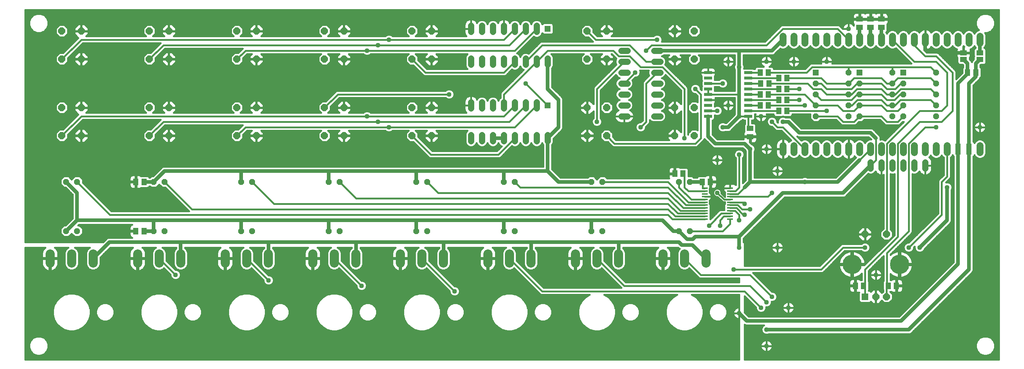
<source format=gbl>
G75*
%MOIN*%
%OFA0B0*%
%FSLAX25Y25*%
%IPPOS*%
%LPD*%
%AMOC8*
5,1,8,0,0,1.08239X$1,22.5*
%
%ADD10R,0.05906X0.05118*%
%ADD11R,0.05118X0.05906*%
%ADD12R,0.07283X0.02559*%
%ADD13R,0.05709X0.01772*%
%ADD14OC8,0.05600*%
%ADD15R,0.05600X0.05600*%
%ADD16C,0.08268*%
%ADD17OC8,0.06337*%
%ADD18R,0.06337X0.06337*%
%ADD19C,0.17717*%
%ADD20C,0.05600*%
%ADD21C,0.06337*%
%ADD22R,0.05000X0.10000*%
%ADD23R,0.06300X0.04600*%
%ADD24C,0.04369*%
%ADD25C,0.01600*%
%ADD26C,0.03200*%
D10*
X0665000Y0206260D03*
X0665000Y0213740D03*
X0765000Y0306260D03*
X0765000Y0313740D03*
X0775000Y0313740D03*
X0775000Y0306260D03*
X0785000Y0306260D03*
X0785000Y0313740D03*
D11*
X0863760Y0265000D03*
X0871240Y0265000D03*
X0698740Y0260000D03*
X0691260Y0260000D03*
X0682240Y0255000D03*
X0674760Y0255000D03*
X0674260Y0245000D03*
X0681740Y0245000D03*
X0691260Y0240000D03*
X0698740Y0240000D03*
X0698740Y0230000D03*
X0691260Y0230000D03*
X0681740Y0235000D03*
X0674260Y0235000D03*
X0691260Y0250000D03*
X0698740Y0250000D03*
X0681740Y0265000D03*
X0674260Y0265000D03*
X0603740Y0172500D03*
X0596260Y0172500D03*
X0621260Y0165000D03*
X0628740Y0165000D03*
X0761260Y0070000D03*
X0768740Y0070000D03*
X0791260Y0070000D03*
X0798740Y0070000D03*
X0111240Y0120000D03*
X0103760Y0120000D03*
X0103760Y0165000D03*
X0111240Y0165000D03*
D12*
X0626594Y0225000D03*
X0626594Y0230000D03*
X0626594Y0235000D03*
X0626594Y0240000D03*
X0626594Y0245000D03*
X0626594Y0250000D03*
X0626594Y0255000D03*
X0626594Y0260000D03*
X0626594Y0265000D03*
X0663406Y0265000D03*
X0663406Y0260000D03*
X0663406Y0255000D03*
X0663406Y0250000D03*
X0663406Y0245000D03*
X0663406Y0240000D03*
X0663406Y0235000D03*
X0663406Y0230000D03*
X0663406Y0225000D03*
D13*
X0646516Y0159075D03*
X0646516Y0156516D03*
X0646516Y0153957D03*
X0646516Y0151398D03*
X0646516Y0148839D03*
X0646516Y0146280D03*
X0646516Y0143720D03*
X0646516Y0141161D03*
X0646516Y0138602D03*
X0646516Y0136043D03*
X0646516Y0133484D03*
X0646516Y0130925D03*
X0623484Y0130925D03*
X0623484Y0133484D03*
X0623484Y0136043D03*
X0623484Y0138602D03*
X0623484Y0141161D03*
X0623484Y0143720D03*
X0623484Y0146280D03*
X0623484Y0148839D03*
X0623484Y0151398D03*
X0623484Y0153957D03*
X0623484Y0156516D03*
X0623484Y0159075D03*
D14*
X0610000Y0165000D03*
X0600000Y0165000D03*
X0530000Y0165000D03*
X0520000Y0165000D03*
X0450000Y0165000D03*
X0440000Y0165000D03*
X0370000Y0165000D03*
X0360000Y0165000D03*
X0290000Y0165000D03*
X0280000Y0165000D03*
X0210000Y0165000D03*
X0200000Y0165000D03*
X0130000Y0165000D03*
X0120000Y0165000D03*
X0050000Y0165000D03*
X0040000Y0165000D03*
X0040000Y0120000D03*
X0050000Y0120000D03*
X0120000Y0120000D03*
X0130000Y0120000D03*
X0200000Y0120000D03*
X0210000Y0120000D03*
X0280000Y0120000D03*
X0290000Y0120000D03*
X0360000Y0120000D03*
X0370000Y0120000D03*
X0440000Y0120000D03*
X0450000Y0120000D03*
X0520000Y0120000D03*
X0530000Y0120000D03*
X0600000Y0120000D03*
X0610000Y0120000D03*
X0725000Y0225000D03*
X0725000Y0235000D03*
X0725000Y0245000D03*
X0725000Y0255000D03*
X0755000Y0255000D03*
X0765000Y0255000D03*
X0765000Y0245000D03*
X0755000Y0245000D03*
X0755000Y0235000D03*
X0765000Y0235000D03*
X0765000Y0225000D03*
X0755000Y0225000D03*
X0795000Y0225000D03*
X0805000Y0225000D03*
X0805000Y0235000D03*
X0795000Y0235000D03*
X0795000Y0245000D03*
X0805000Y0245000D03*
X0805000Y0255000D03*
X0795000Y0255000D03*
X0795000Y0265000D03*
X0755000Y0265000D03*
X0835000Y0265000D03*
X0835000Y0255000D03*
X0835000Y0245000D03*
X0835000Y0235000D03*
X0835000Y0225000D03*
D15*
X0805000Y0265000D03*
X0765000Y0265000D03*
X0725000Y0265000D03*
X0480000Y0235000D03*
X0480000Y0305000D03*
D16*
X0464685Y0099134D02*
X0464685Y0090866D01*
X0445000Y0090866D02*
X0445000Y0099134D01*
X0425315Y0099134D02*
X0425315Y0090866D01*
X0384685Y0090866D02*
X0384685Y0099134D01*
X0365000Y0099134D02*
X0365000Y0090866D01*
X0345315Y0090866D02*
X0345315Y0099134D01*
X0304685Y0099134D02*
X0304685Y0090866D01*
X0285000Y0090866D02*
X0285000Y0099134D01*
X0265315Y0099134D02*
X0265315Y0090866D01*
X0224685Y0090866D02*
X0224685Y0099134D01*
X0205000Y0099134D02*
X0205000Y0090866D01*
X0185315Y0090866D02*
X0185315Y0099134D01*
X0144685Y0099134D02*
X0144685Y0090866D01*
X0125000Y0090866D02*
X0125000Y0099134D01*
X0105315Y0099134D02*
X0105315Y0090866D01*
X0064685Y0090866D02*
X0064685Y0099134D01*
X0045000Y0099134D02*
X0045000Y0090866D01*
X0025315Y0090866D02*
X0025315Y0099134D01*
X0505315Y0099134D02*
X0505315Y0090866D01*
X0525000Y0090866D02*
X0525000Y0099134D01*
X0544685Y0099134D02*
X0544685Y0090866D01*
X0585315Y0090866D02*
X0585315Y0099134D01*
X0605000Y0099134D02*
X0605000Y0090866D01*
X0624685Y0090866D02*
X0624685Y0099134D01*
D17*
X0770000Y0117087D03*
X0789685Y0117087D03*
X0789685Y0060000D03*
X0779843Y0060000D03*
X0613900Y0207200D03*
X0596100Y0207200D03*
X0596100Y0232800D03*
X0613900Y0232800D03*
X0533900Y0232800D03*
X0516100Y0232800D03*
X0516100Y0207200D03*
X0533900Y0207200D03*
X0533900Y0277200D03*
X0516100Y0277200D03*
X0516100Y0302800D03*
X0533900Y0302800D03*
X0596100Y0302800D03*
X0613900Y0302800D03*
X0613900Y0277200D03*
X0596100Y0277200D03*
X0373900Y0277200D03*
X0356100Y0277200D03*
X0356100Y0302800D03*
X0373900Y0302800D03*
X0293900Y0302800D03*
X0276100Y0302800D03*
X0276100Y0277200D03*
X0293900Y0277200D03*
X0213900Y0277200D03*
X0196100Y0277200D03*
X0196100Y0302800D03*
X0213900Y0302800D03*
X0133900Y0302800D03*
X0116100Y0302800D03*
X0116100Y0277200D03*
X0133900Y0277200D03*
X0053900Y0277200D03*
X0036100Y0277200D03*
X0036100Y0302800D03*
X0053900Y0302800D03*
X0053900Y0232800D03*
X0036100Y0232800D03*
X0036100Y0207200D03*
X0053900Y0207200D03*
X0116100Y0207200D03*
X0133900Y0207200D03*
X0133900Y0232800D03*
X0116100Y0232800D03*
X0196100Y0232800D03*
X0213900Y0232800D03*
X0213900Y0207200D03*
X0196100Y0207200D03*
X0276100Y0207200D03*
X0293900Y0207200D03*
X0293900Y0232800D03*
X0276100Y0232800D03*
X0356100Y0232800D03*
X0373900Y0232800D03*
X0373900Y0207200D03*
X0356100Y0207200D03*
D18*
X0770000Y0060000D03*
D19*
X0758189Y0089528D03*
X0801496Y0089528D03*
D20*
X0805000Y0177200D02*
X0805000Y0182800D01*
X0795000Y0182800D02*
X0795000Y0177200D01*
X0785000Y0177200D02*
X0785000Y0182800D01*
X0775000Y0182800D02*
X0775000Y0177200D01*
X0815000Y0177200D02*
X0815000Y0182800D01*
X0825000Y0182800D02*
X0825000Y0177200D01*
X0582800Y0225000D02*
X0577200Y0225000D01*
X0577200Y0235000D02*
X0582800Y0235000D01*
X0582800Y0245000D02*
X0577200Y0245000D01*
X0577200Y0255000D02*
X0582800Y0255000D01*
X0582800Y0265000D02*
X0577200Y0265000D01*
X0577200Y0275000D02*
X0582800Y0275000D01*
X0582800Y0285000D02*
X0577200Y0285000D01*
X0552800Y0285000D02*
X0547200Y0285000D01*
X0547200Y0275000D02*
X0552800Y0275000D01*
X0552800Y0265000D02*
X0547200Y0265000D01*
X0547200Y0255000D02*
X0552800Y0255000D01*
X0552800Y0245000D02*
X0547200Y0245000D01*
X0547200Y0235000D02*
X0552800Y0235000D01*
X0552800Y0225000D02*
X0547200Y0225000D01*
X0480000Y0207800D02*
X0480000Y0202200D01*
X0470000Y0202200D02*
X0470000Y0207800D01*
X0460000Y0207800D02*
X0460000Y0202200D01*
X0450000Y0202200D02*
X0450000Y0207800D01*
X0440000Y0207800D02*
X0440000Y0202200D01*
X0430000Y0202200D02*
X0430000Y0207800D01*
X0420000Y0207800D02*
X0420000Y0202200D01*
X0410000Y0202200D02*
X0410000Y0207800D01*
X0410000Y0232200D02*
X0410000Y0237800D01*
X0420000Y0237800D02*
X0420000Y0232200D01*
X0430000Y0232200D02*
X0430000Y0237800D01*
X0440000Y0237800D02*
X0440000Y0232200D01*
X0450000Y0232200D02*
X0450000Y0237800D01*
X0460000Y0237800D02*
X0460000Y0232200D01*
X0470000Y0232200D02*
X0470000Y0237800D01*
X0470000Y0272200D02*
X0470000Y0277800D01*
X0460000Y0277800D02*
X0460000Y0272200D01*
X0450000Y0272200D02*
X0450000Y0277800D01*
X0440000Y0277800D02*
X0440000Y0272200D01*
X0430000Y0272200D02*
X0430000Y0277800D01*
X0420000Y0277800D02*
X0420000Y0272200D01*
X0410000Y0272200D02*
X0410000Y0277800D01*
X0410000Y0302200D02*
X0410000Y0307800D01*
X0420000Y0307800D02*
X0420000Y0302200D01*
X0430000Y0302200D02*
X0430000Y0307800D01*
X0440000Y0307800D02*
X0440000Y0302200D01*
X0450000Y0302200D02*
X0450000Y0307800D01*
X0460000Y0307800D02*
X0460000Y0302200D01*
X0470000Y0302200D02*
X0470000Y0307800D01*
X0480000Y0277800D02*
X0480000Y0272200D01*
D21*
X0695000Y0291831D02*
X0695000Y0298169D01*
X0705000Y0298169D02*
X0705000Y0291831D01*
X0715000Y0291831D02*
X0715000Y0298169D01*
X0725000Y0298169D02*
X0725000Y0291831D01*
X0735000Y0291831D02*
X0735000Y0298169D01*
X0745000Y0298169D02*
X0745000Y0291831D01*
X0755000Y0291831D02*
X0755000Y0298169D01*
X0765000Y0298169D02*
X0765000Y0291831D01*
X0775000Y0291831D02*
X0775000Y0298169D01*
X0785000Y0298169D02*
X0785000Y0291831D01*
X0795000Y0291831D02*
X0795000Y0298169D01*
X0805000Y0298169D02*
X0805000Y0291831D01*
X0815000Y0291831D02*
X0815000Y0298169D01*
X0825000Y0298169D02*
X0825000Y0291831D01*
X0835000Y0291831D02*
X0835000Y0298169D01*
X0845000Y0298169D02*
X0845000Y0291831D01*
X0855000Y0291831D02*
X0855000Y0298169D01*
X0865000Y0298169D02*
X0865000Y0291831D01*
X0875000Y0291831D02*
X0875000Y0298169D01*
X0875000Y0198169D02*
X0875000Y0191831D01*
X0845000Y0191831D02*
X0845000Y0198169D01*
X0835000Y0198169D02*
X0835000Y0191831D01*
X0825000Y0191831D02*
X0825000Y0198169D01*
X0815000Y0198169D02*
X0815000Y0191831D01*
X0805000Y0191831D02*
X0805000Y0198169D01*
X0795000Y0198169D02*
X0795000Y0191831D01*
X0785000Y0191831D02*
X0785000Y0198169D01*
X0775000Y0198169D02*
X0775000Y0191831D01*
X0765000Y0191831D02*
X0765000Y0198169D01*
X0755000Y0198169D02*
X0755000Y0191831D01*
X0745000Y0191831D02*
X0745000Y0198169D01*
X0735000Y0198169D02*
X0735000Y0191831D01*
X0725000Y0191831D02*
X0725000Y0198169D01*
X0715000Y0198169D02*
X0715000Y0191831D01*
X0705000Y0191831D02*
X0705000Y0198169D01*
X0695000Y0198169D02*
X0695000Y0191831D01*
D22*
X0855000Y0195000D03*
X0865000Y0195000D03*
D23*
X0860000Y0277000D03*
X0860000Y0283000D03*
X0875000Y0283000D03*
X0875000Y0277000D03*
D24*
X0755000Y0305000D03*
X0735000Y0275000D03*
X0705000Y0275000D03*
X0680000Y0275000D03*
X0655000Y0270000D03*
X0645000Y0275000D03*
X0640000Y0255000D03*
X0615000Y0250000D03*
X0645000Y0235000D03*
X0635000Y0230000D03*
X0655000Y0225000D03*
X0675000Y0225000D03*
X0685000Y0220000D03*
X0695000Y0220000D03*
X0715000Y0235000D03*
X0710000Y0240000D03*
X0710000Y0250000D03*
X0735000Y0230000D03*
X0680000Y0195000D03*
X0665000Y0195000D03*
X0655000Y0190000D03*
X0635000Y0185000D03*
X0605000Y0205000D03*
X0640000Y0215000D03*
X0690000Y0175000D03*
X0715000Y0165000D03*
X0685000Y0155000D03*
X0660000Y0145000D03*
X0665000Y0140000D03*
X0660000Y0135000D03*
X0655000Y0130000D03*
X0637500Y0125000D03*
X0627500Y0125000D03*
X0655000Y0105000D03*
X0650000Y0085000D03*
X0690000Y0105000D03*
X0770000Y0105000D03*
X0810000Y0105000D03*
X0820000Y0105000D03*
X0780000Y0080000D03*
X0700000Y0050000D03*
X0685000Y0060000D03*
X0680000Y0055000D03*
X0675000Y0050000D03*
X0655000Y0045000D03*
X0680000Y0030000D03*
X0680000Y0015000D03*
X0395000Y0065000D03*
X0310000Y0070000D03*
X0225000Y0075000D03*
X0140000Y0080000D03*
X0335000Y0215000D03*
X0325000Y0220000D03*
X0315000Y0225000D03*
X0390000Y0245000D03*
X0460000Y0255000D03*
X0525000Y0220000D03*
X0565000Y0215000D03*
X0560000Y0265000D03*
X0570000Y0285000D03*
X0580000Y0295000D03*
X0335000Y0295000D03*
X0325000Y0290000D03*
X0315000Y0285000D03*
X0635000Y0155000D03*
X0835000Y0215000D03*
X0875000Y0215000D03*
X0845000Y0160000D03*
D25*
X0002700Y0105000D02*
X0002700Y0002700D01*
X0655000Y0002700D01*
X0655000Y0045000D01*
X0655000Y0045000D01*
X0655000Y0061800D01*
X0611556Y0061800D01*
X0611625Y0061781D01*
X0615539Y0059522D01*
X0618734Y0056326D01*
X0620994Y0052412D01*
X0622164Y0048047D01*
X0622164Y0043528D01*
X0620994Y0039162D01*
X0618734Y0035249D01*
X0615539Y0032053D01*
X0611625Y0029793D01*
X0607260Y0028624D01*
X0602740Y0028624D01*
X0598375Y0029793D01*
X0594461Y0032053D01*
X0591266Y0035249D01*
X0589006Y0039162D01*
X0587836Y0043528D01*
X0587836Y0048047D01*
X0589006Y0052412D01*
X0591266Y0056326D01*
X0594461Y0059522D01*
X0598375Y0061781D01*
X0598444Y0061800D01*
X0531556Y0061800D01*
X0531625Y0061781D01*
X0535539Y0059522D01*
X0538734Y0056326D01*
X0540994Y0052412D01*
X0542164Y0048047D01*
X0542164Y0043528D01*
X0540994Y0039162D01*
X0538734Y0035249D01*
X0535539Y0032053D01*
X0531625Y0029793D01*
X0527260Y0028624D01*
X0522740Y0028624D01*
X0518375Y0029793D01*
X0514461Y0032053D01*
X0511266Y0035249D01*
X0509006Y0039162D01*
X0507836Y0043528D01*
X0507836Y0048047D01*
X0509006Y0052412D01*
X0511266Y0056326D01*
X0514461Y0059522D01*
X0518375Y0061781D01*
X0518444Y0061800D01*
X0474363Y0061800D01*
X0473187Y0062287D01*
X0449424Y0086050D01*
X0448701Y0085327D01*
X0446300Y0084332D01*
X0443700Y0084332D01*
X0441299Y0085327D01*
X0439461Y0087165D01*
X0438466Y0089566D01*
X0438466Y0100434D01*
X0439461Y0102835D01*
X0441299Y0104673D01*
X0442088Y0105000D01*
X0429717Y0105000D01*
X0430161Y0104660D01*
X0430841Y0103980D01*
X0431426Y0103217D01*
X0431907Y0102384D01*
X0432274Y0101496D01*
X0432523Y0100568D01*
X0432649Y0099615D01*
X0432649Y0095578D01*
X0425893Y0095578D01*
X0425893Y0094422D01*
X0432649Y0094422D01*
X0432649Y0090385D01*
X0432523Y0089432D01*
X0432274Y0088504D01*
X0431907Y0087615D01*
X0431426Y0086783D01*
X0430841Y0086020D01*
X0430161Y0085340D01*
X0429398Y0084755D01*
X0428566Y0084274D01*
X0427677Y0083907D01*
X0426749Y0083658D01*
X0425893Y0083545D01*
X0425893Y0094422D01*
X0424737Y0094422D01*
X0424737Y0083545D01*
X0423881Y0083658D01*
X0422952Y0083907D01*
X0422064Y0084274D01*
X0421232Y0084755D01*
X0420469Y0085340D01*
X0419789Y0086020D01*
X0419204Y0086783D01*
X0418723Y0087615D01*
X0418355Y0088504D01*
X0418107Y0089432D01*
X0417981Y0090385D01*
X0417981Y0094422D01*
X0424737Y0094422D01*
X0424737Y0095578D01*
X0417981Y0095578D01*
X0417981Y0099615D01*
X0418107Y0100568D01*
X0418355Y0101496D01*
X0418723Y0102384D01*
X0419204Y0103217D01*
X0419789Y0103980D01*
X0420469Y0104660D01*
X0420913Y0105000D01*
X0389000Y0105000D01*
X0389000Y0104059D01*
X0390224Y0102835D01*
X0391219Y0100434D01*
X0391219Y0089566D01*
X0390224Y0087165D01*
X0388386Y0085327D01*
X0385985Y0084332D01*
X0383385Y0084332D01*
X0380984Y0085327D01*
X0379146Y0087165D01*
X0378151Y0089566D01*
X0378151Y0100434D01*
X0379146Y0102835D01*
X0380984Y0104673D01*
X0381000Y0104680D01*
X0381000Y0105000D01*
X0367912Y0105000D01*
X0368701Y0104673D01*
X0370539Y0102835D01*
X0371534Y0100434D01*
X0371534Y0092992D01*
X0394941Y0069584D01*
X0395912Y0069584D01*
X0397597Y0068886D01*
X0398886Y0067597D01*
X0399584Y0065912D01*
X0399584Y0064088D01*
X0398886Y0062403D01*
X0397597Y0061114D01*
X0395912Y0060416D01*
X0394088Y0060416D01*
X0392403Y0061114D01*
X0391114Y0062403D01*
X0390416Y0064088D01*
X0390416Y0065059D01*
X0369424Y0086050D01*
X0368701Y0085327D01*
X0366300Y0084332D01*
X0363700Y0084332D01*
X0361299Y0085327D01*
X0359461Y0087165D01*
X0358466Y0089566D01*
X0358466Y0100434D01*
X0359461Y0102835D01*
X0361299Y0104673D01*
X0362088Y0105000D01*
X0349717Y0105000D01*
X0350161Y0104660D01*
X0350841Y0103980D01*
X0351426Y0103217D01*
X0351907Y0102384D01*
X0352274Y0101496D01*
X0352523Y0100568D01*
X0352649Y0099615D01*
X0352649Y0095578D01*
X0345893Y0095578D01*
X0345893Y0094422D01*
X0352649Y0094422D01*
X0352649Y0090385D01*
X0352523Y0089432D01*
X0352274Y0088504D01*
X0351907Y0087615D01*
X0351426Y0086783D01*
X0350841Y0086020D01*
X0350161Y0085340D01*
X0349398Y0084755D01*
X0348566Y0084274D01*
X0347677Y0083907D01*
X0346749Y0083658D01*
X0345893Y0083545D01*
X0345893Y0094422D01*
X0344737Y0094422D01*
X0344737Y0083545D01*
X0343881Y0083658D01*
X0342952Y0083907D01*
X0342064Y0084274D01*
X0341232Y0084755D01*
X0340469Y0085340D01*
X0339789Y0086020D01*
X0339204Y0086783D01*
X0338723Y0087615D01*
X0338355Y0088504D01*
X0338107Y0089432D01*
X0337981Y0090385D01*
X0337981Y0094422D01*
X0344737Y0094422D01*
X0344737Y0095578D01*
X0337981Y0095578D01*
X0337981Y0099615D01*
X0338107Y0100568D01*
X0338355Y0101496D01*
X0338723Y0102384D01*
X0339204Y0103217D01*
X0339789Y0103980D01*
X0340469Y0104660D01*
X0340913Y0105000D01*
X0309000Y0105000D01*
X0309000Y0104059D01*
X0310224Y0102835D01*
X0311219Y0100434D01*
X0311219Y0089566D01*
X0310224Y0087165D01*
X0308386Y0085327D01*
X0305985Y0084332D01*
X0303385Y0084332D01*
X0300984Y0085327D01*
X0299146Y0087165D01*
X0298151Y0089566D01*
X0298151Y0100434D01*
X0299146Y0102835D01*
X0300984Y0104673D01*
X0301000Y0104680D01*
X0301000Y0105000D01*
X0287912Y0105000D01*
X0288701Y0104673D01*
X0290539Y0102835D01*
X0291534Y0100434D01*
X0291534Y0092992D01*
X0309941Y0074584D01*
X0310912Y0074584D01*
X0312597Y0073886D01*
X0313886Y0072597D01*
X0314584Y0070912D01*
X0314584Y0069088D01*
X0313886Y0067403D01*
X0312597Y0066114D01*
X0310912Y0065416D01*
X0309088Y0065416D01*
X0307403Y0066114D01*
X0306114Y0067403D01*
X0305416Y0069088D01*
X0305416Y0070059D01*
X0289424Y0086050D01*
X0288701Y0085327D01*
X0286300Y0084332D01*
X0283700Y0084332D01*
X0281299Y0085327D01*
X0279461Y0087165D01*
X0278466Y0089566D01*
X0278466Y0100434D01*
X0279461Y0102835D01*
X0281299Y0104673D01*
X0282088Y0105000D01*
X0269717Y0105000D01*
X0270161Y0104660D01*
X0270841Y0103980D01*
X0271426Y0103217D01*
X0271907Y0102384D01*
X0272274Y0101496D01*
X0272523Y0100568D01*
X0272649Y0099615D01*
X0272649Y0095578D01*
X0265893Y0095578D01*
X0265893Y0094422D01*
X0272649Y0094422D01*
X0272649Y0090385D01*
X0272523Y0089432D01*
X0272274Y0088504D01*
X0271907Y0087615D01*
X0271426Y0086783D01*
X0270841Y0086020D01*
X0270161Y0085340D01*
X0269398Y0084755D01*
X0268566Y0084274D01*
X0267677Y0083907D01*
X0266749Y0083658D01*
X0265893Y0083545D01*
X0265893Y0094422D01*
X0264737Y0094422D01*
X0264737Y0083545D01*
X0263881Y0083658D01*
X0262952Y0083907D01*
X0262064Y0084274D01*
X0261232Y0084755D01*
X0260469Y0085340D01*
X0259789Y0086020D01*
X0259204Y0086783D01*
X0258723Y0087615D01*
X0258355Y0088504D01*
X0258107Y0089432D01*
X0257981Y0090385D01*
X0257981Y0094422D01*
X0264737Y0094422D01*
X0264737Y0095578D01*
X0257981Y0095578D01*
X0257981Y0099615D01*
X0258107Y0100568D01*
X0258355Y0101496D01*
X0258723Y0102384D01*
X0259204Y0103217D01*
X0259789Y0103980D01*
X0260469Y0104660D01*
X0260913Y0105000D01*
X0229000Y0105000D01*
X0229000Y0104059D01*
X0230224Y0102835D01*
X0231219Y0100434D01*
X0231219Y0089566D01*
X0230224Y0087165D01*
X0228386Y0085327D01*
X0225985Y0084332D01*
X0223385Y0084332D01*
X0220984Y0085327D01*
X0219146Y0087165D01*
X0218151Y0089566D01*
X0218151Y0100434D01*
X0219146Y0102835D01*
X0220984Y0104673D01*
X0221000Y0104680D01*
X0221000Y0105000D01*
X0207912Y0105000D01*
X0208701Y0104673D01*
X0210539Y0102835D01*
X0211534Y0100434D01*
X0211534Y0092992D01*
X0224941Y0079584D01*
X0225912Y0079584D01*
X0227597Y0078886D01*
X0228886Y0077597D01*
X0229584Y0075912D01*
X0229584Y0074088D01*
X0228886Y0072403D01*
X0227597Y0071114D01*
X0225912Y0070416D01*
X0224088Y0070416D01*
X0222403Y0071114D01*
X0221114Y0072403D01*
X0220416Y0074088D01*
X0220416Y0075059D01*
X0209424Y0086050D01*
X0208701Y0085327D01*
X0206300Y0084332D01*
X0203700Y0084332D01*
X0201299Y0085327D01*
X0199461Y0087165D01*
X0198466Y0089566D01*
X0198466Y0100434D01*
X0199461Y0102835D01*
X0201299Y0104673D01*
X0202088Y0105000D01*
X0189717Y0105000D01*
X0190161Y0104660D01*
X0190841Y0103980D01*
X0191426Y0103217D01*
X0191907Y0102384D01*
X0192274Y0101496D01*
X0192523Y0100568D01*
X0192649Y0099615D01*
X0192649Y0095578D01*
X0185893Y0095578D01*
X0185893Y0094422D01*
X0192649Y0094422D01*
X0192649Y0090385D01*
X0192523Y0089432D01*
X0192274Y0088504D01*
X0191907Y0087615D01*
X0191426Y0086783D01*
X0190841Y0086020D01*
X0190161Y0085340D01*
X0189398Y0084755D01*
X0188566Y0084274D01*
X0187677Y0083907D01*
X0186749Y0083658D01*
X0185893Y0083545D01*
X0185893Y0094422D01*
X0184737Y0094422D01*
X0184737Y0083545D01*
X0183881Y0083658D01*
X0182952Y0083907D01*
X0182064Y0084274D01*
X0181232Y0084755D01*
X0180469Y0085340D01*
X0179789Y0086020D01*
X0179204Y0086783D01*
X0178723Y0087615D01*
X0178355Y0088504D01*
X0178107Y0089432D01*
X0177981Y0090385D01*
X0177981Y0094422D01*
X0184737Y0094422D01*
X0184737Y0095578D01*
X0177981Y0095578D01*
X0177981Y0099615D01*
X0178107Y0100568D01*
X0178355Y0101496D01*
X0178723Y0102384D01*
X0179204Y0103217D01*
X0179789Y0103980D01*
X0180469Y0104660D01*
X0180913Y0105000D01*
X0148685Y0105000D01*
X0148685Y0104374D01*
X0150224Y0102835D01*
X0151219Y0100434D01*
X0151219Y0089566D01*
X0150224Y0087165D01*
X0148386Y0085327D01*
X0145985Y0084332D01*
X0143385Y0084332D01*
X0140984Y0085327D01*
X0139146Y0087165D01*
X0138151Y0089566D01*
X0138151Y0100434D01*
X0139146Y0102835D01*
X0140685Y0104374D01*
X0140685Y0105000D01*
X0127912Y0105000D01*
X0128701Y0104673D01*
X0130539Y0102835D01*
X0131534Y0100434D01*
X0131534Y0092992D01*
X0139941Y0084584D01*
X0140912Y0084584D01*
X0142597Y0083886D01*
X0143886Y0082597D01*
X0144584Y0080912D01*
X0144584Y0079088D01*
X0143886Y0077403D01*
X0142597Y0076114D01*
X0140912Y0075416D01*
X0139088Y0075416D01*
X0137403Y0076114D01*
X0136114Y0077403D01*
X0135416Y0079088D01*
X0135416Y0080059D01*
X0129424Y0086050D01*
X0128701Y0085327D01*
X0126300Y0084332D01*
X0123700Y0084332D01*
X0121299Y0085327D01*
X0119461Y0087165D01*
X0118466Y0089566D01*
X0118466Y0100434D01*
X0119461Y0102835D01*
X0121299Y0104673D01*
X0122088Y0105000D01*
X0109717Y0105000D01*
X0110161Y0104660D01*
X0110841Y0103980D01*
X0111426Y0103217D01*
X0111907Y0102384D01*
X0112274Y0101496D01*
X0112523Y0100568D01*
X0112649Y0099615D01*
X0112649Y0095578D01*
X0105893Y0095578D01*
X0105893Y0094422D01*
X0112649Y0094422D01*
X0112649Y0090385D01*
X0112523Y0089432D01*
X0112274Y0088504D01*
X0111907Y0087615D01*
X0111426Y0086783D01*
X0110841Y0086020D01*
X0110161Y0085340D01*
X0109398Y0084755D01*
X0108566Y0084274D01*
X0107677Y0083907D01*
X0106749Y0083658D01*
X0105893Y0083545D01*
X0105893Y0094422D01*
X0104737Y0094422D01*
X0104737Y0083545D01*
X0103881Y0083658D01*
X0102952Y0083907D01*
X0102064Y0084274D01*
X0101232Y0084755D01*
X0100469Y0085340D01*
X0099789Y0086020D01*
X0099204Y0086783D01*
X0098723Y0087615D01*
X0098355Y0088504D01*
X0098107Y0089432D01*
X0097981Y0090385D01*
X0097981Y0094422D01*
X0104737Y0094422D01*
X0104737Y0095578D01*
X0097981Y0095578D01*
X0097981Y0099615D01*
X0098107Y0100568D01*
X0098355Y0101496D01*
X0098723Y0102384D01*
X0099204Y0103217D01*
X0099789Y0103980D01*
X0100469Y0104660D01*
X0100913Y0105000D01*
X0080342Y0105000D01*
X0071219Y0095877D01*
X0071219Y0089566D01*
X0070224Y0087165D01*
X0068386Y0085327D01*
X0065985Y0084332D01*
X0063385Y0084332D01*
X0060984Y0085327D01*
X0059146Y0087165D01*
X0058151Y0089566D01*
X0058151Y0100434D01*
X0059146Y0102835D01*
X0060984Y0104673D01*
X0061773Y0105000D01*
X0047912Y0105000D01*
X0048701Y0104673D01*
X0050539Y0102835D01*
X0051534Y0100434D01*
X0051534Y0089566D01*
X0050539Y0087165D01*
X0048701Y0085327D01*
X0046300Y0084332D01*
X0043700Y0084332D01*
X0041299Y0085327D01*
X0039461Y0087165D01*
X0038466Y0089566D01*
X0038466Y0100434D01*
X0039461Y0102835D01*
X0041299Y0104673D01*
X0042088Y0105000D01*
X0029717Y0105000D01*
X0030161Y0104660D01*
X0030841Y0103980D01*
X0031426Y0103217D01*
X0031907Y0102384D01*
X0032274Y0101496D01*
X0032523Y0100568D01*
X0032649Y0099615D01*
X0032649Y0095578D01*
X0025893Y0095578D01*
X0025893Y0094422D01*
X0032649Y0094422D01*
X0032649Y0090385D01*
X0032523Y0089432D01*
X0032274Y0088504D01*
X0031907Y0087615D01*
X0031426Y0086783D01*
X0030841Y0086020D01*
X0030161Y0085340D01*
X0029398Y0084755D01*
X0028566Y0084274D01*
X0027677Y0083907D01*
X0026749Y0083658D01*
X0025893Y0083545D01*
X0025893Y0094422D01*
X0024737Y0094422D01*
X0024737Y0083545D01*
X0023881Y0083658D01*
X0022952Y0083907D01*
X0022064Y0084274D01*
X0021232Y0084755D01*
X0020469Y0085340D01*
X0019789Y0086020D01*
X0019204Y0086783D01*
X0018723Y0087615D01*
X0018355Y0088504D01*
X0018107Y0089432D01*
X0017981Y0090385D01*
X0017981Y0094422D01*
X0024737Y0094422D01*
X0024737Y0095578D01*
X0017981Y0095578D01*
X0017981Y0099615D01*
X0018107Y0100568D01*
X0018355Y0101496D01*
X0018723Y0102384D01*
X0019204Y0103217D01*
X0019789Y0103980D01*
X0020469Y0104660D01*
X0020913Y0105000D01*
X0002700Y0105000D01*
X0002700Y0103903D02*
X0019731Y0103903D01*
X0018690Y0102305D02*
X0002700Y0102305D01*
X0002700Y0100706D02*
X0018144Y0100706D01*
X0017981Y0099108D02*
X0002700Y0099108D01*
X0002700Y0097509D02*
X0017981Y0097509D01*
X0017981Y0095911D02*
X0002700Y0095911D01*
X0002700Y0094312D02*
X0017981Y0094312D01*
X0017981Y0092714D02*
X0002700Y0092714D01*
X0002700Y0091115D02*
X0017981Y0091115D01*
X0018095Y0089517D02*
X0002700Y0089517D01*
X0002700Y0087918D02*
X0018598Y0087918D01*
X0019559Y0086320D02*
X0002700Y0086320D01*
X0002700Y0084721D02*
X0021291Y0084721D01*
X0024737Y0084721D02*
X0025893Y0084721D01*
X0025893Y0086320D02*
X0024737Y0086320D01*
X0024737Y0087918D02*
X0025893Y0087918D01*
X0025893Y0089517D02*
X0024737Y0089517D01*
X0024737Y0091115D02*
X0025893Y0091115D01*
X0025893Y0092714D02*
X0024737Y0092714D01*
X0024737Y0094312D02*
X0025893Y0094312D01*
X0032649Y0094312D02*
X0038466Y0094312D01*
X0038466Y0092714D02*
X0032649Y0092714D01*
X0032649Y0091115D02*
X0038466Y0091115D01*
X0038487Y0089517D02*
X0032534Y0089517D01*
X0032032Y0087918D02*
X0039149Y0087918D01*
X0040306Y0086320D02*
X0031070Y0086320D01*
X0029339Y0084721D02*
X0042762Y0084721D01*
X0047238Y0084721D02*
X0062447Y0084721D01*
X0059991Y0086320D02*
X0049694Y0086320D01*
X0050851Y0087918D02*
X0058834Y0087918D01*
X0058172Y0089517D02*
X0051513Y0089517D01*
X0051534Y0091115D02*
X0058151Y0091115D01*
X0058151Y0092714D02*
X0051534Y0092714D01*
X0051534Y0094312D02*
X0058151Y0094312D01*
X0058151Y0095911D02*
X0051534Y0095911D01*
X0051534Y0097509D02*
X0058151Y0097509D01*
X0058151Y0099108D02*
X0051534Y0099108D01*
X0051421Y0100706D02*
X0058264Y0100706D01*
X0058926Y0102305D02*
X0050759Y0102305D01*
X0049471Y0103903D02*
X0060214Y0103903D01*
X0074450Y0099108D02*
X0097981Y0099108D01*
X0097981Y0097509D02*
X0072851Y0097509D01*
X0071253Y0095911D02*
X0097981Y0095911D01*
X0097981Y0094312D02*
X0071219Y0094312D01*
X0071219Y0092714D02*
X0097981Y0092714D01*
X0097981Y0091115D02*
X0071219Y0091115D01*
X0071198Y0089517D02*
X0098095Y0089517D01*
X0098598Y0087918D02*
X0070536Y0087918D01*
X0069379Y0086320D02*
X0099559Y0086320D01*
X0101291Y0084721D02*
X0066923Y0084721D01*
X0076048Y0100706D02*
X0098144Y0100706D01*
X0098690Y0102305D02*
X0077647Y0102305D01*
X0079245Y0103903D02*
X0099731Y0103903D01*
X0110899Y0103903D02*
X0120529Y0103903D01*
X0119241Y0102305D02*
X0111940Y0102305D01*
X0112486Y0100706D02*
X0118579Y0100706D01*
X0118466Y0099108D02*
X0112649Y0099108D01*
X0112649Y0097509D02*
X0118466Y0097509D01*
X0118466Y0095911D02*
X0112649Y0095911D01*
X0112649Y0094312D02*
X0118466Y0094312D01*
X0118466Y0092714D02*
X0112649Y0092714D01*
X0112649Y0091115D02*
X0118466Y0091115D01*
X0118487Y0089517D02*
X0112534Y0089517D01*
X0112032Y0087918D02*
X0119149Y0087918D01*
X0120306Y0086320D02*
X0111070Y0086320D01*
X0109339Y0084721D02*
X0122762Y0084721D01*
X0127238Y0084721D02*
X0130753Y0084721D01*
X0132352Y0083123D02*
X0002700Y0083123D01*
X0002700Y0081524D02*
X0133950Y0081524D01*
X0135416Y0079926D02*
X0002700Y0079926D01*
X0002700Y0078327D02*
X0135731Y0078327D01*
X0136788Y0076729D02*
X0002700Y0076729D01*
X0002700Y0075130D02*
X0220344Y0075130D01*
X0220646Y0073532D02*
X0002700Y0073532D01*
X0002700Y0071933D02*
X0221584Y0071933D01*
X0225000Y0075000D02*
X0205000Y0095000D01*
X0211534Y0094312D02*
X0218151Y0094312D01*
X0218151Y0092714D02*
X0211812Y0092714D01*
X0213410Y0091115D02*
X0218151Y0091115D01*
X0218172Y0089517D02*
X0215009Y0089517D01*
X0216607Y0087918D02*
X0218834Y0087918D01*
X0218206Y0086320D02*
X0219991Y0086320D01*
X0219804Y0084721D02*
X0222447Y0084721D01*
X0221403Y0083123D02*
X0292352Y0083123D01*
X0290753Y0084721D02*
X0287238Y0084721D01*
X0282762Y0084721D02*
X0269339Y0084721D01*
X0271070Y0086320D02*
X0280306Y0086320D01*
X0279149Y0087918D02*
X0272032Y0087918D01*
X0272534Y0089517D02*
X0278487Y0089517D01*
X0278466Y0091115D02*
X0272649Y0091115D01*
X0272649Y0092714D02*
X0278466Y0092714D01*
X0278466Y0094312D02*
X0272649Y0094312D01*
X0272649Y0095911D02*
X0278466Y0095911D01*
X0278466Y0097509D02*
X0272649Y0097509D01*
X0272649Y0099108D02*
X0278466Y0099108D01*
X0278579Y0100706D02*
X0272486Y0100706D01*
X0271940Y0102305D02*
X0279241Y0102305D01*
X0280529Y0103903D02*
X0270899Y0103903D01*
X0259731Y0103903D02*
X0229156Y0103903D01*
X0230444Y0102305D02*
X0258690Y0102305D01*
X0258144Y0100706D02*
X0231106Y0100706D01*
X0231219Y0099108D02*
X0257981Y0099108D01*
X0257981Y0097509D02*
X0231219Y0097509D01*
X0231219Y0095911D02*
X0257981Y0095911D01*
X0257981Y0094312D02*
X0231219Y0094312D01*
X0231219Y0092714D02*
X0257981Y0092714D01*
X0257981Y0091115D02*
X0231219Y0091115D01*
X0231198Y0089517D02*
X0258095Y0089517D01*
X0258598Y0087918D02*
X0230536Y0087918D01*
X0229379Y0086320D02*
X0259559Y0086320D01*
X0261291Y0084721D02*
X0226923Y0084721D01*
X0223001Y0081524D02*
X0293950Y0081524D01*
X0295549Y0079926D02*
X0224600Y0079926D01*
X0228156Y0078327D02*
X0297147Y0078327D01*
X0298746Y0076729D02*
X0229246Y0076729D01*
X0229584Y0075130D02*
X0300344Y0075130D01*
X0301943Y0073532D02*
X0229354Y0073532D01*
X0228416Y0071933D02*
X0303541Y0071933D01*
X0305140Y0070334D02*
X0002700Y0070334D01*
X0002700Y0068736D02*
X0305562Y0068736D01*
X0306379Y0067137D02*
X0002700Y0067137D01*
X0002700Y0065539D02*
X0308791Y0065539D01*
X0311209Y0065539D02*
X0389936Y0065539D01*
X0390477Y0063940D02*
X0002700Y0063940D01*
X0002700Y0062342D02*
X0040467Y0062342D01*
X0038375Y0061781D02*
X0034461Y0059522D01*
X0031266Y0056326D01*
X0029006Y0052412D01*
X0027836Y0048047D01*
X0027836Y0043528D01*
X0029006Y0039162D01*
X0031266Y0035249D01*
X0034461Y0032053D01*
X0038375Y0029793D01*
X0042740Y0028624D01*
X0047260Y0028624D01*
X0051625Y0029793D01*
X0055539Y0032053D01*
X0058734Y0035249D01*
X0060994Y0039162D01*
X0062164Y0043528D01*
X0062164Y0048047D01*
X0060994Y0052412D01*
X0058734Y0056326D01*
X0055539Y0059522D01*
X0051625Y0061781D01*
X0047260Y0062951D01*
X0042740Y0062951D01*
X0038375Y0061781D01*
X0036577Y0060743D02*
X0002700Y0060743D01*
X0002700Y0059145D02*
X0034084Y0059145D01*
X0032486Y0057546D02*
X0002700Y0057546D01*
X0002700Y0055948D02*
X0031047Y0055948D01*
X0030124Y0054349D02*
X0002700Y0054349D01*
X0002700Y0052751D02*
X0029201Y0052751D01*
X0028668Y0051152D02*
X0002700Y0051152D01*
X0002700Y0049554D02*
X0028240Y0049554D01*
X0027836Y0047955D02*
X0002700Y0047955D01*
X0002700Y0046357D02*
X0027836Y0046357D01*
X0027836Y0044758D02*
X0002700Y0044758D01*
X0002700Y0043160D02*
X0027935Y0043160D01*
X0028363Y0041561D02*
X0002700Y0041561D01*
X0002700Y0039963D02*
X0028791Y0039963D01*
X0029467Y0038364D02*
X0002700Y0038364D01*
X0002700Y0036766D02*
X0030390Y0036766D01*
X0031347Y0035167D02*
X0002700Y0035167D01*
X0002700Y0033569D02*
X0032945Y0033569D01*
X0034604Y0031970D02*
X0002700Y0031970D01*
X0002700Y0030372D02*
X0037373Y0030372D01*
X0042182Y0028773D02*
X0002700Y0028773D01*
X0002700Y0027175D02*
X0655000Y0027175D01*
X0655000Y0028773D02*
X0607818Y0028773D01*
X0612627Y0030372D02*
X0655000Y0030372D01*
X0655000Y0031970D02*
X0615396Y0031970D01*
X0617055Y0033569D02*
X0655000Y0033569D01*
X0655000Y0035167D02*
X0618653Y0035167D01*
X0619610Y0036766D02*
X0655000Y0036766D01*
X0655000Y0038364D02*
X0639491Y0038364D01*
X0640413Y0038746D02*
X0642750Y0041083D01*
X0644014Y0044135D01*
X0644014Y0047439D01*
X0642750Y0050492D01*
X0640413Y0052828D01*
X0637361Y0054093D01*
X0634057Y0054093D01*
X0631004Y0052828D01*
X0628668Y0050492D01*
X0627403Y0047439D01*
X0627403Y0044135D01*
X0628668Y0041083D01*
X0631004Y0038746D01*
X0634057Y0037482D01*
X0637361Y0037482D01*
X0640413Y0038746D01*
X0641630Y0039963D02*
X0653079Y0039963D01*
X0652933Y0040010D02*
X0653739Y0039748D01*
X0654576Y0039616D01*
X0655000Y0039616D01*
X0655000Y0045000D01*
X0655000Y0050384D01*
X0654576Y0050384D01*
X0653739Y0050252D01*
X0652933Y0049990D01*
X0652178Y0049605D01*
X0651492Y0049107D01*
X0650893Y0048508D01*
X0650395Y0047822D01*
X0650010Y0047067D01*
X0649748Y0046261D01*
X0649616Y0045424D01*
X0649616Y0045000D01*
X0649616Y0044576D01*
X0649748Y0043739D01*
X0650010Y0042933D01*
X0650395Y0042178D01*
X0650893Y0041492D01*
X0651492Y0040893D01*
X0652178Y0040395D01*
X0652933Y0040010D01*
X0655000Y0039963D02*
X0655000Y0039963D01*
X0655000Y0041561D02*
X0655000Y0041561D01*
X0655000Y0043160D02*
X0655000Y0043160D01*
X0655000Y0044758D02*
X0655000Y0044758D01*
X0655000Y0045000D02*
X0655000Y0045000D01*
X0655000Y0045000D01*
X0649616Y0045000D01*
X0655000Y0045000D01*
X0655000Y0046357D02*
X0655000Y0046357D01*
X0655000Y0047955D02*
X0655000Y0047955D01*
X0655000Y0049554D02*
X0655000Y0049554D01*
X0655000Y0051152D02*
X0642089Y0051152D01*
X0643138Y0049554D02*
X0652108Y0049554D01*
X0650492Y0047955D02*
X0643800Y0047955D01*
X0644014Y0046357D02*
X0649780Y0046357D01*
X0649616Y0044758D02*
X0644014Y0044758D01*
X0643610Y0043160D02*
X0649937Y0043160D01*
X0650843Y0041561D02*
X0642948Y0041561D01*
X0631926Y0038364D02*
X0620533Y0038364D01*
X0621209Y0039963D02*
X0629788Y0039963D01*
X0628469Y0041561D02*
X0621637Y0041561D01*
X0622065Y0043160D02*
X0627807Y0043160D01*
X0627403Y0044758D02*
X0622164Y0044758D01*
X0622164Y0046357D02*
X0627403Y0046357D01*
X0627617Y0047955D02*
X0622164Y0047955D01*
X0621760Y0049554D02*
X0628279Y0049554D01*
X0629328Y0051152D02*
X0621332Y0051152D01*
X0620799Y0052751D02*
X0630926Y0052751D01*
X0640491Y0052751D02*
X0655000Y0052751D01*
X0655000Y0054349D02*
X0619876Y0054349D01*
X0618953Y0055948D02*
X0655000Y0055948D01*
X0655000Y0057546D02*
X0617514Y0057546D01*
X0615916Y0059145D02*
X0655000Y0059145D01*
X0655000Y0060743D02*
X0613423Y0060743D01*
X0596577Y0060743D02*
X0533423Y0060743D01*
X0535916Y0059145D02*
X0594084Y0059145D01*
X0592486Y0057546D02*
X0537514Y0057546D01*
X0538953Y0055948D02*
X0591047Y0055948D01*
X0590124Y0054349D02*
X0539876Y0054349D01*
X0540799Y0052751D02*
X0550926Y0052751D01*
X0551004Y0052828D02*
X0548668Y0050492D01*
X0547403Y0047439D01*
X0547403Y0044135D01*
X0548668Y0041083D01*
X0551004Y0038746D01*
X0554057Y0037482D01*
X0557361Y0037482D01*
X0560413Y0038746D01*
X0562750Y0041083D01*
X0564014Y0044135D01*
X0564014Y0047439D01*
X0562750Y0050492D01*
X0560413Y0052828D01*
X0557361Y0054093D01*
X0554057Y0054093D01*
X0551004Y0052828D01*
X0549328Y0051152D02*
X0541332Y0051152D01*
X0541760Y0049554D02*
X0548279Y0049554D01*
X0547617Y0047955D02*
X0542164Y0047955D01*
X0542164Y0046357D02*
X0547403Y0046357D01*
X0547403Y0044758D02*
X0542164Y0044758D01*
X0542065Y0043160D02*
X0547807Y0043160D01*
X0548469Y0041561D02*
X0541637Y0041561D01*
X0541209Y0039963D02*
X0549788Y0039963D01*
X0551926Y0038364D02*
X0540533Y0038364D01*
X0539610Y0036766D02*
X0590390Y0036766D01*
X0589467Y0038364D02*
X0559491Y0038364D01*
X0561630Y0039963D02*
X0588791Y0039963D01*
X0588363Y0041561D02*
X0562948Y0041561D01*
X0563610Y0043160D02*
X0587935Y0043160D01*
X0587836Y0044758D02*
X0564014Y0044758D01*
X0564014Y0046357D02*
X0587836Y0046357D01*
X0587836Y0047955D02*
X0563800Y0047955D01*
X0563138Y0049554D02*
X0588240Y0049554D01*
X0588668Y0051152D02*
X0562089Y0051152D01*
X0560491Y0052751D02*
X0589201Y0052751D01*
X0591347Y0035167D02*
X0538653Y0035167D01*
X0537055Y0033569D02*
X0592945Y0033569D01*
X0594604Y0031970D02*
X0535396Y0031970D01*
X0532627Y0030372D02*
X0597373Y0030372D01*
X0602182Y0028773D02*
X0527818Y0028773D01*
X0522182Y0028773D02*
X0447818Y0028773D01*
X0447260Y0028624D02*
X0451625Y0029793D01*
X0455539Y0032053D01*
X0458734Y0035249D01*
X0460994Y0039162D01*
X0462164Y0043528D01*
X0462164Y0048047D01*
X0460994Y0052412D01*
X0458734Y0056326D01*
X0455539Y0059522D01*
X0451625Y0061781D01*
X0447260Y0062951D01*
X0442740Y0062951D01*
X0438375Y0061781D01*
X0434461Y0059522D01*
X0431266Y0056326D01*
X0429006Y0052412D01*
X0427836Y0048047D01*
X0427836Y0043528D01*
X0429006Y0039162D01*
X0431266Y0035249D01*
X0434461Y0032053D01*
X0438375Y0029793D01*
X0442740Y0028624D01*
X0447260Y0028624D01*
X0442182Y0028773D02*
X0367818Y0028773D01*
X0367260Y0028624D02*
X0371625Y0029793D01*
X0375539Y0032053D01*
X0378734Y0035249D01*
X0380994Y0039162D01*
X0382164Y0043528D01*
X0382164Y0048047D01*
X0380994Y0052412D01*
X0378734Y0056326D01*
X0375539Y0059522D01*
X0371625Y0061781D01*
X0367260Y0062951D01*
X0362740Y0062951D01*
X0358375Y0061781D01*
X0354461Y0059522D01*
X0351266Y0056326D01*
X0349006Y0052412D01*
X0347836Y0048047D01*
X0347836Y0043528D01*
X0349006Y0039162D01*
X0351266Y0035249D01*
X0354461Y0032053D01*
X0358375Y0029793D01*
X0362740Y0028624D01*
X0367260Y0028624D01*
X0362182Y0028773D02*
X0287818Y0028773D01*
X0287260Y0028624D02*
X0291625Y0029793D01*
X0295539Y0032053D01*
X0298734Y0035249D01*
X0300994Y0039162D01*
X0302164Y0043528D01*
X0302164Y0048047D01*
X0300994Y0052412D01*
X0298734Y0056326D01*
X0295539Y0059522D01*
X0291625Y0061781D01*
X0287260Y0062951D01*
X0282740Y0062951D01*
X0278375Y0061781D01*
X0274461Y0059522D01*
X0271266Y0056326D01*
X0269006Y0052412D01*
X0267836Y0048047D01*
X0267836Y0043528D01*
X0269006Y0039162D01*
X0271266Y0035249D01*
X0274461Y0032053D01*
X0278375Y0029793D01*
X0282740Y0028624D01*
X0287260Y0028624D01*
X0282182Y0028773D02*
X0207818Y0028773D01*
X0207260Y0028624D02*
X0211625Y0029793D01*
X0215539Y0032053D01*
X0218734Y0035249D01*
X0220994Y0039162D01*
X0222164Y0043528D01*
X0222164Y0048047D01*
X0220994Y0052412D01*
X0218734Y0056326D01*
X0215539Y0059522D01*
X0211625Y0061781D01*
X0207260Y0062951D01*
X0202740Y0062951D01*
X0198375Y0061781D01*
X0194461Y0059522D01*
X0191266Y0056326D01*
X0189006Y0052412D01*
X0187836Y0048047D01*
X0187836Y0043528D01*
X0189006Y0039162D01*
X0191266Y0035249D01*
X0194461Y0032053D01*
X0198375Y0029793D01*
X0202740Y0028624D01*
X0207260Y0028624D01*
X0202182Y0028773D02*
X0127818Y0028773D01*
X0127260Y0028624D02*
X0131625Y0029793D01*
X0135539Y0032053D01*
X0138734Y0035249D01*
X0140994Y0039162D01*
X0142164Y0043528D01*
X0142164Y0048047D01*
X0140994Y0052412D01*
X0138734Y0056326D01*
X0135539Y0059522D01*
X0131625Y0061781D01*
X0127260Y0062951D01*
X0122740Y0062951D01*
X0118375Y0061781D01*
X0114461Y0059522D01*
X0111266Y0056326D01*
X0109006Y0052412D01*
X0107836Y0048047D01*
X0107836Y0043528D01*
X0109006Y0039162D01*
X0111266Y0035249D01*
X0114461Y0032053D01*
X0118375Y0029793D01*
X0122740Y0028624D01*
X0127260Y0028624D01*
X0122182Y0028773D02*
X0047818Y0028773D01*
X0052627Y0030372D02*
X0117373Y0030372D01*
X0114604Y0031970D02*
X0055396Y0031970D01*
X0057055Y0033569D02*
X0112945Y0033569D01*
X0111347Y0035167D02*
X0058653Y0035167D01*
X0059610Y0036766D02*
X0110390Y0036766D01*
X0109467Y0038364D02*
X0079491Y0038364D01*
X0080413Y0038746D02*
X0082750Y0041083D01*
X0084014Y0044135D01*
X0084014Y0047439D01*
X0082750Y0050492D01*
X0080413Y0052828D01*
X0077361Y0054093D01*
X0074057Y0054093D01*
X0071004Y0052828D01*
X0068668Y0050492D01*
X0067403Y0047439D01*
X0067403Y0044135D01*
X0068668Y0041083D01*
X0071004Y0038746D01*
X0074057Y0037482D01*
X0077361Y0037482D01*
X0080413Y0038746D01*
X0081630Y0039963D02*
X0108791Y0039963D01*
X0108363Y0041561D02*
X0082948Y0041561D01*
X0083610Y0043160D02*
X0107935Y0043160D01*
X0107836Y0044758D02*
X0084014Y0044758D01*
X0084014Y0046357D02*
X0107836Y0046357D01*
X0107836Y0047955D02*
X0083800Y0047955D01*
X0083138Y0049554D02*
X0108240Y0049554D01*
X0108668Y0051152D02*
X0082089Y0051152D01*
X0080491Y0052751D02*
X0109201Y0052751D01*
X0110124Y0054349D02*
X0059876Y0054349D01*
X0060799Y0052751D02*
X0070926Y0052751D01*
X0069328Y0051152D02*
X0061332Y0051152D01*
X0061760Y0049554D02*
X0068279Y0049554D01*
X0067617Y0047955D02*
X0062164Y0047955D01*
X0062164Y0046357D02*
X0067403Y0046357D01*
X0067403Y0044758D02*
X0062164Y0044758D01*
X0062065Y0043160D02*
X0067807Y0043160D01*
X0068469Y0041561D02*
X0061637Y0041561D01*
X0061209Y0039963D02*
X0069788Y0039963D01*
X0071926Y0038364D02*
X0060533Y0038364D01*
X0058953Y0055948D02*
X0111047Y0055948D01*
X0112486Y0057546D02*
X0057514Y0057546D01*
X0055916Y0059145D02*
X0114084Y0059145D01*
X0116577Y0060743D02*
X0053423Y0060743D01*
X0049533Y0062342D02*
X0120467Y0062342D01*
X0129533Y0062342D02*
X0200467Y0062342D01*
X0196577Y0060743D02*
X0133423Y0060743D01*
X0135916Y0059145D02*
X0194084Y0059145D01*
X0192486Y0057546D02*
X0137514Y0057546D01*
X0138953Y0055948D02*
X0191047Y0055948D01*
X0190124Y0054349D02*
X0139876Y0054349D01*
X0140799Y0052751D02*
X0150926Y0052751D01*
X0151004Y0052828D02*
X0148668Y0050492D01*
X0147403Y0047439D01*
X0147403Y0044135D01*
X0148668Y0041083D01*
X0151004Y0038746D01*
X0154057Y0037482D01*
X0157361Y0037482D01*
X0160413Y0038746D01*
X0162750Y0041083D01*
X0164014Y0044135D01*
X0164014Y0047439D01*
X0162750Y0050492D01*
X0160413Y0052828D01*
X0157361Y0054093D01*
X0154057Y0054093D01*
X0151004Y0052828D01*
X0149328Y0051152D02*
X0141332Y0051152D01*
X0141760Y0049554D02*
X0148279Y0049554D01*
X0147617Y0047955D02*
X0142164Y0047955D01*
X0142164Y0046357D02*
X0147403Y0046357D01*
X0147403Y0044758D02*
X0142164Y0044758D01*
X0142065Y0043160D02*
X0147807Y0043160D01*
X0148469Y0041561D02*
X0141637Y0041561D01*
X0141209Y0039963D02*
X0149788Y0039963D01*
X0151926Y0038364D02*
X0140533Y0038364D01*
X0139610Y0036766D02*
X0190390Y0036766D01*
X0189467Y0038364D02*
X0159491Y0038364D01*
X0161630Y0039963D02*
X0188791Y0039963D01*
X0188363Y0041561D02*
X0162948Y0041561D01*
X0163610Y0043160D02*
X0187935Y0043160D01*
X0187836Y0044758D02*
X0164014Y0044758D01*
X0164014Y0046357D02*
X0187836Y0046357D01*
X0187836Y0047955D02*
X0163800Y0047955D01*
X0163138Y0049554D02*
X0188240Y0049554D01*
X0188668Y0051152D02*
X0162089Y0051152D01*
X0160491Y0052751D02*
X0189201Y0052751D01*
X0209533Y0062342D02*
X0280467Y0062342D01*
X0276577Y0060743D02*
X0213423Y0060743D01*
X0215916Y0059145D02*
X0274084Y0059145D01*
X0272486Y0057546D02*
X0217514Y0057546D01*
X0218953Y0055948D02*
X0271047Y0055948D01*
X0270124Y0054349D02*
X0219876Y0054349D01*
X0220799Y0052751D02*
X0230926Y0052751D01*
X0231004Y0052828D02*
X0228668Y0050492D01*
X0227403Y0047439D01*
X0227403Y0044135D01*
X0228668Y0041083D01*
X0231004Y0038746D01*
X0234057Y0037482D01*
X0237361Y0037482D01*
X0240413Y0038746D01*
X0242750Y0041083D01*
X0244014Y0044135D01*
X0244014Y0047439D01*
X0242750Y0050492D01*
X0240413Y0052828D01*
X0237361Y0054093D01*
X0234057Y0054093D01*
X0231004Y0052828D01*
X0229328Y0051152D02*
X0221332Y0051152D01*
X0221760Y0049554D02*
X0228279Y0049554D01*
X0227617Y0047955D02*
X0222164Y0047955D01*
X0222164Y0046357D02*
X0227403Y0046357D01*
X0227403Y0044758D02*
X0222164Y0044758D01*
X0222065Y0043160D02*
X0227807Y0043160D01*
X0228469Y0041561D02*
X0221637Y0041561D01*
X0221209Y0039963D02*
X0229787Y0039963D01*
X0231926Y0038364D02*
X0220533Y0038364D01*
X0219610Y0036766D02*
X0270390Y0036766D01*
X0269467Y0038364D02*
X0239491Y0038364D01*
X0241630Y0039963D02*
X0268791Y0039963D01*
X0268363Y0041561D02*
X0242948Y0041561D01*
X0243610Y0043160D02*
X0267935Y0043160D01*
X0267836Y0044758D02*
X0244014Y0044758D01*
X0244014Y0046357D02*
X0267836Y0046357D01*
X0267836Y0047955D02*
X0243800Y0047955D01*
X0243138Y0049554D02*
X0268240Y0049554D01*
X0268668Y0051152D02*
X0242089Y0051152D01*
X0240491Y0052751D02*
X0269201Y0052751D01*
X0289533Y0062342D02*
X0360467Y0062342D01*
X0356577Y0060743D02*
X0293423Y0060743D01*
X0295916Y0059145D02*
X0354084Y0059145D01*
X0352486Y0057546D02*
X0297514Y0057546D01*
X0298953Y0055948D02*
X0351047Y0055948D01*
X0350124Y0054349D02*
X0299876Y0054349D01*
X0300799Y0052751D02*
X0310926Y0052751D01*
X0311004Y0052828D02*
X0308668Y0050492D01*
X0307403Y0047439D01*
X0307403Y0044135D01*
X0308668Y0041083D01*
X0311004Y0038746D01*
X0314057Y0037482D01*
X0317361Y0037482D01*
X0320413Y0038746D01*
X0322750Y0041083D01*
X0324014Y0044135D01*
X0324014Y0047439D01*
X0322750Y0050492D01*
X0320413Y0052828D01*
X0317361Y0054093D01*
X0314057Y0054093D01*
X0311004Y0052828D01*
X0309328Y0051152D02*
X0301332Y0051152D01*
X0301760Y0049554D02*
X0308279Y0049554D01*
X0307617Y0047955D02*
X0302164Y0047955D01*
X0302164Y0046357D02*
X0307403Y0046357D01*
X0307403Y0044758D02*
X0302164Y0044758D01*
X0302065Y0043160D02*
X0307807Y0043160D01*
X0308469Y0041561D02*
X0301637Y0041561D01*
X0301209Y0039963D02*
X0309788Y0039963D01*
X0311926Y0038364D02*
X0300533Y0038364D01*
X0299610Y0036766D02*
X0350390Y0036766D01*
X0349467Y0038364D02*
X0319491Y0038364D01*
X0321630Y0039963D02*
X0348791Y0039963D01*
X0348363Y0041561D02*
X0322948Y0041561D01*
X0323610Y0043160D02*
X0347935Y0043160D01*
X0347836Y0044758D02*
X0324014Y0044758D01*
X0324014Y0046357D02*
X0347836Y0046357D01*
X0347836Y0047955D02*
X0323800Y0047955D01*
X0323138Y0049554D02*
X0348240Y0049554D01*
X0348668Y0051152D02*
X0322089Y0051152D01*
X0320491Y0052751D02*
X0349201Y0052751D01*
X0369533Y0062342D02*
X0391175Y0062342D01*
X0393297Y0060743D02*
X0373423Y0060743D01*
X0375916Y0059145D02*
X0434084Y0059145D01*
X0432486Y0057546D02*
X0377514Y0057546D01*
X0378953Y0055948D02*
X0431047Y0055948D01*
X0430124Y0054349D02*
X0379876Y0054349D01*
X0380799Y0052751D02*
X0390926Y0052751D01*
X0391004Y0052828D02*
X0388668Y0050492D01*
X0387403Y0047439D01*
X0387403Y0044135D01*
X0388668Y0041083D01*
X0391004Y0038746D01*
X0394057Y0037482D01*
X0397361Y0037482D01*
X0400413Y0038746D01*
X0402750Y0041083D01*
X0404014Y0044135D01*
X0404014Y0047439D01*
X0402750Y0050492D01*
X0400413Y0052828D01*
X0397361Y0054093D01*
X0394057Y0054093D01*
X0391004Y0052828D01*
X0389328Y0051152D02*
X0381332Y0051152D01*
X0381760Y0049554D02*
X0388279Y0049554D01*
X0387617Y0047955D02*
X0382164Y0047955D01*
X0382164Y0046357D02*
X0387403Y0046357D01*
X0387403Y0044758D02*
X0382164Y0044758D01*
X0382065Y0043160D02*
X0387807Y0043160D01*
X0388469Y0041561D02*
X0381637Y0041561D01*
X0381209Y0039963D02*
X0389787Y0039963D01*
X0391926Y0038364D02*
X0380533Y0038364D01*
X0379610Y0036766D02*
X0430390Y0036766D01*
X0429467Y0038364D02*
X0399491Y0038364D01*
X0401630Y0039963D02*
X0428791Y0039963D01*
X0428363Y0041561D02*
X0402948Y0041561D01*
X0403610Y0043160D02*
X0427935Y0043160D01*
X0427836Y0044758D02*
X0404014Y0044758D01*
X0404014Y0046357D02*
X0427836Y0046357D01*
X0427836Y0047955D02*
X0403800Y0047955D01*
X0403138Y0049554D02*
X0428240Y0049554D01*
X0428668Y0051152D02*
X0402089Y0051152D01*
X0400491Y0052751D02*
X0429201Y0052751D01*
X0436577Y0060743D02*
X0396703Y0060743D01*
X0398825Y0062342D02*
X0440467Y0062342D01*
X0449533Y0062342D02*
X0473133Y0062342D01*
X0471534Y0063940D02*
X0399523Y0063940D01*
X0399584Y0065539D02*
X0469936Y0065539D01*
X0468337Y0067137D02*
X0399077Y0067137D01*
X0397747Y0068736D02*
X0466739Y0068736D01*
X0465140Y0070334D02*
X0394191Y0070334D01*
X0392592Y0071933D02*
X0463541Y0071933D01*
X0461943Y0073532D02*
X0390994Y0073532D01*
X0389395Y0075130D02*
X0460344Y0075130D01*
X0458746Y0076729D02*
X0387797Y0076729D01*
X0386198Y0078327D02*
X0457147Y0078327D01*
X0455549Y0079926D02*
X0384600Y0079926D01*
X0383001Y0081524D02*
X0453950Y0081524D01*
X0452352Y0083123D02*
X0381403Y0083123D01*
X0382447Y0084721D02*
X0379804Y0084721D01*
X0379991Y0086320D02*
X0378206Y0086320D01*
X0378834Y0087918D02*
X0376607Y0087918D01*
X0378172Y0089517D02*
X0375009Y0089517D01*
X0373410Y0091115D02*
X0378151Y0091115D01*
X0378151Y0092714D02*
X0371812Y0092714D01*
X0371534Y0094312D02*
X0378151Y0094312D01*
X0378151Y0095911D02*
X0371534Y0095911D01*
X0371534Y0097509D02*
X0378151Y0097509D01*
X0378151Y0099108D02*
X0371534Y0099108D01*
X0371421Y0100706D02*
X0378264Y0100706D01*
X0378926Y0102305D02*
X0370759Y0102305D01*
X0369471Y0103903D02*
X0380214Y0103903D01*
X0389156Y0103903D02*
X0419731Y0103903D01*
X0418690Y0102305D02*
X0390444Y0102305D01*
X0391106Y0100706D02*
X0418144Y0100706D01*
X0417981Y0099108D02*
X0391219Y0099108D01*
X0391219Y0097509D02*
X0417981Y0097509D01*
X0417981Y0095911D02*
X0391219Y0095911D01*
X0391219Y0094312D02*
X0417981Y0094312D01*
X0417981Y0092714D02*
X0391219Y0092714D01*
X0391219Y0091115D02*
X0417981Y0091115D01*
X0418095Y0089517D02*
X0391198Y0089517D01*
X0390536Y0087918D02*
X0418598Y0087918D01*
X0419559Y0086320D02*
X0389379Y0086320D01*
X0386923Y0084721D02*
X0421291Y0084721D01*
X0424737Y0084721D02*
X0425893Y0084721D01*
X0425893Y0086320D02*
X0424737Y0086320D01*
X0424737Y0087918D02*
X0425893Y0087918D01*
X0425893Y0089517D02*
X0424737Y0089517D01*
X0424737Y0091115D02*
X0425893Y0091115D01*
X0425893Y0092714D02*
X0424737Y0092714D01*
X0424737Y0094312D02*
X0425893Y0094312D01*
X0432649Y0094312D02*
X0438466Y0094312D01*
X0438466Y0092714D02*
X0432649Y0092714D01*
X0432649Y0091115D02*
X0438466Y0091115D01*
X0438487Y0089517D02*
X0432534Y0089517D01*
X0432032Y0087918D02*
X0439149Y0087918D01*
X0440306Y0086320D02*
X0431070Y0086320D01*
X0429339Y0084721D02*
X0442762Y0084721D01*
X0447238Y0084721D02*
X0450753Y0084721D01*
X0455009Y0089517D02*
X0458172Y0089517D01*
X0458151Y0089566D02*
X0459146Y0087165D01*
X0460984Y0085327D01*
X0463385Y0084332D01*
X0465985Y0084332D01*
X0468386Y0085327D01*
X0470224Y0087165D01*
X0471219Y0089566D01*
X0471219Y0100434D01*
X0470224Y0102835D01*
X0469000Y0104059D01*
X0469000Y0105000D01*
X0500913Y0105000D01*
X0500469Y0104660D01*
X0499789Y0103980D01*
X0499204Y0103217D01*
X0498723Y0102384D01*
X0498355Y0101496D01*
X0498107Y0100568D01*
X0497981Y0099615D01*
X0497981Y0095578D01*
X0504737Y0095578D01*
X0504737Y0094422D01*
X0505893Y0094422D01*
X0505893Y0095578D01*
X0512649Y0095578D01*
X0512649Y0099615D01*
X0512523Y0100568D01*
X0512274Y0101496D01*
X0511907Y0102384D01*
X0511426Y0103217D01*
X0510841Y0103980D01*
X0510161Y0104660D01*
X0509717Y0105000D01*
X0522088Y0105000D01*
X0521299Y0104673D01*
X0519461Y0102835D01*
X0518466Y0100434D01*
X0518466Y0089566D01*
X0519461Y0087165D01*
X0521299Y0085327D01*
X0523700Y0084332D01*
X0526300Y0084332D01*
X0528701Y0085327D01*
X0529424Y0086050D01*
X0547275Y0068200D01*
X0476325Y0068200D01*
X0451534Y0092992D01*
X0451534Y0100434D01*
X0450539Y0102835D01*
X0448701Y0104673D01*
X0447912Y0105000D01*
X0461000Y0105000D01*
X0461000Y0104680D01*
X0460984Y0104673D01*
X0459146Y0102835D01*
X0458151Y0100434D01*
X0458151Y0089566D01*
X0458151Y0091115D02*
X0453410Y0091115D01*
X0451812Y0092714D02*
X0458151Y0092714D01*
X0458151Y0094312D02*
X0451534Y0094312D01*
X0451534Y0095911D02*
X0458151Y0095911D01*
X0458151Y0097509D02*
X0451534Y0097509D01*
X0451534Y0099108D02*
X0458151Y0099108D01*
X0458264Y0100706D02*
X0451421Y0100706D01*
X0450759Y0102305D02*
X0458926Y0102305D01*
X0460214Y0103903D02*
X0449471Y0103903D01*
X0440529Y0103903D02*
X0430899Y0103903D01*
X0431940Y0102305D02*
X0439241Y0102305D01*
X0438579Y0100706D02*
X0432486Y0100706D01*
X0432649Y0099108D02*
X0438466Y0099108D01*
X0438466Y0097509D02*
X0432649Y0097509D01*
X0432649Y0095911D02*
X0438466Y0095911D01*
X0445000Y0095000D02*
X0475000Y0065000D01*
X0660000Y0065000D01*
X0675000Y0050000D01*
X0670416Y0050059D02*
X0670416Y0049088D01*
X0671114Y0047403D01*
X0672403Y0046114D01*
X0674088Y0045416D01*
X0675912Y0045416D01*
X0677597Y0046114D01*
X0678886Y0047403D01*
X0679584Y0049088D01*
X0679584Y0050416D01*
X0680912Y0050416D01*
X0682597Y0051114D01*
X0683886Y0052403D01*
X0684584Y0054088D01*
X0684584Y0055416D01*
X0685912Y0055416D01*
X0687597Y0056114D01*
X0688886Y0057403D01*
X0689584Y0059088D01*
X0689584Y0060912D01*
X0688886Y0062597D01*
X0687597Y0063886D01*
X0685912Y0064584D01*
X0684941Y0064584D01*
X0667725Y0081800D01*
X0730637Y0081800D01*
X0731813Y0082287D01*
X0751325Y0101800D01*
X0766717Y0101800D01*
X0767403Y0101114D01*
X0769088Y0100416D01*
X0770912Y0100416D01*
X0772597Y0101114D01*
X0773886Y0102403D01*
X0774584Y0104088D01*
X0774584Y0105912D01*
X0773886Y0107597D01*
X0772597Y0108886D01*
X0770912Y0109584D01*
X0769088Y0109584D01*
X0767403Y0108886D01*
X0766717Y0108200D01*
X0749363Y0108200D01*
X0748187Y0107713D01*
X0747287Y0106813D01*
X0728675Y0088200D01*
X0660000Y0088200D01*
X0660000Y0110000D01*
X0659000Y0110000D01*
X0659000Y0113343D01*
X0696657Y0151000D01*
X0750796Y0151000D01*
X0752266Y0151609D01*
X0753391Y0152734D01*
X0773040Y0172383D01*
X0773966Y0172000D01*
X0776034Y0172000D01*
X0777946Y0172792D01*
X0779408Y0174254D01*
X0779569Y0174643D01*
X0779868Y0174055D01*
X0780423Y0173291D01*
X0781091Y0172623D01*
X0781855Y0172068D01*
X0782697Y0171640D01*
X0783595Y0171348D01*
X0784528Y0171200D01*
X0785000Y0171200D01*
X0785472Y0171200D01*
X0786405Y0171348D01*
X0786800Y0171476D01*
X0786800Y0122077D01*
X0784117Y0119393D01*
X0784117Y0114780D01*
X0787378Y0111518D01*
X0791992Y0111518D01*
X0795254Y0114780D01*
X0795254Y0119393D01*
X0793200Y0121447D01*
X0793200Y0172317D01*
X0793966Y0172000D01*
X0796034Y0172000D01*
X0796800Y0172317D01*
X0796800Y0116325D01*
X0769202Y0088728D01*
X0758989Y0088728D01*
X0758989Y0090328D01*
X0757389Y0090328D01*
X0757389Y0101572D01*
X0756166Y0101434D01*
X0754846Y0101133D01*
X0753567Y0100685D01*
X0752347Y0100098D01*
X0751200Y0099377D01*
X0750141Y0098533D01*
X0749184Y0097575D01*
X0748339Y0096516D01*
X0747619Y0095370D01*
X0747031Y0094149D01*
X0746584Y0092871D01*
X0746282Y0091551D01*
X0746145Y0090328D01*
X0757389Y0090328D01*
X0757389Y0088728D01*
X0746145Y0088728D01*
X0746282Y0087505D01*
X0746584Y0086184D01*
X0747031Y0084906D01*
X0747619Y0083686D01*
X0748339Y0082539D01*
X0749184Y0081480D01*
X0750141Y0080522D01*
X0751200Y0079678D01*
X0752347Y0078957D01*
X0753567Y0078370D01*
X0754846Y0077922D01*
X0756166Y0077621D01*
X0757389Y0077483D01*
X0757389Y0088727D01*
X0758989Y0088727D01*
X0758989Y0077483D01*
X0760212Y0077621D01*
X0761532Y0077922D01*
X0762811Y0078370D01*
X0764031Y0078957D01*
X0765178Y0079678D01*
X0766237Y0080522D01*
X0766800Y0081086D01*
X0766800Y0075353D01*
X0765944Y0075353D01*
X0765859Y0075438D01*
X0765335Y0075789D01*
X0764752Y0076030D01*
X0764134Y0076153D01*
X0761739Y0076153D01*
X0761739Y0070480D01*
X0760780Y0070480D01*
X0760780Y0076153D01*
X0758386Y0076153D01*
X0757767Y0076030D01*
X0757185Y0075789D01*
X0756661Y0075438D01*
X0756215Y0074993D01*
X0755865Y0074469D01*
X0755624Y0073886D01*
X0755501Y0073268D01*
X0755501Y0070480D01*
X0760780Y0070480D01*
X0760780Y0069520D01*
X0761739Y0069520D01*
X0761739Y0063847D01*
X0764134Y0063847D01*
X0764549Y0063930D01*
X0764431Y0063646D01*
X0764431Y0056354D01*
X0764797Y0055472D01*
X0765472Y0054797D01*
X0766354Y0054431D01*
X0773646Y0054431D01*
X0774528Y0054797D01*
X0775203Y0055472D01*
X0775250Y0055586D01*
X0777205Y0053631D01*
X0779658Y0053631D01*
X0779658Y0059816D01*
X0780027Y0059816D01*
X0780027Y0053631D01*
X0782480Y0053631D01*
X0785329Y0056481D01*
X0787378Y0054431D01*
X0791992Y0054431D01*
X0795254Y0057693D01*
X0795254Y0062307D01*
X0792913Y0064647D01*
X0794056Y0064647D01*
X0794141Y0064562D01*
X0794665Y0064211D01*
X0795248Y0063970D01*
X0795866Y0063847D01*
X0798261Y0063847D01*
X0798261Y0069520D01*
X0799220Y0069520D01*
X0799220Y0063847D01*
X0801614Y0063847D01*
X0802233Y0063970D01*
X0802815Y0064211D01*
X0803339Y0064562D01*
X0803785Y0065007D01*
X0804135Y0065531D01*
X0804376Y0066114D01*
X0804499Y0066732D01*
X0804499Y0069520D01*
X0799220Y0069520D01*
X0799220Y0070480D01*
X0798261Y0070480D01*
X0798261Y0076153D01*
X0795866Y0076153D01*
X0795248Y0076030D01*
X0794665Y0075789D01*
X0794141Y0075438D01*
X0794056Y0075353D01*
X0793200Y0075353D01*
X0793200Y0080771D01*
X0793448Y0080522D01*
X0794507Y0079678D01*
X0795654Y0078957D01*
X0796874Y0078370D01*
X0798153Y0077922D01*
X0799473Y0077621D01*
X0800696Y0077483D01*
X0800696Y0088727D01*
X0802296Y0088727D01*
X0802296Y0077483D01*
X0803519Y0077621D01*
X0804839Y0077922D01*
X0806118Y0078370D01*
X0807338Y0078957D01*
X0808485Y0079678D01*
X0809544Y0080522D01*
X0810501Y0081480D01*
X0811346Y0082539D01*
X0812066Y0083686D01*
X0812654Y0084906D01*
X0813101Y0086184D01*
X0813403Y0087505D01*
X0813540Y0088728D01*
X0802296Y0088728D01*
X0802296Y0090328D01*
X0800696Y0090328D01*
X0800696Y0101572D01*
X0799473Y0101434D01*
X0798153Y0101133D01*
X0796874Y0100685D01*
X0795654Y0100098D01*
X0794507Y0099377D01*
X0793448Y0098533D01*
X0793200Y0098284D01*
X0793200Y0098675D01*
X0811813Y0117287D01*
X0812713Y0118187D01*
X0813200Y0119363D01*
X0813200Y0172317D01*
X0813966Y0172000D01*
X0816034Y0172000D01*
X0817946Y0172792D01*
X0819408Y0174254D01*
X0819569Y0174643D01*
X0819868Y0174055D01*
X0820423Y0173291D01*
X0821091Y0172623D01*
X0821855Y0172068D01*
X0822697Y0171640D01*
X0823595Y0171348D01*
X0824528Y0171200D01*
X0825000Y0171200D01*
X0825472Y0171200D01*
X0826405Y0171348D01*
X0827303Y0171640D01*
X0828145Y0172068D01*
X0828909Y0172623D01*
X0829577Y0173291D01*
X0830132Y0174055D01*
X0830560Y0174897D01*
X0830852Y0175795D01*
X0831000Y0176728D01*
X0831000Y0180000D01*
X0831000Y0183272D01*
X0830852Y0184205D01*
X0830560Y0185103D01*
X0830132Y0185945D01*
X0829577Y0186709D01*
X0828909Y0187377D01*
X0828626Y0187582D01*
X0829721Y0188677D01*
X0830000Y0189351D01*
X0830279Y0188677D01*
X0831846Y0187111D01*
X0833892Y0186263D01*
X0836108Y0186263D01*
X0838154Y0187111D01*
X0839721Y0188677D01*
X0840000Y0189351D01*
X0840279Y0188677D01*
X0841800Y0187156D01*
X0841800Y0171325D01*
X0837287Y0166813D01*
X0836800Y0165637D01*
X0836800Y0136325D01*
X0810059Y0109584D01*
X0809088Y0109584D01*
X0807403Y0108886D01*
X0806114Y0107597D01*
X0805416Y0105912D01*
X0805416Y0104088D01*
X0806114Y0102403D01*
X0807403Y0101114D01*
X0809088Y0100416D01*
X0810912Y0100416D01*
X0812597Y0101114D01*
X0813886Y0102403D01*
X0814584Y0104088D01*
X0814584Y0105059D01*
X0815416Y0105890D01*
X0815416Y0104088D01*
X0816114Y0102403D01*
X0817403Y0101114D01*
X0819088Y0100416D01*
X0820912Y0100416D01*
X0822597Y0101114D01*
X0823886Y0102403D01*
X0824471Y0103814D01*
X0847266Y0126609D01*
X0848391Y0127734D01*
X0849000Y0129204D01*
X0849000Y0157678D01*
X0849584Y0159088D01*
X0849584Y0160912D01*
X0848886Y0162597D01*
X0847597Y0163886D01*
X0845912Y0164584D01*
X0844110Y0164584D01*
X0847713Y0168187D01*
X0848200Y0169363D01*
X0848200Y0187156D01*
X0849721Y0188677D01*
X0850100Y0189593D01*
X0850100Y0189523D01*
X0850465Y0188641D01*
X0851000Y0188106D01*
X0851000Y0091657D01*
X0801343Y0042000D01*
X0663657Y0042000D01*
X0660000Y0045657D01*
X0660000Y0060475D01*
X0670416Y0050059D01*
X0670416Y0049554D02*
X0660000Y0049554D01*
X0660000Y0051152D02*
X0669322Y0051152D01*
X0667724Y0052751D02*
X0660000Y0052751D01*
X0660000Y0054349D02*
X0666125Y0054349D01*
X0664527Y0055948D02*
X0660000Y0055948D01*
X0660000Y0057546D02*
X0662928Y0057546D01*
X0661330Y0059145D02*
X0660000Y0059145D01*
X0660000Y0047955D02*
X0670885Y0047955D01*
X0672160Y0046357D02*
X0660000Y0046357D01*
X0660899Y0044758D02*
X0698708Y0044758D01*
X0698739Y0044748D02*
X0699576Y0044616D01*
X0700000Y0044616D01*
X0700424Y0044616D01*
X0701261Y0044748D01*
X0702067Y0045010D01*
X0702822Y0045395D01*
X0703508Y0045893D01*
X0704107Y0046492D01*
X0704605Y0047178D01*
X0704990Y0047933D01*
X0705252Y0048739D01*
X0705384Y0049576D01*
X0705384Y0050000D01*
X0705384Y0050424D01*
X0705252Y0051261D01*
X0704990Y0052067D01*
X0704605Y0052822D01*
X0704107Y0053508D01*
X0703508Y0054107D01*
X0702822Y0054605D01*
X0702067Y0054990D01*
X0701261Y0055252D01*
X0700424Y0055384D01*
X0700000Y0055384D01*
X0699576Y0055384D01*
X0698739Y0055252D01*
X0697933Y0054990D01*
X0697178Y0054605D01*
X0696492Y0054107D01*
X0695893Y0053508D01*
X0695395Y0052822D01*
X0695010Y0052067D01*
X0694748Y0051261D01*
X0694616Y0050424D01*
X0694616Y0050000D01*
X0694616Y0049576D01*
X0694748Y0048739D01*
X0695010Y0047933D01*
X0695395Y0047178D01*
X0695893Y0046492D01*
X0696492Y0045893D01*
X0697178Y0045395D01*
X0697933Y0045010D01*
X0698739Y0044748D01*
X0700000Y0044758D02*
X0700000Y0044758D01*
X0700000Y0044616D02*
X0700000Y0050000D01*
X0705384Y0050000D01*
X0700000Y0050000D01*
X0700000Y0050000D01*
X0700000Y0050000D01*
X0700000Y0055384D01*
X0700000Y0050000D01*
X0700000Y0050000D01*
X0700000Y0050000D01*
X0694616Y0050000D01*
X0700000Y0050000D01*
X0700000Y0044616D01*
X0701292Y0044758D02*
X0804101Y0044758D01*
X0802503Y0043160D02*
X0662497Y0043160D01*
X0677840Y0046357D02*
X0696029Y0046357D01*
X0695003Y0047955D02*
X0679115Y0047955D01*
X0679584Y0049554D02*
X0694619Y0049554D01*
X0694731Y0051152D02*
X0682635Y0051152D01*
X0684030Y0052751D02*
X0695359Y0052751D01*
X0696826Y0054349D02*
X0684584Y0054349D01*
X0687197Y0055948D02*
X0764600Y0055948D01*
X0764431Y0057546D02*
X0688946Y0057546D01*
X0689584Y0059145D02*
X0764431Y0059145D01*
X0764431Y0060743D02*
X0689584Y0060743D01*
X0688992Y0062342D02*
X0764431Y0062342D01*
X0761739Y0063940D02*
X0760780Y0063940D01*
X0760780Y0063847D02*
X0760780Y0069520D01*
X0755501Y0069520D01*
X0755501Y0066732D01*
X0755624Y0066114D01*
X0755865Y0065531D01*
X0756215Y0065007D01*
X0756661Y0064562D01*
X0757185Y0064211D01*
X0757767Y0063970D01*
X0758386Y0063847D01*
X0760780Y0063847D01*
X0760780Y0065539D02*
X0761739Y0065539D01*
X0761739Y0067137D02*
X0760780Y0067137D01*
X0760780Y0068736D02*
X0761739Y0068736D01*
X0760780Y0070334D02*
X0679191Y0070334D01*
X0680789Y0068736D02*
X0755501Y0068736D01*
X0755501Y0067137D02*
X0682388Y0067137D01*
X0683987Y0065539D02*
X0755862Y0065539D01*
X0757917Y0063940D02*
X0687466Y0063940D01*
X0685000Y0060000D02*
X0665000Y0080000D01*
X0620000Y0080000D01*
X0605000Y0095000D01*
X0598466Y0094312D02*
X0592649Y0094312D01*
X0592649Y0094422D02*
X0585893Y0094422D01*
X0585893Y0095578D01*
X0592649Y0095578D01*
X0592649Y0099615D01*
X0592523Y0100568D01*
X0592274Y0101496D01*
X0591907Y0102384D01*
X0591426Y0103217D01*
X0590841Y0103980D01*
X0590161Y0104660D01*
X0589717Y0105000D01*
X0599343Y0105000D01*
X0600392Y0103951D01*
X0600523Y0103897D01*
X0599461Y0102835D01*
X0598466Y0100434D01*
X0598466Y0089566D01*
X0599461Y0087165D01*
X0601299Y0085327D01*
X0603700Y0084332D01*
X0606300Y0084332D01*
X0608701Y0085327D01*
X0609424Y0086050D01*
X0617287Y0078187D01*
X0618187Y0077287D01*
X0619363Y0076800D01*
X0655000Y0076800D01*
X0655000Y0073200D01*
X0551325Y0073200D01*
X0531534Y0092992D01*
X0531534Y0100434D01*
X0530539Y0102835D01*
X0528701Y0104673D01*
X0527912Y0105000D01*
X0541000Y0105000D01*
X0541000Y0104680D01*
X0540984Y0104673D01*
X0539146Y0102835D01*
X0538151Y0100434D01*
X0538151Y0089566D01*
X0539146Y0087165D01*
X0540984Y0085327D01*
X0543385Y0084332D01*
X0545985Y0084332D01*
X0548386Y0085327D01*
X0550224Y0087165D01*
X0551219Y0089566D01*
X0551219Y0100434D01*
X0550224Y0102835D01*
X0549000Y0104059D01*
X0549000Y0105000D01*
X0580913Y0105000D01*
X0580469Y0104660D01*
X0579789Y0103980D01*
X0579204Y0103217D01*
X0578723Y0102384D01*
X0578355Y0101496D01*
X0578107Y0100568D01*
X0577981Y0099615D01*
X0577981Y0095578D01*
X0584737Y0095578D01*
X0584737Y0094422D01*
X0585893Y0094422D01*
X0585893Y0083545D01*
X0586749Y0083658D01*
X0587677Y0083907D01*
X0588566Y0084274D01*
X0589398Y0084755D01*
X0590161Y0085340D01*
X0590841Y0086020D01*
X0591426Y0086783D01*
X0591907Y0087615D01*
X0592274Y0088504D01*
X0592523Y0089432D01*
X0592649Y0090385D01*
X0592649Y0094422D01*
X0592649Y0095911D02*
X0598466Y0095911D01*
X0598466Y0097509D02*
X0592649Y0097509D01*
X0592649Y0099108D02*
X0598466Y0099108D01*
X0598579Y0100706D02*
X0592486Y0100706D01*
X0591940Y0102305D02*
X0599241Y0102305D01*
X0600508Y0103903D02*
X0590899Y0103903D01*
X0579731Y0103903D02*
X0549156Y0103903D01*
X0550444Y0102305D02*
X0578690Y0102305D01*
X0578144Y0100706D02*
X0551106Y0100706D01*
X0551219Y0099108D02*
X0577981Y0099108D01*
X0577981Y0097509D02*
X0551219Y0097509D01*
X0551219Y0095911D02*
X0577981Y0095911D01*
X0577981Y0094422D02*
X0577981Y0090385D01*
X0578107Y0089432D01*
X0578355Y0088504D01*
X0578723Y0087615D01*
X0579204Y0086783D01*
X0579789Y0086020D01*
X0580469Y0085340D01*
X0581232Y0084755D01*
X0582064Y0084274D01*
X0582952Y0083907D01*
X0583881Y0083658D01*
X0584737Y0083545D01*
X0584737Y0094422D01*
X0577981Y0094422D01*
X0577981Y0094312D02*
X0551219Y0094312D01*
X0551219Y0092714D02*
X0577981Y0092714D01*
X0577981Y0091115D02*
X0551219Y0091115D01*
X0551198Y0089517D02*
X0578095Y0089517D01*
X0578598Y0087918D02*
X0550536Y0087918D01*
X0549379Y0086320D02*
X0579559Y0086320D01*
X0581291Y0084721D02*
X0546923Y0084721D01*
X0542447Y0084721D02*
X0539804Y0084721D01*
X0539991Y0086320D02*
X0538206Y0086320D01*
X0538834Y0087918D02*
X0536607Y0087918D01*
X0538172Y0089517D02*
X0535009Y0089517D01*
X0533410Y0091115D02*
X0538151Y0091115D01*
X0538151Y0092714D02*
X0531812Y0092714D01*
X0531534Y0094312D02*
X0538151Y0094312D01*
X0538151Y0095911D02*
X0531534Y0095911D01*
X0531534Y0097509D02*
X0538151Y0097509D01*
X0538151Y0099108D02*
X0531534Y0099108D01*
X0531421Y0100706D02*
X0538264Y0100706D01*
X0538926Y0102305D02*
X0530759Y0102305D01*
X0529471Y0103903D02*
X0540214Y0103903D01*
X0525000Y0095000D02*
X0550000Y0070000D01*
X0665000Y0070000D01*
X0680000Y0055000D01*
X0700000Y0054349D02*
X0700000Y0054349D01*
X0700000Y0052751D02*
X0700000Y0052751D01*
X0700000Y0051152D02*
X0700000Y0051152D01*
X0700000Y0049554D02*
X0700000Y0049554D01*
X0700000Y0047955D02*
X0700000Y0047955D01*
X0700000Y0046357D02*
X0700000Y0046357D01*
X0703971Y0046357D02*
X0805700Y0046357D01*
X0807298Y0047955D02*
X0704997Y0047955D01*
X0705381Y0049554D02*
X0808897Y0049554D01*
X0810496Y0051152D02*
X0705269Y0051152D01*
X0704641Y0052751D02*
X0812094Y0052751D01*
X0813693Y0054349D02*
X0783198Y0054349D01*
X0784797Y0055948D02*
X0785862Y0055948D01*
X0789685Y0060000D02*
X0789685Y0068425D01*
X0791260Y0070000D01*
X0790000Y0071260D01*
X0790000Y0100000D01*
X0810000Y0120000D01*
X0810000Y0200000D01*
X0825000Y0215000D01*
X0835000Y0215000D01*
X0840000Y0220000D02*
X0820000Y0220000D01*
X0800000Y0200000D01*
X0800000Y0115000D01*
X0770000Y0085000D01*
X0770000Y0071260D01*
X0768740Y0070000D01*
X0770000Y0068740D01*
X0770000Y0060000D01*
X0773215Y0065568D02*
X0773334Y0065688D01*
X0773699Y0066570D01*
X0773699Y0073430D01*
X0773334Y0074312D01*
X0773200Y0074446D01*
X0773200Y0083675D01*
X0786800Y0097275D01*
X0786800Y0074446D01*
X0786666Y0074312D01*
X0786301Y0073430D01*
X0786301Y0066570D01*
X0786485Y0066125D01*
X0786485Y0064675D01*
X0785329Y0063519D01*
X0782480Y0066368D01*
X0780027Y0066368D01*
X0780027Y0060184D01*
X0779658Y0060184D01*
X0779658Y0066368D01*
X0777205Y0066368D01*
X0775250Y0064414D01*
X0775203Y0064528D01*
X0774528Y0065203D01*
X0773646Y0065568D01*
X0773215Y0065568D01*
X0773717Y0065539D02*
X0776375Y0065539D01*
X0773699Y0067137D02*
X0786301Y0067137D01*
X0786301Y0068736D02*
X0773699Y0068736D01*
X0773699Y0070334D02*
X0786301Y0070334D01*
X0786301Y0071933D02*
X0773699Y0071933D01*
X0773657Y0073532D02*
X0786343Y0073532D01*
X0786800Y0075130D02*
X0782302Y0075130D01*
X0782067Y0075010D02*
X0782822Y0075395D01*
X0783508Y0075893D01*
X0784107Y0076492D01*
X0784605Y0077178D01*
X0784990Y0077933D01*
X0785252Y0078739D01*
X0785384Y0079576D01*
X0785384Y0080000D01*
X0785384Y0080424D01*
X0785252Y0081261D01*
X0784990Y0082067D01*
X0784605Y0082822D01*
X0784107Y0083508D01*
X0783508Y0084107D01*
X0782822Y0084605D01*
X0782067Y0084990D01*
X0781261Y0085252D01*
X0780424Y0085384D01*
X0780000Y0085384D01*
X0779576Y0085384D01*
X0778739Y0085252D01*
X0777933Y0084990D01*
X0777178Y0084605D01*
X0776492Y0084107D01*
X0775893Y0083508D01*
X0775395Y0082822D01*
X0775010Y0082067D01*
X0774748Y0081261D01*
X0774616Y0080424D01*
X0774616Y0080000D01*
X0774616Y0079576D01*
X0774748Y0078739D01*
X0775010Y0077933D01*
X0775395Y0077178D01*
X0775893Y0076492D01*
X0776492Y0075893D01*
X0777178Y0075395D01*
X0777933Y0075010D01*
X0778739Y0074748D01*
X0779576Y0074616D01*
X0780000Y0074616D01*
X0780424Y0074616D01*
X0781261Y0074748D01*
X0782067Y0075010D01*
X0780000Y0075130D02*
X0780000Y0075130D01*
X0780000Y0074616D02*
X0780000Y0080000D01*
X0785384Y0080000D01*
X0780000Y0080000D01*
X0780000Y0080000D01*
X0780000Y0080000D01*
X0780000Y0085384D01*
X0780000Y0080000D01*
X0780000Y0080000D01*
X0780000Y0080000D01*
X0774616Y0080000D01*
X0780000Y0080000D01*
X0780000Y0074616D01*
X0780000Y0076729D02*
X0780000Y0076729D01*
X0780000Y0078327D02*
X0780000Y0078327D01*
X0780000Y0079926D02*
X0780000Y0079926D01*
X0780000Y0081524D02*
X0780000Y0081524D01*
X0780000Y0083123D02*
X0780000Y0083123D01*
X0780000Y0084721D02*
X0780000Y0084721D01*
X0782594Y0084721D02*
X0786800Y0084721D01*
X0786800Y0083123D02*
X0784387Y0083123D01*
X0785166Y0081524D02*
X0786800Y0081524D01*
X0786800Y0079926D02*
X0785384Y0079926D01*
X0785118Y0078327D02*
X0786800Y0078327D01*
X0786800Y0076729D02*
X0784278Y0076729D01*
X0777698Y0075130D02*
X0773200Y0075130D01*
X0773200Y0076729D02*
X0775722Y0076729D01*
X0774882Y0078327D02*
X0773200Y0078327D01*
X0773200Y0079926D02*
X0774616Y0079926D01*
X0774834Y0081524D02*
X0773200Y0081524D01*
X0773200Y0083123D02*
X0775613Y0083123D01*
X0774247Y0084721D02*
X0777406Y0084721D01*
X0775845Y0086320D02*
X0786800Y0086320D01*
X0786800Y0087918D02*
X0777444Y0087918D01*
X0779042Y0089517D02*
X0786800Y0089517D01*
X0786800Y0091115D02*
X0780641Y0091115D01*
X0782239Y0092714D02*
X0786800Y0092714D01*
X0786800Y0094312D02*
X0783838Y0094312D01*
X0785436Y0095911D02*
X0786800Y0095911D01*
X0781181Y0100706D02*
X0771613Y0100706D01*
X0773788Y0102305D02*
X0782779Y0102305D01*
X0784378Y0103903D02*
X0774508Y0103903D01*
X0774584Y0105502D02*
X0785976Y0105502D01*
X0787575Y0107100D02*
X0774092Y0107100D01*
X0772784Y0108699D02*
X0789173Y0108699D01*
X0790772Y0110297D02*
X0690973Y0110297D01*
X0691261Y0110252D02*
X0690424Y0110384D01*
X0690000Y0110384D01*
X0689576Y0110384D01*
X0688739Y0110252D01*
X0687933Y0109990D01*
X0687178Y0109605D01*
X0686492Y0109107D01*
X0685893Y0108508D01*
X0685395Y0107822D01*
X0685010Y0107067D01*
X0684748Y0106261D01*
X0684616Y0105424D01*
X0684616Y0105000D01*
X0684616Y0104576D01*
X0684748Y0103739D01*
X0685010Y0102933D01*
X0685395Y0102178D01*
X0685893Y0101492D01*
X0686492Y0100893D01*
X0687178Y0100395D01*
X0687933Y0100010D01*
X0688739Y0099748D01*
X0689576Y0099616D01*
X0690000Y0099616D01*
X0690424Y0099616D01*
X0691261Y0099748D01*
X0692067Y0100010D01*
X0692822Y0100395D01*
X0693508Y0100893D01*
X0694107Y0101492D01*
X0694605Y0102178D01*
X0694990Y0102933D01*
X0695252Y0103739D01*
X0695384Y0104576D01*
X0695384Y0105000D01*
X0695384Y0105424D01*
X0695252Y0106261D01*
X0694990Y0107067D01*
X0694605Y0107822D01*
X0694107Y0108508D01*
X0693508Y0109107D01*
X0692822Y0109605D01*
X0692067Y0109990D01*
X0691261Y0110252D01*
X0690000Y0110297D02*
X0690000Y0110297D01*
X0690000Y0110384D02*
X0690000Y0105000D01*
X0695384Y0105000D01*
X0690000Y0105000D01*
X0690000Y0105000D01*
X0690000Y0105000D01*
X0690000Y0110384D01*
X0689027Y0110297D02*
X0659000Y0110297D01*
X0659000Y0111896D02*
X0766184Y0111896D01*
X0767362Y0110718D02*
X0769816Y0110718D01*
X0769816Y0116902D01*
X0770184Y0116902D01*
X0770184Y0110718D01*
X0772638Y0110718D01*
X0776368Y0114449D01*
X0776368Y0116902D01*
X0770184Y0116902D01*
X0770184Y0117271D01*
X0769816Y0117271D01*
X0769816Y0123455D01*
X0767362Y0123455D01*
X0763631Y0119725D01*
X0763631Y0117271D01*
X0769816Y0117271D01*
X0769816Y0116902D01*
X0763631Y0116902D01*
X0763631Y0114449D01*
X0767362Y0110718D01*
X0767216Y0108699D02*
X0693916Y0108699D01*
X0694973Y0107100D02*
X0747575Y0107100D01*
X0745976Y0105502D02*
X0695372Y0105502D01*
X0695278Y0103903D02*
X0744378Y0103903D01*
X0742779Y0102305D02*
X0694670Y0102305D01*
X0693250Y0100706D02*
X0741181Y0100706D01*
X0739582Y0099108D02*
X0660000Y0099108D01*
X0660000Y0100706D02*
X0686750Y0100706D01*
X0685330Y0102305D02*
X0660000Y0102305D01*
X0660000Y0103903D02*
X0684722Y0103903D01*
X0684616Y0105000D02*
X0690000Y0105000D01*
X0690000Y0099616D01*
X0690000Y0105000D01*
X0690000Y0105000D01*
X0690000Y0105000D01*
X0684616Y0105000D01*
X0684628Y0105502D02*
X0660000Y0105502D01*
X0660000Y0107100D02*
X0685027Y0107100D01*
X0686084Y0108699D02*
X0660000Y0108699D01*
X0659151Y0113494D02*
X0764586Y0113494D01*
X0763631Y0115093D02*
X0660750Y0115093D01*
X0662348Y0116691D02*
X0763631Y0116691D01*
X0763631Y0118290D02*
X0663947Y0118290D01*
X0665545Y0119888D02*
X0763795Y0119888D01*
X0765394Y0121487D02*
X0667144Y0121487D01*
X0668742Y0123085D02*
X0766992Y0123085D01*
X0769816Y0123085D02*
X0770184Y0123085D01*
X0770184Y0123455D02*
X0772638Y0123455D01*
X0776368Y0119725D01*
X0776368Y0117271D01*
X0770184Y0117271D01*
X0770184Y0123455D01*
X0770184Y0121487D02*
X0769816Y0121487D01*
X0769816Y0119888D02*
X0770184Y0119888D01*
X0770184Y0118290D02*
X0769816Y0118290D01*
X0769816Y0116691D02*
X0770184Y0116691D01*
X0770184Y0115093D02*
X0769816Y0115093D01*
X0769816Y0113494D02*
X0770184Y0113494D01*
X0770184Y0111896D02*
X0769816Y0111896D01*
X0773816Y0111896D02*
X0787001Y0111896D01*
X0785402Y0113494D02*
X0775414Y0113494D01*
X0776368Y0115093D02*
X0784117Y0115093D01*
X0784117Y0116691D02*
X0776368Y0116691D01*
X0776368Y0118290D02*
X0784117Y0118290D01*
X0784612Y0119888D02*
X0776205Y0119888D01*
X0774606Y0121487D02*
X0786210Y0121487D01*
X0786800Y0123085D02*
X0773008Y0123085D01*
X0786800Y0124684D02*
X0670341Y0124684D01*
X0671939Y0126282D02*
X0786800Y0126282D01*
X0786800Y0127881D02*
X0673538Y0127881D01*
X0675136Y0129479D02*
X0786800Y0129479D01*
X0786800Y0131078D02*
X0676735Y0131078D01*
X0678333Y0132676D02*
X0786800Y0132676D01*
X0786800Y0134275D02*
X0679932Y0134275D01*
X0681530Y0135873D02*
X0786800Y0135873D01*
X0786800Y0137472D02*
X0683129Y0137472D01*
X0684727Y0139070D02*
X0786800Y0139070D01*
X0786800Y0140669D02*
X0686326Y0140669D01*
X0687924Y0142268D02*
X0786800Y0142268D01*
X0786800Y0143866D02*
X0689523Y0143866D01*
X0691121Y0145465D02*
X0786800Y0145465D01*
X0786800Y0147063D02*
X0692720Y0147063D01*
X0694318Y0148662D02*
X0786800Y0148662D01*
X0786800Y0150260D02*
X0695917Y0150260D01*
X0685000Y0155000D02*
X0681398Y0151398D01*
X0646516Y0151398D01*
X0646516Y0153957D02*
X0646589Y0154030D01*
X0654030Y0154030D01*
X0660000Y0160000D01*
X0658200Y0163857D02*
X0658200Y0186717D01*
X0658886Y0187403D01*
X0659584Y0189088D01*
X0659584Y0190912D01*
X0658886Y0192597D01*
X0657597Y0193886D01*
X0655912Y0194584D01*
X0654088Y0194584D01*
X0652403Y0193886D01*
X0651114Y0192597D01*
X0650416Y0190912D01*
X0650416Y0189088D01*
X0651114Y0187403D01*
X0651800Y0186717D01*
X0651800Y0162056D01*
X0651410Y0162446D01*
X0650886Y0162796D01*
X0650303Y0163038D01*
X0649685Y0163161D01*
X0646516Y0163161D01*
X0646516Y0159802D01*
X0646516Y0159802D01*
X0646516Y0163161D01*
X0646516Y0159075D01*
X0646516Y0159075D01*
X0646516Y0163161D01*
X0649685Y0163161D01*
X0650000Y0163098D01*
X0650000Y0165000D01*
X0629220Y0165000D01*
X0629220Y0164520D01*
X0629220Y0158847D01*
X0631614Y0158847D01*
X0632233Y0158970D01*
X0632815Y0159211D01*
X0633339Y0159562D01*
X0633785Y0160007D01*
X0634135Y0160531D01*
X0634376Y0161114D01*
X0634499Y0161732D01*
X0634499Y0164520D01*
X0629220Y0164520D01*
X0628261Y0164520D01*
X0628261Y0161433D01*
X0628373Y0161320D01*
X0628739Y0160438D01*
X0628739Y0154409D01*
X0628824Y0154323D01*
X0629174Y0153799D01*
X0629416Y0153217D01*
X0629539Y0152599D01*
X0629539Y0151398D01*
X0628060Y0151398D01*
X0628059Y0151398D01*
X0628060Y0151398D01*
X0629539Y0151398D01*
X0629539Y0152599D01*
X0629416Y0153217D01*
X0629174Y0153799D01*
X0628824Y0154323D01*
X0628378Y0154769D01*
X0627939Y0155063D01*
X0627939Y0158847D01*
X0628261Y0158847D01*
X0628261Y0164520D01*
X0629220Y0164520D01*
X0629220Y0158847D01*
X0631614Y0158847D01*
X0632233Y0158970D01*
X0632815Y0159211D01*
X0633339Y0159562D01*
X0633785Y0160007D01*
X0634135Y0160531D01*
X0634376Y0161114D01*
X0634499Y0161732D01*
X0634499Y0164520D01*
X0629220Y0164520D01*
X0629220Y0165480D01*
X0628261Y0165480D01*
X0628261Y0171153D01*
X0625866Y0171153D01*
X0625248Y0171030D01*
X0624665Y0170789D01*
X0624141Y0170438D01*
X0624056Y0170353D01*
X0618223Y0170353D01*
X0617341Y0169987D01*
X0616666Y0169312D01*
X0616537Y0169000D01*
X0613354Y0169000D01*
X0612154Y0170200D01*
X0608699Y0170200D01*
X0608699Y0175930D01*
X0608334Y0176812D01*
X0607659Y0177487D01*
X0606777Y0177853D01*
X0600944Y0177853D01*
X0600859Y0177938D01*
X0600335Y0178289D01*
X0599752Y0178530D01*
X0599134Y0178653D01*
X0596739Y0178653D01*
X0596739Y0172980D01*
X0595780Y0172980D01*
X0595780Y0178653D01*
X0593386Y0178653D01*
X0592767Y0178530D01*
X0592185Y0178289D01*
X0591661Y0177938D01*
X0591215Y0177493D01*
X0590865Y0176969D01*
X0590624Y0176386D01*
X0590501Y0175768D01*
X0590501Y0172980D01*
X0595780Y0172980D01*
X0595780Y0172020D01*
X0590501Y0172020D01*
X0590501Y0169232D01*
X0590624Y0168614D01*
X0590828Y0168121D01*
X0590637Y0168200D01*
X0534154Y0168200D01*
X0532154Y0170200D01*
X0527846Y0170200D01*
X0525000Y0167354D01*
X0522154Y0170200D01*
X0517846Y0170200D01*
X0516646Y0169000D01*
X0491657Y0169000D01*
X0484000Y0176657D01*
X0484000Y0198846D01*
X0484408Y0199254D01*
X0485200Y0201166D01*
X0485200Y0204543D01*
X0492266Y0211609D01*
X0493391Y0212734D01*
X0494000Y0214204D01*
X0494000Y0240796D01*
X0493391Y0242266D01*
X0492266Y0243391D01*
X0492266Y0243391D01*
X0484000Y0251657D01*
X0484000Y0268846D01*
X0484408Y0269254D01*
X0485200Y0271166D01*
X0485200Y0278834D01*
X0484408Y0280746D01*
X0483354Y0281800D01*
X0512825Y0281800D01*
X0510531Y0279507D01*
X0510531Y0274893D01*
X0513793Y0271631D01*
X0518407Y0271631D01*
X0521668Y0274893D01*
X0521668Y0279507D01*
X0519375Y0281800D01*
X0529494Y0281800D01*
X0527531Y0279838D01*
X0527531Y0277384D01*
X0533716Y0277384D01*
X0533716Y0277016D01*
X0534084Y0277016D01*
X0534084Y0270831D01*
X0536538Y0270831D01*
X0540268Y0274562D01*
X0540268Y0277016D01*
X0534084Y0277016D01*
X0534084Y0277384D01*
X0540268Y0277384D01*
X0540268Y0279838D01*
X0538306Y0281800D01*
X0538675Y0281800D01*
X0542287Y0278187D01*
X0542715Y0277760D01*
X0542000Y0276034D01*
X0542000Y0273966D01*
X0542715Y0272240D01*
X0523187Y0252713D01*
X0522287Y0251813D01*
X0521800Y0250637D01*
X0521800Y0236106D01*
X0518738Y0239168D01*
X0516284Y0239168D01*
X0516284Y0232984D01*
X0515916Y0232984D01*
X0515916Y0232616D01*
X0516284Y0232616D01*
X0516284Y0226431D01*
X0518738Y0226431D01*
X0521800Y0229494D01*
X0521800Y0223283D01*
X0521114Y0222597D01*
X0520416Y0220912D01*
X0520416Y0219088D01*
X0521114Y0217403D01*
X0522403Y0216114D01*
X0524088Y0215416D01*
X0525912Y0215416D01*
X0527597Y0216114D01*
X0528886Y0217403D01*
X0529584Y0219088D01*
X0529584Y0220912D01*
X0528886Y0222597D01*
X0528200Y0223283D01*
X0528200Y0248675D01*
X0542437Y0262911D01*
X0542792Y0262054D01*
X0544254Y0260592D01*
X0545683Y0260000D01*
X0544254Y0259408D01*
X0542792Y0257946D01*
X0542000Y0256034D01*
X0542000Y0253966D01*
X0542792Y0252054D01*
X0544254Y0250592D01*
X0545683Y0250000D01*
X0544254Y0249408D01*
X0542792Y0247946D01*
X0542000Y0246034D01*
X0542000Y0243966D01*
X0542792Y0242054D01*
X0544254Y0240592D01*
X0545683Y0240000D01*
X0544254Y0239408D01*
X0542792Y0237946D01*
X0542000Y0236034D01*
X0542000Y0233966D01*
X0542792Y0232054D01*
X0544254Y0230592D01*
X0544643Y0230431D01*
X0544055Y0230132D01*
X0543291Y0229577D01*
X0542623Y0228909D01*
X0542068Y0228145D01*
X0541640Y0227303D01*
X0541348Y0226405D01*
X0541200Y0225472D01*
X0541200Y0225000D01*
X0550000Y0225000D01*
X0558800Y0225000D01*
X0558800Y0225472D01*
X0558652Y0226405D01*
X0558360Y0227303D01*
X0557932Y0228145D01*
X0557377Y0228909D01*
X0556709Y0229577D01*
X0555945Y0230132D01*
X0555357Y0230431D01*
X0555746Y0230592D01*
X0557208Y0232054D01*
X0558000Y0233966D01*
X0558000Y0236034D01*
X0557208Y0237946D01*
X0555746Y0239408D01*
X0554317Y0240000D01*
X0555746Y0240592D01*
X0557208Y0242054D01*
X0558000Y0243966D01*
X0558000Y0246034D01*
X0557208Y0247946D01*
X0555746Y0249408D01*
X0554317Y0250000D01*
X0555746Y0250592D01*
X0557208Y0252054D01*
X0558000Y0253966D01*
X0558000Y0256034D01*
X0557285Y0257760D01*
X0559941Y0260416D01*
X0560912Y0260416D01*
X0562597Y0261114D01*
X0563886Y0262403D01*
X0564584Y0264088D01*
X0564584Y0265912D01*
X0564186Y0266874D01*
X0564363Y0266800D01*
X0572317Y0266800D01*
X0572000Y0266034D01*
X0572000Y0263966D01*
X0572715Y0262240D01*
X0567287Y0256813D01*
X0566800Y0255637D01*
X0566800Y0221325D01*
X0565059Y0219584D01*
X0564088Y0219584D01*
X0562403Y0218886D01*
X0561114Y0217597D01*
X0560416Y0215912D01*
X0560416Y0214088D01*
X0561114Y0212403D01*
X0562403Y0211114D01*
X0564088Y0210416D01*
X0565912Y0210416D01*
X0567597Y0211114D01*
X0568886Y0212403D01*
X0569584Y0214088D01*
X0569584Y0215059D01*
X0572713Y0218187D01*
X0573200Y0219363D01*
X0573200Y0221646D01*
X0574254Y0220592D01*
X0576166Y0219800D01*
X0583834Y0219800D01*
X0585746Y0220592D01*
X0587208Y0222054D01*
X0588000Y0223966D01*
X0588000Y0226034D01*
X0587208Y0227946D01*
X0585746Y0229408D01*
X0584317Y0230000D01*
X0585746Y0230592D01*
X0587208Y0232054D01*
X0588000Y0233966D01*
X0588000Y0236034D01*
X0587208Y0237946D01*
X0585746Y0239408D01*
X0584317Y0240000D01*
X0585746Y0240592D01*
X0587208Y0242054D01*
X0588000Y0243966D01*
X0588000Y0246034D01*
X0587208Y0247946D01*
X0585746Y0249408D01*
X0584317Y0250000D01*
X0585746Y0250592D01*
X0587208Y0252054D01*
X0588000Y0253966D01*
X0588000Y0256034D01*
X0587208Y0257946D01*
X0585746Y0259408D01*
X0584317Y0260000D01*
X0585746Y0260592D01*
X0587208Y0262054D01*
X0587563Y0262911D01*
X0601800Y0248675D01*
X0601800Y0236106D01*
X0598738Y0239168D01*
X0596284Y0239168D01*
X0596284Y0232984D01*
X0595916Y0232984D01*
X0595916Y0232616D01*
X0596284Y0232616D01*
X0596284Y0226431D01*
X0598738Y0226431D01*
X0601800Y0229494D01*
X0601800Y0210506D01*
X0598738Y0213568D01*
X0596284Y0213568D01*
X0596284Y0207384D01*
X0595916Y0207384D01*
X0595916Y0207016D01*
X0589731Y0207016D01*
X0589731Y0204562D01*
X0591094Y0203200D01*
X0542425Y0203200D01*
X0539468Y0206157D01*
X0539468Y0209507D01*
X0536207Y0212768D01*
X0531593Y0212768D01*
X0528331Y0209507D01*
X0528331Y0204893D01*
X0531593Y0201631D01*
X0534943Y0201631D01*
X0538387Y0198187D01*
X0539287Y0197287D01*
X0540463Y0196800D01*
X0615637Y0196800D01*
X0616813Y0197287D01*
X0617713Y0198187D01*
X0622713Y0203187D01*
X0623195Y0204350D01*
X0623203Y0204329D01*
X0624329Y0203203D01*
X0630923Y0196609D01*
X0632393Y0196000D01*
X0658343Y0196000D01*
X0660529Y0193814D01*
X0661000Y0192678D01*
X0661000Y0166657D01*
X0658200Y0163857D01*
X0658200Y0164647D02*
X0658990Y0164647D01*
X0658200Y0166245D02*
X0660588Y0166245D01*
X0661000Y0167844D02*
X0658200Y0167844D01*
X0658200Y0169442D02*
X0661000Y0169442D01*
X0661000Y0171041D02*
X0658200Y0171041D01*
X0658200Y0172639D02*
X0661000Y0172639D01*
X0661000Y0174238D02*
X0658200Y0174238D01*
X0658200Y0175836D02*
X0661000Y0175836D01*
X0661000Y0177435D02*
X0658200Y0177435D01*
X0658200Y0179033D02*
X0661000Y0179033D01*
X0661000Y0180632D02*
X0658200Y0180632D01*
X0658200Y0182230D02*
X0661000Y0182230D01*
X0661000Y0183829D02*
X0658200Y0183829D01*
X0658200Y0185427D02*
X0661000Y0185427D01*
X0661000Y0187026D02*
X0658509Y0187026D01*
X0659392Y0188624D02*
X0661000Y0188624D01*
X0661000Y0190223D02*
X0659584Y0190223D01*
X0659208Y0191821D02*
X0661000Y0191821D01*
X0660693Y0193420D02*
X0658063Y0193420D01*
X0659325Y0195018D02*
X0484000Y0195018D01*
X0484000Y0193420D02*
X0651937Y0193420D01*
X0650792Y0191821D02*
X0484000Y0191821D01*
X0484000Y0190223D02*
X0633650Y0190223D01*
X0633739Y0190252D02*
X0632933Y0189990D01*
X0632178Y0189605D01*
X0631492Y0189107D01*
X0630893Y0188508D01*
X0630395Y0187822D01*
X0630010Y0187067D01*
X0629748Y0186261D01*
X0629616Y0185424D01*
X0629616Y0185000D01*
X0629616Y0184576D01*
X0629748Y0183739D01*
X0630010Y0182933D01*
X0630395Y0182178D01*
X0630893Y0181492D01*
X0631492Y0180893D01*
X0632178Y0180395D01*
X0632933Y0180010D01*
X0633739Y0179748D01*
X0634576Y0179616D01*
X0635000Y0179616D01*
X0635424Y0179616D01*
X0636261Y0179748D01*
X0637067Y0180010D01*
X0637822Y0180395D01*
X0638508Y0180893D01*
X0639107Y0181492D01*
X0639605Y0182178D01*
X0639990Y0182933D01*
X0640252Y0183739D01*
X0640384Y0184576D01*
X0640384Y0185000D01*
X0640384Y0185424D01*
X0640252Y0186261D01*
X0639990Y0187067D01*
X0639605Y0187822D01*
X0639107Y0188508D01*
X0638508Y0189107D01*
X0637822Y0189605D01*
X0637067Y0189990D01*
X0636261Y0190252D01*
X0635424Y0190384D01*
X0635000Y0190384D01*
X0634576Y0190384D01*
X0633739Y0190252D01*
X0635000Y0190223D02*
X0635000Y0190223D01*
X0635000Y0190384D02*
X0635000Y0185000D01*
X0640384Y0185000D01*
X0635000Y0185000D01*
X0635000Y0185000D01*
X0635000Y0185000D01*
X0635000Y0190384D01*
X0636350Y0190223D02*
X0650416Y0190223D01*
X0650608Y0188624D02*
X0638990Y0188624D01*
X0640003Y0187026D02*
X0651491Y0187026D01*
X0651800Y0185427D02*
X0640384Y0185427D01*
X0640266Y0183829D02*
X0651800Y0183829D01*
X0651800Y0182230D02*
X0639632Y0182230D01*
X0638148Y0180632D02*
X0651800Y0180632D01*
X0651800Y0179033D02*
X0484000Y0179033D01*
X0484000Y0177435D02*
X0591177Y0177435D01*
X0590514Y0175836D02*
X0484821Y0175836D01*
X0486419Y0174238D02*
X0590501Y0174238D01*
X0590501Y0171041D02*
X0489616Y0171041D01*
X0488018Y0172639D02*
X0595780Y0172639D01*
X0595780Y0174238D02*
X0596739Y0174238D01*
X0596739Y0175836D02*
X0595780Y0175836D01*
X0595780Y0177435D02*
X0596739Y0177435D01*
X0603740Y0172500D02*
X0605000Y0171240D01*
X0605000Y0160000D01*
X0608484Y0156516D01*
X0623484Y0156516D01*
X0623484Y0159075D02*
X0621984Y0159075D01*
X0621760Y0159299D01*
X0621760Y0164500D01*
X0621260Y0165000D01*
X0616796Y0169442D02*
X0612912Y0169442D01*
X0608699Y0171041D02*
X0625303Y0171041D01*
X0628261Y0171041D02*
X0629220Y0171041D01*
X0629220Y0171153D02*
X0629220Y0165480D01*
X0634499Y0165480D01*
X0634499Y0168268D01*
X0634376Y0168886D01*
X0634135Y0169469D01*
X0633785Y0169993D01*
X0633339Y0170438D01*
X0632815Y0170789D01*
X0632233Y0171030D01*
X0631614Y0171153D01*
X0629220Y0171153D01*
X0629220Y0169442D02*
X0628261Y0169442D01*
X0628261Y0167844D02*
X0629220Y0167844D01*
X0629220Y0166245D02*
X0628261Y0166245D01*
X0629220Y0164647D02*
X0651800Y0164647D01*
X0651800Y0166245D02*
X0634499Y0166245D01*
X0634499Y0167844D02*
X0651800Y0167844D01*
X0651800Y0169442D02*
X0634146Y0169442D01*
X0632178Y0171041D02*
X0651800Y0171041D01*
X0651800Y0172639D02*
X0608699Y0172639D01*
X0608699Y0174238D02*
X0651800Y0174238D01*
X0651800Y0175836D02*
X0608699Y0175836D01*
X0607711Y0177435D02*
X0651800Y0177435D01*
X0650000Y0164647D02*
X0629220Y0164647D01*
X0629220Y0163048D02*
X0628261Y0163048D01*
X0629220Y0163048D01*
X0629220Y0161450D02*
X0628261Y0161450D01*
X0629220Y0161450D01*
X0629220Y0159851D02*
X0628739Y0159851D01*
X0628261Y0159851D02*
X0629220Y0159851D01*
X0628739Y0158253D02*
X0631770Y0158253D01*
X0632403Y0158886D02*
X0631114Y0157597D01*
X0630416Y0155912D01*
X0630416Y0154088D01*
X0631114Y0152403D01*
X0632403Y0151114D01*
X0634088Y0150416D01*
X0635059Y0150416D01*
X0639349Y0146126D01*
X0640525Y0145639D01*
X0641261Y0145639D01*
X0641261Y0139243D01*
X0637907Y0139243D01*
X0636731Y0138756D01*
X0628739Y0130764D01*
X0628739Y0148386D01*
X0628824Y0148472D01*
X0629174Y0148996D01*
X0629416Y0149578D01*
X0629539Y0150197D01*
X0629539Y0151398D01*
X0623484Y0151398D01*
X0623484Y0151398D01*
X0629539Y0151398D01*
X0629539Y0150197D01*
X0629416Y0149578D01*
X0629174Y0148996D01*
X0628824Y0148472D01*
X0628378Y0148026D01*
X0627939Y0147732D01*
X0627939Y0145000D01*
X0642061Y0145000D01*
X0642061Y0146439D01*
X0640684Y0146439D01*
X0639802Y0146804D01*
X0635390Y0151216D01*
X0634247Y0151216D01*
X0632856Y0151792D01*
X0631792Y0152856D01*
X0631216Y0154247D01*
X0631216Y0155753D01*
X0631792Y0157144D01*
X0632856Y0158208D01*
X0634247Y0158784D01*
X0635753Y0158784D01*
X0637144Y0158208D01*
X0638208Y0157144D01*
X0638784Y0155753D01*
X0638784Y0154610D01*
X0642061Y0151333D01*
X0642061Y0155409D01*
X0641622Y0155703D01*
X0641176Y0156149D01*
X0641261Y0156063D01*
X0641261Y0153264D01*
X0639584Y0154941D01*
X0639584Y0155912D01*
X0638886Y0157597D01*
X0637597Y0158886D01*
X0635912Y0159584D01*
X0634088Y0159584D01*
X0632403Y0158886D01*
X0632964Y0158253D02*
X0627939Y0158253D01*
X0627939Y0156654D02*
X0631589Y0156654D01*
X0630723Y0156654D02*
X0628739Y0156654D01*
X0628739Y0155056D02*
X0630416Y0155056D01*
X0631216Y0155056D02*
X0627950Y0155056D01*
X0629316Y0153457D02*
X0630677Y0153457D01*
X0631543Y0153457D02*
X0629316Y0153457D01*
X0629539Y0151859D02*
X0631658Y0151859D01*
X0632790Y0151859D02*
X0629539Y0151859D01*
X0629539Y0150260D02*
X0635214Y0150260D01*
X0636346Y0150260D02*
X0629539Y0150260D01*
X0628951Y0148662D02*
X0636813Y0148662D01*
X0637944Y0148662D02*
X0628951Y0148662D01*
X0628739Y0147063D02*
X0638411Y0147063D01*
X0639543Y0147063D02*
X0627939Y0147063D01*
X0627939Y0145465D02*
X0642061Y0145465D01*
X0641261Y0145465D02*
X0628739Y0145465D01*
X0628739Y0143866D02*
X0641261Y0143866D01*
X0641261Y0142268D02*
X0628739Y0142268D01*
X0628739Y0140669D02*
X0641261Y0140669D01*
X0637490Y0139070D02*
X0628739Y0139070D01*
X0628739Y0137472D02*
X0635447Y0137472D01*
X0633848Y0135873D02*
X0628739Y0135873D01*
X0628739Y0134275D02*
X0632249Y0134275D01*
X0630651Y0132676D02*
X0628739Y0132676D01*
X0628739Y0131078D02*
X0629052Y0131078D01*
X0623484Y0130925D02*
X0594075Y0130925D01*
X0590000Y0135000D01*
X0080000Y0135000D01*
X0050000Y0165000D01*
X0055200Y0164647D02*
X0103280Y0164647D01*
X0103280Y0164520D02*
X0098001Y0164520D01*
X0098001Y0161732D01*
X0098124Y0161114D01*
X0098365Y0160531D01*
X0098715Y0160007D01*
X0099161Y0159562D01*
X0099685Y0159211D01*
X0100267Y0158970D01*
X0100886Y0158847D01*
X0103280Y0158847D01*
X0103280Y0164520D01*
X0104239Y0164520D01*
X0104239Y0158847D01*
X0106634Y0158847D01*
X0107252Y0158970D01*
X0107835Y0159211D01*
X0108359Y0159562D01*
X0108444Y0159647D01*
X0114277Y0159647D01*
X0115159Y0160013D01*
X0115834Y0160688D01*
X0115963Y0161000D01*
X0116646Y0161000D01*
X0117846Y0159800D01*
X0122154Y0159800D01*
X0125000Y0162646D01*
X0127846Y0159800D01*
X0130675Y0159800D01*
X0152275Y0138200D01*
X0081325Y0138200D01*
X0055200Y0164325D01*
X0055200Y0167154D01*
X0052154Y0170200D01*
X0047846Y0170200D01*
X0045000Y0167354D01*
X0042154Y0170200D01*
X0037846Y0170200D01*
X0034800Y0167154D01*
X0034800Y0162846D01*
X0037846Y0159800D01*
X0039543Y0159800D01*
X0046000Y0153343D01*
X0046000Y0131657D01*
X0039543Y0125200D01*
X0037846Y0125200D01*
X0034800Y0122154D01*
X0034800Y0117846D01*
X0037846Y0114800D01*
X0042154Y0114800D01*
X0045000Y0117646D01*
X0047846Y0114800D01*
X0052154Y0114800D01*
X0055200Y0117846D01*
X0055200Y0122154D01*
X0052154Y0125200D01*
X0050857Y0125200D01*
X0051657Y0126000D01*
X0100196Y0126000D01*
X0099685Y0125789D01*
X0099161Y0125438D01*
X0098715Y0124993D01*
X0098365Y0124469D01*
X0098124Y0123886D01*
X0098001Y0123268D01*
X0098001Y0120480D01*
X0103280Y0120480D01*
X0103280Y0119520D01*
X0098001Y0119520D01*
X0098001Y0116732D01*
X0098124Y0116114D01*
X0098365Y0115531D01*
X0098715Y0115007D01*
X0099161Y0114562D01*
X0099685Y0114211D01*
X0100196Y0114000D01*
X0078889Y0114000D01*
X0077419Y0113391D01*
X0076294Y0112266D01*
X0076294Y0112266D01*
X0074028Y0110000D01*
X0002700Y0110000D01*
X0002700Y0322300D01*
X0892300Y0322300D01*
X0892300Y0002700D01*
X0660000Y0002700D01*
X0660000Y0034499D01*
X0661204Y0034000D01*
X0677678Y0034000D01*
X0677403Y0033886D01*
X0676114Y0032597D01*
X0675416Y0030912D01*
X0675416Y0029088D01*
X0676114Y0027403D01*
X0677403Y0026114D01*
X0679088Y0025416D01*
X0680912Y0025416D01*
X0682322Y0026000D01*
X0810796Y0026000D01*
X0812266Y0026609D01*
X0867266Y0081609D01*
X0868391Y0082734D01*
X0869000Y0084204D01*
X0869000Y0188106D01*
X0869535Y0188641D01*
X0869900Y0189523D01*
X0869900Y0189593D01*
X0870279Y0188677D01*
X0871846Y0187111D01*
X0873892Y0186263D01*
X0876108Y0186263D01*
X0878154Y0187111D01*
X0879721Y0188677D01*
X0880568Y0190724D01*
X0880568Y0199276D01*
X0879721Y0201323D01*
X0878154Y0202889D01*
X0876108Y0203737D01*
X0873892Y0203737D01*
X0871846Y0202889D01*
X0870279Y0201323D01*
X0869900Y0200407D01*
X0869900Y0200477D01*
X0869535Y0201359D01*
X0869000Y0201894D01*
X0869000Y0253343D01*
X0873506Y0257849D01*
X0874631Y0258974D01*
X0875041Y0259964D01*
X0875159Y0260013D01*
X0875834Y0260688D01*
X0876199Y0261570D01*
X0876199Y0268430D01*
X0875834Y0269312D01*
X0875240Y0269906D01*
X0875240Y0271583D01*
X0875957Y0272300D01*
X0878627Y0272300D01*
X0879509Y0272665D01*
X0880185Y0273341D01*
X0880550Y0274223D01*
X0880550Y0279777D01*
X0880458Y0280000D01*
X0880550Y0280223D01*
X0880550Y0285777D01*
X0880185Y0286659D01*
X0879509Y0287335D01*
X0879000Y0287546D01*
X0879000Y0287956D01*
X0879721Y0288677D01*
X0880568Y0290724D01*
X0880568Y0299276D01*
X0879730Y0301301D01*
X0881730Y0301301D01*
X0884928Y0302625D01*
X0887375Y0305072D01*
X0888699Y0308270D01*
X0888699Y0311730D01*
X0887375Y0314928D01*
X0884928Y0317375D01*
X0881730Y0318699D01*
X0878270Y0318699D01*
X0875072Y0317375D01*
X0872625Y0314928D01*
X0871301Y0311730D01*
X0871301Y0308270D01*
X0872625Y0305072D01*
X0873960Y0303737D01*
X0873892Y0303737D01*
X0871846Y0302889D01*
X0870279Y0301323D01*
X0870000Y0300649D01*
X0869721Y0301323D01*
X0868154Y0302889D01*
X0866108Y0303737D01*
X0863892Y0303737D01*
X0861846Y0302889D01*
X0860279Y0301323D01*
X0860000Y0300649D01*
X0859721Y0301323D01*
X0858154Y0302889D01*
X0856108Y0303737D01*
X0853892Y0303737D01*
X0851846Y0302889D01*
X0850279Y0301323D01*
X0850000Y0300649D01*
X0849721Y0301323D01*
X0848154Y0302889D01*
X0846108Y0303737D01*
X0843892Y0303737D01*
X0841846Y0302889D01*
X0840279Y0301323D01*
X0840000Y0300649D01*
X0839721Y0301323D01*
X0838154Y0302889D01*
X0836108Y0303737D01*
X0833892Y0303737D01*
X0831846Y0302889D01*
X0830440Y0301483D01*
X0830307Y0301714D01*
X0829798Y0302377D01*
X0829208Y0302967D01*
X0828546Y0303475D01*
X0827823Y0303892D01*
X0827051Y0304212D01*
X0826245Y0304428D01*
X0825417Y0304537D01*
X0825184Y0304537D01*
X0825184Y0295184D01*
X0824816Y0295184D01*
X0824816Y0304537D01*
X0824583Y0304537D01*
X0823755Y0304428D01*
X0822949Y0304212D01*
X0822177Y0303892D01*
X0821454Y0303475D01*
X0820792Y0302967D01*
X0820202Y0302377D01*
X0819693Y0301714D01*
X0819560Y0301483D01*
X0818154Y0302889D01*
X0816108Y0303737D01*
X0813892Y0303737D01*
X0811846Y0302889D01*
X0810279Y0301323D01*
X0810000Y0300649D01*
X0809721Y0301323D01*
X0808154Y0302889D01*
X0806108Y0303737D01*
X0803892Y0303737D01*
X0801846Y0302889D01*
X0800279Y0301323D01*
X0800000Y0300649D01*
X0799721Y0301323D01*
X0798154Y0302889D01*
X0796108Y0303737D01*
X0793892Y0303737D01*
X0791846Y0302889D01*
X0790279Y0301323D01*
X0790000Y0300649D01*
X0789721Y0301323D01*
X0789345Y0301699D01*
X0789987Y0302341D01*
X0790353Y0303223D01*
X0790353Y0309056D01*
X0790438Y0309141D01*
X0790789Y0309665D01*
X0791030Y0310248D01*
X0791153Y0310866D01*
X0791153Y0313261D01*
X0785480Y0313261D01*
X0785480Y0314220D01*
X0791153Y0314220D01*
X0791153Y0316614D01*
X0791030Y0317233D01*
X0790789Y0317815D01*
X0790438Y0318339D01*
X0789993Y0318785D01*
X0789469Y0319135D01*
X0788886Y0319376D01*
X0788268Y0319499D01*
X0785480Y0319499D01*
X0785480Y0314220D01*
X0784520Y0314220D01*
X0784520Y0313261D01*
X0775480Y0313261D01*
X0775480Y0314220D01*
X0778847Y0314220D01*
X0784520Y0314220D01*
X0784520Y0319499D01*
X0781732Y0319499D01*
X0781114Y0319376D01*
X0780531Y0319135D01*
X0780007Y0318785D01*
X0780000Y0318777D01*
X0779993Y0318785D01*
X0779469Y0319135D01*
X0778886Y0319376D01*
X0778268Y0319499D01*
X0775480Y0319499D01*
X0775480Y0314220D01*
X0774520Y0314220D01*
X0774520Y0313261D01*
X0765480Y0313261D01*
X0765480Y0314220D01*
X0771153Y0314220D01*
X0774520Y0314220D01*
X0774520Y0319499D01*
X0771732Y0319499D01*
X0771114Y0319376D01*
X0770531Y0319135D01*
X0770007Y0318785D01*
X0770000Y0318777D01*
X0769993Y0318785D01*
X0769469Y0319135D01*
X0768886Y0319376D01*
X0768268Y0319499D01*
X0765480Y0319499D01*
X0765480Y0314220D01*
X0764520Y0314220D01*
X0764520Y0313261D01*
X0758847Y0313261D01*
X0758847Y0310866D01*
X0758970Y0310248D01*
X0759211Y0309665D01*
X0759562Y0309141D01*
X0759647Y0309056D01*
X0759647Y0307739D01*
X0759605Y0307822D01*
X0759107Y0308508D01*
X0758508Y0309107D01*
X0757822Y0309605D01*
X0757067Y0309990D01*
X0756261Y0310252D01*
X0755424Y0310384D01*
X0755000Y0310384D01*
X0754576Y0310384D01*
X0753739Y0310252D01*
X0752933Y0309990D01*
X0752178Y0309605D01*
X0751492Y0309107D01*
X0750893Y0308508D01*
X0750395Y0307822D01*
X0750010Y0307067D01*
X0749748Y0306261D01*
X0749616Y0305424D01*
X0749616Y0305000D01*
X0749616Y0304910D01*
X0747713Y0306813D01*
X0746813Y0307713D01*
X0745637Y0308200D01*
X0694363Y0308200D01*
X0693187Y0307713D01*
X0678675Y0293200D01*
X0584216Y0293200D01*
X0584584Y0294088D01*
X0584584Y0295912D01*
X0583886Y0297597D01*
X0582597Y0298886D01*
X0580912Y0299584D01*
X0579088Y0299584D01*
X0577403Y0298886D01*
X0576717Y0298200D01*
X0538306Y0298200D01*
X0540268Y0300162D01*
X0540268Y0302616D01*
X0534084Y0302616D01*
X0534084Y0302984D01*
X0533716Y0302984D01*
X0533716Y0302616D01*
X0527531Y0302616D01*
X0527531Y0300162D01*
X0529494Y0298200D01*
X0525225Y0298200D01*
X0521668Y0301757D01*
X0521668Y0305107D01*
X0518407Y0308368D01*
X0513793Y0308368D01*
X0510531Y0305107D01*
X0510531Y0300493D01*
X0513793Y0297231D01*
X0517143Y0297231D01*
X0521175Y0293200D01*
X0474363Y0293200D01*
X0473187Y0292713D01*
X0462760Y0282285D01*
X0461034Y0283000D01*
X0458966Y0283000D01*
X0457054Y0282208D01*
X0455592Y0280746D01*
X0455000Y0279317D01*
X0454408Y0280746D01*
X0452946Y0282208D01*
X0452089Y0282563D01*
X0452713Y0283187D01*
X0467240Y0297715D01*
X0468966Y0297000D01*
X0471034Y0297000D01*
X0472946Y0297792D01*
X0474408Y0299254D01*
X0475115Y0300961D01*
X0475165Y0300841D01*
X0475841Y0300165D01*
X0476723Y0299800D01*
X0483277Y0299800D01*
X0484159Y0300165D01*
X0484835Y0300841D01*
X0485200Y0301723D01*
X0485200Y0308277D01*
X0484835Y0309159D01*
X0484159Y0309835D01*
X0483277Y0310200D01*
X0476723Y0310200D01*
X0475841Y0309835D01*
X0475165Y0309159D01*
X0475115Y0309039D01*
X0474408Y0310746D01*
X0472946Y0312208D01*
X0471034Y0313000D01*
X0468966Y0313000D01*
X0467054Y0312208D01*
X0465592Y0310746D01*
X0465000Y0309317D01*
X0464408Y0310746D01*
X0462946Y0312208D01*
X0461034Y0313000D01*
X0458966Y0313000D01*
X0457054Y0312208D01*
X0455592Y0310746D01*
X0455000Y0309317D01*
X0454408Y0310746D01*
X0452946Y0312208D01*
X0451034Y0313000D01*
X0448966Y0313000D01*
X0447054Y0312208D01*
X0445592Y0310746D01*
X0445431Y0310357D01*
X0445132Y0310945D01*
X0444577Y0311709D01*
X0443909Y0312377D01*
X0443145Y0312932D01*
X0442303Y0313360D01*
X0441405Y0313652D01*
X0440472Y0313800D01*
X0440000Y0313800D01*
X0440000Y0305000D01*
X0440000Y0305000D01*
X0440000Y0313800D01*
X0439528Y0313800D01*
X0438595Y0313652D01*
X0437697Y0313360D01*
X0436855Y0312932D01*
X0436091Y0312377D01*
X0435423Y0311709D01*
X0434868Y0310945D01*
X0434569Y0310357D01*
X0434408Y0310746D01*
X0432946Y0312208D01*
X0431034Y0313000D01*
X0428966Y0313000D01*
X0427054Y0312208D01*
X0425592Y0310746D01*
X0425000Y0309317D01*
X0424408Y0310746D01*
X0422946Y0312208D01*
X0421034Y0313000D01*
X0418966Y0313000D01*
X0417054Y0312208D01*
X0415592Y0310746D01*
X0415431Y0310357D01*
X0415132Y0310945D01*
X0414577Y0311709D01*
X0413909Y0312377D01*
X0413145Y0312932D01*
X0412303Y0313360D01*
X0411405Y0313652D01*
X0410472Y0313800D01*
X0410000Y0313800D01*
X0410000Y0305000D01*
X0410000Y0305000D01*
X0410000Y0305000D01*
X0404000Y0305000D01*
X0404000Y0308272D01*
X0404148Y0309205D01*
X0404440Y0310103D01*
X0404868Y0310945D01*
X0405423Y0311709D01*
X0406091Y0312377D01*
X0406855Y0312932D01*
X0407697Y0313360D01*
X0408595Y0313652D01*
X0409528Y0313800D01*
X0410000Y0313800D01*
X0410000Y0305000D01*
X0404000Y0305000D01*
X0404000Y0301728D01*
X0404148Y0300795D01*
X0404440Y0299897D01*
X0404868Y0299055D01*
X0405423Y0298291D01*
X0405515Y0298200D01*
X0378306Y0298200D01*
X0380268Y0300162D01*
X0380268Y0302616D01*
X0374084Y0302616D01*
X0374084Y0302984D01*
X0373716Y0302984D01*
X0373716Y0302616D01*
X0367531Y0302616D01*
X0367531Y0300162D01*
X0369494Y0298200D01*
X0359375Y0298200D01*
X0361668Y0300493D01*
X0361668Y0305107D01*
X0358407Y0308368D01*
X0353793Y0308368D01*
X0350531Y0305107D01*
X0350531Y0300493D01*
X0352825Y0298200D01*
X0338283Y0298200D01*
X0337597Y0298886D01*
X0335912Y0299584D01*
X0334088Y0299584D01*
X0332403Y0298886D01*
X0331717Y0298200D01*
X0298306Y0298200D01*
X0300268Y0300162D01*
X0300268Y0302616D01*
X0294084Y0302616D01*
X0294084Y0302984D01*
X0293716Y0302984D01*
X0293716Y0302616D01*
X0287531Y0302616D01*
X0287531Y0300162D01*
X0289494Y0298200D01*
X0279375Y0298200D01*
X0281668Y0300493D01*
X0281668Y0305107D01*
X0278407Y0308368D01*
X0273793Y0308368D01*
X0270531Y0305107D01*
X0270531Y0300493D01*
X0272825Y0298200D01*
X0218306Y0298200D01*
X0220268Y0300162D01*
X0220268Y0302616D01*
X0214084Y0302616D01*
X0214084Y0302984D01*
X0213716Y0302984D01*
X0213716Y0302616D01*
X0207531Y0302616D01*
X0207531Y0300162D01*
X0209494Y0298200D01*
X0199375Y0298200D01*
X0201668Y0300493D01*
X0201668Y0305107D01*
X0198407Y0308368D01*
X0193793Y0308368D01*
X0190531Y0305107D01*
X0190531Y0300493D01*
X0192825Y0298200D01*
X0138306Y0298200D01*
X0140268Y0300162D01*
X0140268Y0302616D01*
X0134084Y0302616D01*
X0134084Y0302984D01*
X0133716Y0302984D01*
X0133716Y0302616D01*
X0127531Y0302616D01*
X0127531Y0300162D01*
X0129494Y0298200D01*
X0119375Y0298200D01*
X0121668Y0300493D01*
X0121668Y0305107D01*
X0118407Y0308368D01*
X0113793Y0308368D01*
X0110531Y0305107D01*
X0110531Y0300493D01*
X0112825Y0298200D01*
X0058306Y0298200D01*
X0060268Y0300162D01*
X0060268Y0302616D01*
X0054084Y0302616D01*
X0054084Y0302984D01*
X0053716Y0302984D01*
X0053716Y0302616D01*
X0047531Y0302616D01*
X0047531Y0300162D01*
X0051034Y0296660D01*
X0037143Y0282768D01*
X0033793Y0282768D01*
X0030531Y0279507D01*
X0030531Y0274893D01*
X0033793Y0271631D01*
X0038407Y0271631D01*
X0041668Y0274893D01*
X0041668Y0278243D01*
X0055225Y0291800D01*
X0126175Y0291800D01*
X0117143Y0282768D01*
X0113793Y0282768D01*
X0110531Y0279507D01*
X0110531Y0274893D01*
X0113793Y0271631D01*
X0118407Y0271631D01*
X0121668Y0274893D01*
X0121668Y0278243D01*
X0130225Y0286800D01*
X0201175Y0286800D01*
X0197143Y0282768D01*
X0193793Y0282768D01*
X0190531Y0279507D01*
X0190531Y0274893D01*
X0193793Y0271631D01*
X0198407Y0271631D01*
X0201668Y0274893D01*
X0201668Y0278243D01*
X0205225Y0281800D01*
X0209494Y0281800D01*
X0207531Y0279838D01*
X0207531Y0277384D01*
X0213716Y0277384D01*
X0213716Y0277016D01*
X0214084Y0277016D01*
X0214084Y0270831D01*
X0216538Y0270831D01*
X0220268Y0274562D01*
X0220268Y0277016D01*
X0214084Y0277016D01*
X0214084Y0277384D01*
X0220268Y0277384D01*
X0220268Y0279838D01*
X0218306Y0281800D01*
X0272825Y0281800D01*
X0270531Y0279507D01*
X0270531Y0274893D01*
X0273793Y0271631D01*
X0278407Y0271631D01*
X0281668Y0274893D01*
X0281668Y0279507D01*
X0279375Y0281800D01*
X0289494Y0281800D01*
X0287531Y0279838D01*
X0287531Y0277384D01*
X0293716Y0277384D01*
X0293716Y0277016D01*
X0294084Y0277016D01*
X0294084Y0270831D01*
X0296538Y0270831D01*
X0300268Y0274562D01*
X0300268Y0277016D01*
X0294084Y0277016D01*
X0294084Y0277384D01*
X0300268Y0277384D01*
X0300268Y0279838D01*
X0298306Y0281800D01*
X0311717Y0281800D01*
X0312403Y0281114D01*
X0314088Y0280416D01*
X0315912Y0280416D01*
X0317597Y0281114D01*
X0318283Y0281800D01*
X0352825Y0281800D01*
X0350531Y0279507D01*
X0350531Y0274893D01*
X0353793Y0271631D01*
X0357143Y0271631D01*
X0365587Y0263187D01*
X0366487Y0262287D01*
X0367663Y0261800D01*
X0440637Y0261800D01*
X0441813Y0262287D01*
X0447240Y0267715D01*
X0448966Y0267000D01*
X0451034Y0267000D01*
X0452946Y0267792D01*
X0454408Y0269254D01*
X0455000Y0270683D01*
X0455592Y0269254D01*
X0457054Y0267792D01*
X0457911Y0267437D01*
X0438187Y0247713D01*
X0437287Y0246813D01*
X0436800Y0245637D01*
X0436800Y0241954D01*
X0435592Y0240746D01*
X0435000Y0239317D01*
X0434408Y0240746D01*
X0432946Y0242208D01*
X0431034Y0243000D01*
X0428966Y0243000D01*
X0427054Y0242208D01*
X0425592Y0240746D01*
X0425000Y0239317D01*
X0424408Y0240746D01*
X0422946Y0242208D01*
X0421034Y0243000D01*
X0418966Y0243000D01*
X0417054Y0242208D01*
X0415592Y0240746D01*
X0415431Y0240357D01*
X0415132Y0240945D01*
X0414577Y0241709D01*
X0413909Y0242377D01*
X0413145Y0242932D01*
X0412303Y0243360D01*
X0411405Y0243652D01*
X0410472Y0243800D01*
X0410000Y0243800D01*
X0410000Y0235000D01*
X0410000Y0235000D01*
X0410000Y0235000D01*
X0404000Y0235000D01*
X0404000Y0238272D01*
X0404148Y0239205D01*
X0404440Y0240103D01*
X0404868Y0240945D01*
X0405423Y0241709D01*
X0406091Y0242377D01*
X0406855Y0242932D01*
X0407697Y0243360D01*
X0408595Y0243652D01*
X0409528Y0243800D01*
X0410000Y0243800D01*
X0410000Y0235000D01*
X0404000Y0235000D01*
X0404000Y0231728D01*
X0404148Y0230795D01*
X0404440Y0229897D01*
X0404868Y0229055D01*
X0405423Y0228291D01*
X0405515Y0228200D01*
X0378306Y0228200D01*
X0380268Y0230162D01*
X0380268Y0232616D01*
X0374084Y0232616D01*
X0374084Y0232984D01*
X0373716Y0232984D01*
X0373716Y0232616D01*
X0367531Y0232616D01*
X0367531Y0230162D01*
X0369494Y0228200D01*
X0359375Y0228200D01*
X0361668Y0230493D01*
X0361668Y0235107D01*
X0358407Y0238368D01*
X0353793Y0238368D01*
X0350531Y0235107D01*
X0350531Y0230493D01*
X0352825Y0228200D01*
X0318283Y0228200D01*
X0317597Y0228886D01*
X0315912Y0229584D01*
X0314088Y0229584D01*
X0312403Y0228886D01*
X0311717Y0228200D01*
X0298306Y0228200D01*
X0300268Y0230162D01*
X0300268Y0232616D01*
X0294084Y0232616D01*
X0294084Y0232984D01*
X0293716Y0232984D01*
X0293716Y0232616D01*
X0287531Y0232616D01*
X0287531Y0230162D01*
X0289494Y0228200D01*
X0279375Y0228200D01*
X0281668Y0230493D01*
X0281668Y0233843D01*
X0289625Y0241800D01*
X0386717Y0241800D01*
X0387403Y0241114D01*
X0389088Y0240416D01*
X0390912Y0240416D01*
X0392597Y0241114D01*
X0393886Y0242403D01*
X0394584Y0244088D01*
X0394584Y0245912D01*
X0393886Y0247597D01*
X0392597Y0248886D01*
X0390912Y0249584D01*
X0389088Y0249584D01*
X0387403Y0248886D01*
X0386717Y0248200D01*
X0287663Y0248200D01*
X0286487Y0247713D01*
X0277143Y0238368D01*
X0273793Y0238368D01*
X0270531Y0235107D01*
X0270531Y0230493D01*
X0272825Y0228200D01*
X0218306Y0228200D01*
X0220268Y0230162D01*
X0220268Y0232616D01*
X0214084Y0232616D01*
X0214084Y0232984D01*
X0213716Y0232984D01*
X0213716Y0232616D01*
X0207531Y0232616D01*
X0207531Y0230162D01*
X0209494Y0228200D01*
X0199375Y0228200D01*
X0201668Y0230493D01*
X0201668Y0235107D01*
X0198407Y0238368D01*
X0193793Y0238368D01*
X0190531Y0235107D01*
X0190531Y0230493D01*
X0192825Y0228200D01*
X0138306Y0228200D01*
X0140268Y0230162D01*
X0140268Y0232616D01*
X0134084Y0232616D01*
X0134084Y0232984D01*
X0133716Y0232984D01*
X0133716Y0232616D01*
X0127531Y0232616D01*
X0127531Y0230162D01*
X0129494Y0228200D01*
X0119375Y0228200D01*
X0121668Y0230493D01*
X0121668Y0235107D01*
X0118407Y0238368D01*
X0113793Y0238368D01*
X0110531Y0235107D01*
X0110531Y0230493D01*
X0112825Y0228200D01*
X0058306Y0228200D01*
X0060268Y0230162D01*
X0060268Y0232616D01*
X0054084Y0232616D01*
X0054084Y0232984D01*
X0053716Y0232984D01*
X0053716Y0232616D01*
X0047531Y0232616D01*
X0047531Y0230162D01*
X0051034Y0226660D01*
X0037143Y0212768D01*
X0033793Y0212768D01*
X0030531Y0209507D01*
X0030531Y0204893D01*
X0033793Y0201631D01*
X0038407Y0201631D01*
X0041668Y0204893D01*
X0041668Y0208243D01*
X0055225Y0221800D01*
X0126175Y0221800D01*
X0117143Y0212768D01*
X0113793Y0212768D01*
X0110531Y0209507D01*
X0110531Y0204893D01*
X0113793Y0201631D01*
X0118407Y0201631D01*
X0121668Y0204893D01*
X0121668Y0208243D01*
X0130225Y0216800D01*
X0201175Y0216800D01*
X0197143Y0212768D01*
X0193793Y0212768D01*
X0190531Y0209507D01*
X0190531Y0204893D01*
X0193793Y0201631D01*
X0198407Y0201631D01*
X0201668Y0204893D01*
X0201668Y0208243D01*
X0205225Y0211800D01*
X0209494Y0211800D01*
X0207531Y0209838D01*
X0207531Y0207384D01*
X0213716Y0207384D01*
X0213716Y0207016D01*
X0214084Y0207016D01*
X0214084Y0200831D01*
X0216538Y0200831D01*
X0220268Y0204562D01*
X0220268Y0207016D01*
X0214084Y0207016D01*
X0214084Y0207384D01*
X0220268Y0207384D01*
X0220268Y0209838D01*
X0218306Y0211800D01*
X0272825Y0211800D01*
X0270531Y0209507D01*
X0270531Y0204893D01*
X0273793Y0201631D01*
X0278407Y0201631D01*
X0281668Y0204893D01*
X0281668Y0209507D01*
X0279375Y0211800D01*
X0289494Y0211800D01*
X0287531Y0209838D01*
X0287531Y0207384D01*
X0293716Y0207384D01*
X0293716Y0207016D01*
X0294084Y0207016D01*
X0294084Y0200831D01*
X0296538Y0200831D01*
X0300268Y0204562D01*
X0300268Y0207016D01*
X0294084Y0207016D01*
X0294084Y0207384D01*
X0300268Y0207384D01*
X0300268Y0209838D01*
X0298306Y0211800D01*
X0331717Y0211800D01*
X0332403Y0211114D01*
X0334088Y0210416D01*
X0335912Y0210416D01*
X0337597Y0211114D01*
X0338283Y0211800D01*
X0352825Y0211800D01*
X0350531Y0209507D01*
X0350531Y0204893D01*
X0353793Y0201631D01*
X0357143Y0201631D01*
X0370587Y0188187D01*
X0371487Y0187287D01*
X0372663Y0186800D01*
X0435637Y0186800D01*
X0436813Y0187287D01*
X0447240Y0197715D01*
X0448966Y0197000D01*
X0451034Y0197000D01*
X0452946Y0197792D01*
X0454408Y0199254D01*
X0455000Y0200683D01*
X0455592Y0199254D01*
X0457054Y0197792D01*
X0458966Y0197000D01*
X0461034Y0197000D01*
X0462946Y0197792D01*
X0464408Y0199254D01*
X0465000Y0200683D01*
X0465592Y0199254D01*
X0467054Y0197792D01*
X0468966Y0197000D01*
X0471034Y0197000D01*
X0472946Y0197792D01*
X0474408Y0199254D01*
X0475000Y0200683D01*
X0475592Y0199254D01*
X0476000Y0198846D01*
X0476000Y0179000D01*
X0129204Y0179000D01*
X0127734Y0178391D01*
X0126609Y0177266D01*
X0119543Y0170200D01*
X0117846Y0170200D01*
X0116646Y0169000D01*
X0115963Y0169000D01*
X0115834Y0169312D01*
X0115159Y0169987D01*
X0114277Y0170353D01*
X0108444Y0170353D01*
X0108359Y0170438D01*
X0107835Y0170789D01*
X0107252Y0171030D01*
X0106634Y0171153D01*
X0104239Y0171153D01*
X0104239Y0165480D01*
X0103280Y0165480D01*
X0103280Y0171153D01*
X0100886Y0171153D01*
X0100267Y0171030D01*
X0099685Y0170789D01*
X0099161Y0170438D01*
X0098715Y0169993D01*
X0098365Y0169469D01*
X0098124Y0168886D01*
X0098001Y0168268D01*
X0098001Y0165480D01*
X0103280Y0165480D01*
X0103280Y0164520D01*
X0103280Y0163048D02*
X0104239Y0163048D01*
X0104239Y0161450D02*
X0103280Y0161450D01*
X0103280Y0159851D02*
X0104239Y0159851D01*
X0098871Y0159851D02*
X0059674Y0159851D01*
X0058076Y0161450D02*
X0098057Y0161450D01*
X0098001Y0163048D02*
X0056477Y0163048D01*
X0055200Y0166245D02*
X0098001Y0166245D01*
X0098001Y0167844D02*
X0054510Y0167844D01*
X0052912Y0169442D02*
X0098354Y0169442D01*
X0100322Y0171041D02*
X0002700Y0171041D01*
X0002700Y0172639D02*
X0121982Y0172639D01*
X0120384Y0171041D02*
X0107197Y0171041D01*
X0104239Y0171041D02*
X0103280Y0171041D01*
X0103280Y0169442D02*
X0104239Y0169442D01*
X0104239Y0167844D02*
X0103280Y0167844D01*
X0103280Y0166245D02*
X0104239Y0166245D01*
X0115704Y0169442D02*
X0117088Y0169442D01*
X0123581Y0174238D02*
X0002700Y0174238D01*
X0002700Y0175836D02*
X0125179Y0175836D01*
X0126778Y0177435D02*
X0002700Y0177435D01*
X0002700Y0179033D02*
X0476000Y0179033D01*
X0476000Y0180632D02*
X0002700Y0180632D01*
X0002700Y0182230D02*
X0476000Y0182230D01*
X0476000Y0183829D02*
X0002700Y0183829D01*
X0002700Y0185427D02*
X0476000Y0185427D01*
X0476000Y0187026D02*
X0436182Y0187026D01*
X0438150Y0188624D02*
X0476000Y0188624D01*
X0476000Y0190223D02*
X0439748Y0190223D01*
X0441347Y0191821D02*
X0476000Y0191821D01*
X0476000Y0193420D02*
X0442945Y0193420D01*
X0444544Y0195018D02*
X0476000Y0195018D01*
X0476000Y0196617D02*
X0446142Y0196617D01*
X0453369Y0198215D02*
X0456631Y0198215D01*
X0455360Y0199814D02*
X0454640Y0199814D01*
X0450000Y0205000D02*
X0435000Y0190000D01*
X0373300Y0190000D01*
X0356100Y0207200D01*
X0352028Y0211003D02*
X0337331Y0211003D01*
X0335000Y0215000D02*
X0450000Y0215000D01*
X0470000Y0235000D01*
X0460000Y0235000D02*
X0445000Y0220000D01*
X0400000Y0220000D01*
X0325000Y0220000D01*
X0128900Y0220000D01*
X0116100Y0207200D01*
X0112028Y0211003D02*
X0059103Y0211003D01*
X0060268Y0209838D02*
X0056538Y0213568D01*
X0054084Y0213568D01*
X0054084Y0207384D01*
X0053716Y0207384D01*
X0053716Y0207016D01*
X0047531Y0207016D01*
X0047531Y0204562D01*
X0051262Y0200831D01*
X0053716Y0200831D01*
X0053716Y0207016D01*
X0054084Y0207016D01*
X0054084Y0200831D01*
X0056538Y0200831D01*
X0060268Y0204562D01*
X0060268Y0207016D01*
X0054084Y0207016D01*
X0054084Y0207384D01*
X0060268Y0207384D01*
X0060268Y0209838D01*
X0060268Y0209405D02*
X0110531Y0209405D01*
X0110531Y0207806D02*
X0060268Y0207806D01*
X0060268Y0206208D02*
X0110531Y0206208D01*
X0110816Y0204609D02*
X0060268Y0204609D01*
X0058717Y0203011D02*
X0112414Y0203011D01*
X0119786Y0203011D02*
X0129083Y0203011D01*
X0127531Y0204562D02*
X0131262Y0200831D01*
X0133716Y0200831D01*
X0133716Y0207016D01*
X0127531Y0207016D01*
X0127531Y0204562D01*
X0127531Y0204609D02*
X0121384Y0204609D01*
X0121668Y0206208D02*
X0127531Y0206208D01*
X0127531Y0207384D02*
X0133716Y0207384D01*
X0133716Y0207016D01*
X0134084Y0207016D01*
X0134084Y0200831D01*
X0136538Y0200831D01*
X0140268Y0204562D01*
X0140268Y0207016D01*
X0134084Y0207016D01*
X0134084Y0207384D01*
X0133716Y0207384D01*
X0133716Y0213568D01*
X0131262Y0213568D01*
X0127531Y0209838D01*
X0127531Y0207384D01*
X0127531Y0207806D02*
X0121668Y0207806D01*
X0122830Y0209405D02*
X0127531Y0209405D01*
X0128697Y0211003D02*
X0124429Y0211003D01*
X0126027Y0212602D02*
X0130296Y0212602D01*
X0127626Y0214201D02*
X0198575Y0214201D01*
X0200174Y0215799D02*
X0129224Y0215799D01*
X0134084Y0213568D02*
X0134084Y0207384D01*
X0140268Y0207384D01*
X0140268Y0209838D01*
X0136538Y0213568D01*
X0134084Y0213568D01*
X0134084Y0212602D02*
X0133716Y0212602D01*
X0133716Y0211003D02*
X0134084Y0211003D01*
X0134084Y0209405D02*
X0133716Y0209405D01*
X0133716Y0207806D02*
X0134084Y0207806D01*
X0134084Y0206208D02*
X0133716Y0206208D01*
X0133716Y0204609D02*
X0134084Y0204609D01*
X0134084Y0203011D02*
X0133716Y0203011D01*
X0133716Y0201412D02*
X0134084Y0201412D01*
X0137119Y0201412D02*
X0210681Y0201412D01*
X0211262Y0200831D02*
X0213716Y0200831D01*
X0213716Y0207016D01*
X0207531Y0207016D01*
X0207531Y0204562D01*
X0211262Y0200831D01*
X0213716Y0201412D02*
X0214084Y0201412D01*
X0214084Y0203011D02*
X0213716Y0203011D01*
X0213716Y0204609D02*
X0214084Y0204609D01*
X0214084Y0206208D02*
X0213716Y0206208D01*
X0209083Y0203011D02*
X0199786Y0203011D01*
X0201384Y0204609D02*
X0207531Y0204609D01*
X0207531Y0206208D02*
X0201668Y0206208D01*
X0201668Y0207806D02*
X0207531Y0207806D01*
X0207531Y0209405D02*
X0202830Y0209405D01*
X0204429Y0211003D02*
X0208697Y0211003D01*
X0203900Y0215000D02*
X0335000Y0215000D01*
X0332669Y0211003D02*
X0299103Y0211003D01*
X0300268Y0209405D02*
X0350531Y0209405D01*
X0350531Y0207806D02*
X0300268Y0207806D01*
X0300268Y0206208D02*
X0350531Y0206208D01*
X0350816Y0204609D02*
X0300268Y0204609D01*
X0298717Y0203011D02*
X0352414Y0203011D01*
X0357362Y0201412D02*
X0297119Y0201412D01*
X0294084Y0201412D02*
X0293716Y0201412D01*
X0293716Y0200831D02*
X0293716Y0207016D01*
X0287531Y0207016D01*
X0287531Y0204562D01*
X0291262Y0200831D01*
X0293716Y0200831D01*
X0293716Y0203011D02*
X0294084Y0203011D01*
X0294084Y0204609D02*
X0293716Y0204609D01*
X0293716Y0206208D02*
X0294084Y0206208D01*
X0290681Y0201412D02*
X0217119Y0201412D01*
X0218717Y0203011D02*
X0272414Y0203011D01*
X0270816Y0204609D02*
X0220268Y0204609D01*
X0220268Y0206208D02*
X0270531Y0206208D01*
X0270531Y0207806D02*
X0220268Y0207806D01*
X0220268Y0209405D02*
X0270531Y0209405D01*
X0272028Y0211003D02*
X0219103Y0211003D01*
X0203900Y0215000D02*
X0196100Y0207200D01*
X0192028Y0211003D02*
X0139103Y0211003D01*
X0140268Y0209405D02*
X0190531Y0209405D01*
X0190531Y0207806D02*
X0140268Y0207806D01*
X0140268Y0206208D02*
X0190531Y0206208D01*
X0190816Y0204609D02*
X0140268Y0204609D01*
X0138717Y0203011D02*
X0192414Y0203011D01*
X0193627Y0212602D02*
X0137504Y0212602D01*
X0124969Y0220595D02*
X0054020Y0220595D01*
X0052422Y0218996D02*
X0123371Y0218996D01*
X0121772Y0217398D02*
X0050823Y0217398D01*
X0049225Y0215799D02*
X0120174Y0215799D01*
X0118575Y0214201D02*
X0047626Y0214201D01*
X0046027Y0212602D02*
X0050296Y0212602D01*
X0051262Y0213568D02*
X0047531Y0209838D01*
X0047531Y0207384D01*
X0053716Y0207384D01*
X0053716Y0213568D01*
X0051262Y0213568D01*
X0053716Y0212602D02*
X0054084Y0212602D01*
X0054084Y0211003D02*
X0053716Y0211003D01*
X0053716Y0209405D02*
X0054084Y0209405D01*
X0054084Y0207806D02*
X0053716Y0207806D01*
X0053716Y0206208D02*
X0054084Y0206208D01*
X0054084Y0204609D02*
X0053716Y0204609D01*
X0053716Y0203011D02*
X0054084Y0203011D01*
X0054084Y0201412D02*
X0053716Y0201412D01*
X0050681Y0201412D02*
X0002700Y0201412D01*
X0002700Y0199814D02*
X0358961Y0199814D01*
X0360559Y0198215D02*
X0002700Y0198215D01*
X0002700Y0196617D02*
X0362158Y0196617D01*
X0363756Y0195018D02*
X0002700Y0195018D01*
X0002700Y0193420D02*
X0365355Y0193420D01*
X0366953Y0191821D02*
X0002700Y0191821D01*
X0002700Y0190223D02*
X0368552Y0190223D01*
X0370150Y0188624D02*
X0002700Y0188624D01*
X0002700Y0187026D02*
X0372118Y0187026D01*
X0374625Y0193200D02*
X0433675Y0193200D01*
X0437911Y0197437D01*
X0437054Y0197792D01*
X0435592Y0199254D01*
X0435000Y0200683D01*
X0434408Y0199254D01*
X0432946Y0197792D01*
X0431034Y0197000D01*
X0428966Y0197000D01*
X0427054Y0197792D01*
X0425592Y0199254D01*
X0425000Y0200683D01*
X0424408Y0199254D01*
X0422946Y0197792D01*
X0421034Y0197000D01*
X0418966Y0197000D01*
X0417054Y0197792D01*
X0415592Y0199254D01*
X0415000Y0200683D01*
X0414408Y0199254D01*
X0412946Y0197792D01*
X0411034Y0197000D01*
X0408966Y0197000D01*
X0407054Y0197792D01*
X0405592Y0199254D01*
X0404800Y0201166D01*
X0404800Y0208834D01*
X0405592Y0210746D01*
X0406646Y0211800D01*
X0378306Y0211800D01*
X0380268Y0209838D01*
X0380268Y0207384D01*
X0374084Y0207384D01*
X0374084Y0207016D01*
X0374084Y0200831D01*
X0376538Y0200831D01*
X0380268Y0204562D01*
X0380268Y0207016D01*
X0374084Y0207016D01*
X0373716Y0207016D01*
X0373716Y0200831D01*
X0371262Y0200831D01*
X0367531Y0204562D01*
X0367531Y0207016D01*
X0373716Y0207016D01*
X0373716Y0207384D01*
X0367531Y0207384D01*
X0367531Y0209838D01*
X0369494Y0211800D01*
X0359375Y0211800D01*
X0361668Y0209507D01*
X0361668Y0206157D01*
X0374625Y0193200D01*
X0374406Y0193420D02*
X0433894Y0193420D01*
X0435493Y0195018D02*
X0372807Y0195018D01*
X0371209Y0196617D02*
X0437091Y0196617D01*
X0436631Y0198215D02*
X0433369Y0198215D01*
X0434640Y0199814D02*
X0435360Y0199814D01*
X0426631Y0198215D02*
X0423369Y0198215D01*
X0424640Y0199814D02*
X0425360Y0199814D01*
X0416631Y0198215D02*
X0413369Y0198215D01*
X0414640Y0199814D02*
X0415360Y0199814D01*
X0406631Y0198215D02*
X0369610Y0198215D01*
X0368012Y0199814D02*
X0405360Y0199814D01*
X0404800Y0201412D02*
X0377119Y0201412D01*
X0378717Y0203011D02*
X0404800Y0203011D01*
X0404800Y0204609D02*
X0380268Y0204609D01*
X0380268Y0206208D02*
X0404800Y0206208D01*
X0404800Y0207806D02*
X0380268Y0207806D01*
X0380268Y0209405D02*
X0405036Y0209405D01*
X0405850Y0211003D02*
X0379103Y0211003D01*
X0368697Y0211003D02*
X0360172Y0211003D01*
X0361668Y0209405D02*
X0367531Y0209405D01*
X0367531Y0207806D02*
X0361668Y0207806D01*
X0361668Y0206208D02*
X0367531Y0206208D01*
X0367531Y0204609D02*
X0363216Y0204609D01*
X0364815Y0203011D02*
X0369083Y0203011D01*
X0370681Y0201412D02*
X0366413Y0201412D01*
X0373716Y0201412D02*
X0374084Y0201412D01*
X0374084Y0203011D02*
X0373716Y0203011D01*
X0373716Y0204609D02*
X0374084Y0204609D01*
X0374084Y0206208D02*
X0373716Y0206208D01*
X0369106Y0228587D02*
X0359762Y0228587D01*
X0361361Y0230186D02*
X0367531Y0230186D01*
X0367531Y0231784D02*
X0361668Y0231784D01*
X0361668Y0233383D02*
X0367531Y0233383D01*
X0367531Y0232984D02*
X0373716Y0232984D01*
X0373716Y0239168D01*
X0371262Y0239168D01*
X0367531Y0235438D01*
X0367531Y0232984D01*
X0367531Y0234981D02*
X0361668Y0234981D01*
X0360195Y0236580D02*
X0368673Y0236580D01*
X0370272Y0238178D02*
X0358597Y0238178D01*
X0353603Y0238178D02*
X0297528Y0238178D01*
X0296538Y0239168D02*
X0300268Y0235438D01*
X0300268Y0232984D01*
X0294084Y0232984D01*
X0294084Y0239168D01*
X0296538Y0239168D01*
X0294084Y0238178D02*
X0293716Y0238178D01*
X0293716Y0239168D02*
X0293716Y0232984D01*
X0287531Y0232984D01*
X0287531Y0235438D01*
X0291262Y0239168D01*
X0293716Y0239168D01*
X0293716Y0236580D02*
X0294084Y0236580D01*
X0294084Y0234981D02*
X0293716Y0234981D01*
X0293716Y0233383D02*
X0294084Y0233383D01*
X0299127Y0236580D02*
X0352005Y0236580D01*
X0350531Y0234981D02*
X0300268Y0234981D01*
X0300268Y0233383D02*
X0350531Y0233383D01*
X0350531Y0231784D02*
X0300268Y0231784D01*
X0300268Y0230186D02*
X0350839Y0230186D01*
X0352438Y0228587D02*
X0317896Y0228587D01*
X0315000Y0225000D02*
X0053900Y0225000D01*
X0036100Y0207200D01*
X0032028Y0211003D02*
X0002700Y0211003D01*
X0002700Y0209405D02*
X0030531Y0209405D01*
X0030531Y0207806D02*
X0002700Y0207806D01*
X0002700Y0206208D02*
X0030531Y0206208D01*
X0030816Y0204609D02*
X0002700Y0204609D01*
X0002700Y0203011D02*
X0032414Y0203011D01*
X0039786Y0203011D02*
X0049083Y0203011D01*
X0047531Y0204609D02*
X0041384Y0204609D01*
X0041668Y0206208D02*
X0047531Y0206208D01*
X0047531Y0207806D02*
X0041668Y0207806D01*
X0042830Y0209405D02*
X0047531Y0209405D01*
X0048697Y0211003D02*
X0044429Y0211003D01*
X0040174Y0215799D02*
X0002700Y0215799D01*
X0002700Y0214201D02*
X0038575Y0214201D01*
X0041772Y0217398D02*
X0002700Y0217398D01*
X0002700Y0218996D02*
X0043371Y0218996D01*
X0044969Y0220595D02*
X0002700Y0220595D01*
X0002700Y0222193D02*
X0046568Y0222193D01*
X0048166Y0223792D02*
X0002700Y0223792D01*
X0002700Y0225390D02*
X0049765Y0225390D01*
X0050705Y0226989D02*
X0002700Y0226989D01*
X0002700Y0228587D02*
X0032438Y0228587D01*
X0033793Y0227231D02*
X0038407Y0227231D01*
X0041668Y0230493D01*
X0041668Y0235107D01*
X0038407Y0238368D01*
X0033793Y0238368D01*
X0030531Y0235107D01*
X0030531Y0230493D01*
X0033793Y0227231D01*
X0030839Y0230186D02*
X0002700Y0230186D01*
X0002700Y0231784D02*
X0030531Y0231784D01*
X0030531Y0233383D02*
X0002700Y0233383D01*
X0002700Y0234981D02*
X0030531Y0234981D01*
X0032005Y0236580D02*
X0002700Y0236580D01*
X0002700Y0238178D02*
X0033603Y0238178D01*
X0038597Y0238178D02*
X0050272Y0238178D01*
X0051262Y0239168D02*
X0047531Y0235438D01*
X0047531Y0232984D01*
X0053716Y0232984D01*
X0053716Y0239168D01*
X0051262Y0239168D01*
X0053716Y0238178D02*
X0054084Y0238178D01*
X0054084Y0239168D02*
X0054084Y0232984D01*
X0060268Y0232984D01*
X0060268Y0235438D01*
X0056538Y0239168D01*
X0054084Y0239168D01*
X0054084Y0236580D02*
X0053716Y0236580D01*
X0053716Y0234981D02*
X0054084Y0234981D01*
X0054084Y0233383D02*
X0053716Y0233383D01*
X0048673Y0236580D02*
X0040195Y0236580D01*
X0041668Y0234981D02*
X0047531Y0234981D01*
X0047531Y0233383D02*
X0041668Y0233383D01*
X0041668Y0231784D02*
X0047531Y0231784D01*
X0047531Y0230186D02*
X0041361Y0230186D01*
X0039762Y0228587D02*
X0049106Y0228587D01*
X0058694Y0228587D02*
X0112438Y0228587D01*
X0110839Y0230186D02*
X0060268Y0230186D01*
X0060268Y0231784D02*
X0110531Y0231784D01*
X0110531Y0233383D02*
X0060268Y0233383D01*
X0060268Y0234981D02*
X0110531Y0234981D01*
X0112005Y0236580D02*
X0059127Y0236580D01*
X0057528Y0238178D02*
X0113603Y0238178D01*
X0118597Y0238178D02*
X0130272Y0238178D01*
X0131262Y0239168D02*
X0127531Y0235438D01*
X0127531Y0232984D01*
X0133716Y0232984D01*
X0133716Y0239168D01*
X0131262Y0239168D01*
X0133716Y0238178D02*
X0134084Y0238178D01*
X0134084Y0239168D02*
X0134084Y0232984D01*
X0140268Y0232984D01*
X0140268Y0235438D01*
X0136538Y0239168D01*
X0134084Y0239168D01*
X0134084Y0236580D02*
X0133716Y0236580D01*
X0133716Y0234981D02*
X0134084Y0234981D01*
X0134084Y0233383D02*
X0133716Y0233383D01*
X0128673Y0236580D02*
X0120195Y0236580D01*
X0121668Y0234981D02*
X0127531Y0234981D01*
X0127531Y0233383D02*
X0121668Y0233383D01*
X0121668Y0231784D02*
X0127531Y0231784D01*
X0127531Y0230186D02*
X0121361Y0230186D01*
X0119762Y0228587D02*
X0129106Y0228587D01*
X0138694Y0228587D02*
X0192438Y0228587D01*
X0190839Y0230186D02*
X0140268Y0230186D01*
X0140268Y0231784D02*
X0190531Y0231784D01*
X0190531Y0233383D02*
X0140268Y0233383D01*
X0140268Y0234981D02*
X0190531Y0234981D01*
X0192005Y0236580D02*
X0139127Y0236580D01*
X0137528Y0238178D02*
X0193603Y0238178D01*
X0198597Y0238178D02*
X0210272Y0238178D01*
X0211262Y0239168D02*
X0207531Y0235438D01*
X0207531Y0232984D01*
X0213716Y0232984D01*
X0213716Y0239168D01*
X0211262Y0239168D01*
X0213716Y0238178D02*
X0214084Y0238178D01*
X0214084Y0239168D02*
X0214084Y0232984D01*
X0220268Y0232984D01*
X0220268Y0235438D01*
X0216538Y0239168D01*
X0214084Y0239168D01*
X0214084Y0236580D02*
X0213716Y0236580D01*
X0213716Y0234981D02*
X0214084Y0234981D01*
X0214084Y0233383D02*
X0213716Y0233383D01*
X0208673Y0236580D02*
X0200195Y0236580D01*
X0201668Y0234981D02*
X0207531Y0234981D01*
X0207531Y0233383D02*
X0201668Y0233383D01*
X0201668Y0231784D02*
X0207531Y0231784D01*
X0207531Y0230186D02*
X0201361Y0230186D01*
X0199762Y0228587D02*
X0209106Y0228587D01*
X0218694Y0228587D02*
X0272438Y0228587D01*
X0270839Y0230186D02*
X0220268Y0230186D01*
X0220268Y0231784D02*
X0270531Y0231784D01*
X0270531Y0233383D02*
X0220268Y0233383D01*
X0220268Y0234981D02*
X0270531Y0234981D01*
X0272005Y0236580D02*
X0219127Y0236580D01*
X0217528Y0238178D02*
X0273603Y0238178D01*
X0278551Y0239777D02*
X0002700Y0239777D01*
X0002700Y0241375D02*
X0280150Y0241375D01*
X0281748Y0242974D02*
X0002700Y0242974D01*
X0002700Y0244572D02*
X0283347Y0244572D01*
X0284945Y0246171D02*
X0002700Y0246171D01*
X0002700Y0247769D02*
X0286624Y0247769D01*
X0288300Y0245000D02*
X0276100Y0232800D01*
X0279762Y0228587D02*
X0289106Y0228587D01*
X0287531Y0230186D02*
X0281361Y0230186D01*
X0281668Y0231784D02*
X0287531Y0231784D01*
X0287531Y0233383D02*
X0281668Y0233383D01*
X0282807Y0234981D02*
X0287531Y0234981D01*
X0288673Y0236580D02*
X0284405Y0236580D01*
X0286004Y0238178D02*
X0290272Y0238178D01*
X0287602Y0239777D02*
X0404334Y0239777D01*
X0404000Y0238178D02*
X0377528Y0238178D01*
X0376538Y0239168D02*
X0380268Y0235438D01*
X0380268Y0232984D01*
X0374084Y0232984D01*
X0374084Y0239168D01*
X0376538Y0239168D01*
X0374084Y0238178D02*
X0373716Y0238178D01*
X0373716Y0236580D02*
X0374084Y0236580D01*
X0374084Y0234981D02*
X0373716Y0234981D01*
X0373716Y0233383D02*
X0374084Y0233383D01*
X0379127Y0236580D02*
X0404000Y0236580D01*
X0404000Y0234981D02*
X0380268Y0234981D01*
X0380268Y0233383D02*
X0404000Y0233383D01*
X0404000Y0231784D02*
X0380268Y0231784D01*
X0380268Y0230186D02*
X0404346Y0230186D01*
X0405208Y0228587D02*
X0378694Y0228587D01*
X0387142Y0241375D02*
X0289201Y0241375D01*
X0288300Y0245000D02*
X0390000Y0245000D01*
X0394123Y0242974D02*
X0406938Y0242974D01*
X0405181Y0241375D02*
X0392858Y0241375D01*
X0394584Y0244572D02*
X0436800Y0244572D01*
X0436800Y0242974D02*
X0431098Y0242974D01*
X0428902Y0242974D02*
X0421098Y0242974D01*
X0418902Y0242974D02*
X0413062Y0242974D01*
X0414819Y0241375D02*
X0416221Y0241375D01*
X0410000Y0241375D02*
X0410000Y0241375D01*
X0410000Y0239777D02*
X0410000Y0239777D01*
X0410000Y0238178D02*
X0410000Y0238178D01*
X0410000Y0236580D02*
X0410000Y0236580D01*
X0410000Y0242974D02*
X0410000Y0242974D01*
X0423779Y0241375D02*
X0426221Y0241375D01*
X0425190Y0239777D02*
X0424810Y0239777D01*
X0433779Y0241375D02*
X0436221Y0241375D01*
X0435190Y0239777D02*
X0434810Y0239777D01*
X0437021Y0246171D02*
X0394477Y0246171D01*
X0393714Y0247769D02*
X0438244Y0247769D01*
X0439842Y0249368D02*
X0391434Y0249368D01*
X0388566Y0249368D02*
X0002700Y0249368D01*
X0002700Y0250966D02*
X0441441Y0250966D01*
X0443039Y0252565D02*
X0002700Y0252565D01*
X0002700Y0254163D02*
X0444638Y0254163D01*
X0446236Y0255762D02*
X0002700Y0255762D01*
X0002700Y0257360D02*
X0447835Y0257360D01*
X0449433Y0258959D02*
X0002700Y0258959D01*
X0002700Y0260557D02*
X0451032Y0260557D01*
X0452630Y0262156D02*
X0441496Y0262156D01*
X0443280Y0263754D02*
X0454229Y0263754D01*
X0455827Y0265353D02*
X0444878Y0265353D01*
X0446477Y0266951D02*
X0457426Y0266951D01*
X0456296Y0268550D02*
X0453704Y0268550D01*
X0454779Y0270148D02*
X0455221Y0270148D01*
X0460000Y0275000D02*
X0475000Y0290000D01*
X0555000Y0290000D01*
X0570000Y0275000D01*
X0580000Y0275000D01*
X0584317Y0280000D02*
X0585746Y0280592D01*
X0586154Y0281000D01*
X0590894Y0281000D01*
X0589731Y0279838D01*
X0589731Y0277384D01*
X0595916Y0277384D01*
X0595916Y0277016D01*
X0596284Y0277016D01*
X0596284Y0270831D01*
X0598738Y0270831D01*
X0602468Y0274562D01*
X0602468Y0277016D01*
X0596284Y0277016D01*
X0596284Y0277384D01*
X0602468Y0277384D01*
X0602468Y0279838D01*
X0601306Y0281000D01*
X0609825Y0281000D01*
X0608331Y0279507D01*
X0608331Y0274893D01*
X0611593Y0271631D01*
X0616207Y0271631D01*
X0619468Y0274893D01*
X0619468Y0279507D01*
X0617975Y0281000D01*
X0651000Y0281000D01*
X0651000Y0272322D01*
X0650416Y0270912D01*
X0650416Y0269088D01*
X0651000Y0267678D01*
X0651000Y0248200D01*
X0632618Y0248200D01*
X0632636Y0248243D01*
X0632636Y0251757D01*
X0632618Y0251800D01*
X0636717Y0251800D01*
X0637403Y0251114D01*
X0639088Y0250416D01*
X0640912Y0250416D01*
X0642597Y0251114D01*
X0643886Y0252403D01*
X0644584Y0254088D01*
X0644584Y0255912D01*
X0643886Y0257597D01*
X0642597Y0258886D01*
X0640912Y0259584D01*
X0639088Y0259584D01*
X0637403Y0258886D01*
X0636717Y0258200D01*
X0632618Y0258200D01*
X0632636Y0258243D01*
X0632636Y0261595D01*
X0632722Y0261681D01*
X0633072Y0262205D01*
X0633313Y0262787D01*
X0633436Y0263405D01*
X0633436Y0265000D01*
X0633436Y0266595D01*
X0633313Y0267213D01*
X0633072Y0267795D01*
X0632722Y0268319D01*
X0632276Y0268765D01*
X0631752Y0269115D01*
X0631170Y0269357D01*
X0630551Y0269480D01*
X0626595Y0269480D01*
X0626595Y0265000D01*
X0633436Y0265000D01*
X0626595Y0265000D01*
X0626595Y0265000D01*
X0626594Y0265000D01*
X0619753Y0265000D01*
X0619753Y0263405D01*
X0619876Y0262787D01*
X0620117Y0262205D01*
X0620467Y0261681D01*
X0620553Y0261595D01*
X0620553Y0258243D01*
X0620861Y0257500D01*
X0620553Y0256757D01*
X0620553Y0253243D01*
X0620861Y0252500D01*
X0620553Y0251757D01*
X0620553Y0248973D01*
X0619584Y0249941D01*
X0619584Y0250912D01*
X0618886Y0252597D01*
X0617597Y0253886D01*
X0615912Y0254584D01*
X0614088Y0254584D01*
X0612403Y0253886D01*
X0611114Y0252597D01*
X0610416Y0250912D01*
X0610416Y0249088D01*
X0611114Y0247403D01*
X0612403Y0246114D01*
X0614088Y0245416D01*
X0615059Y0245416D01*
X0616800Y0243675D01*
X0616800Y0237775D01*
X0616207Y0238368D01*
X0611593Y0238368D01*
X0608331Y0235107D01*
X0608331Y0230493D01*
X0611593Y0227231D01*
X0616207Y0227231D01*
X0616800Y0227825D01*
X0616800Y0212175D01*
X0616207Y0212768D01*
X0611593Y0212768D01*
X0608331Y0209507D01*
X0608331Y0208152D01*
X0608200Y0208283D01*
X0608200Y0250637D01*
X0607713Y0251813D01*
X0606813Y0252713D01*
X0606813Y0252713D01*
X0587285Y0272240D01*
X0588000Y0273966D01*
X0588000Y0276034D01*
X0587208Y0277946D01*
X0585746Y0279408D01*
X0584317Y0280000D01*
X0584946Y0279739D02*
X0589731Y0279739D01*
X0589731Y0278141D02*
X0587013Y0278141D01*
X0587790Y0276542D02*
X0589731Y0276542D01*
X0589731Y0277016D02*
X0589731Y0274562D01*
X0593462Y0270831D01*
X0595916Y0270831D01*
X0595916Y0277016D01*
X0589731Y0277016D01*
X0589731Y0274944D02*
X0588000Y0274944D01*
X0587743Y0273345D02*
X0590948Y0273345D01*
X0592547Y0271747D02*
X0587779Y0271747D01*
X0589377Y0270148D02*
X0642662Y0270148D01*
X0642933Y0270010D02*
X0643739Y0269748D01*
X0644576Y0269616D01*
X0645000Y0269616D01*
X0645424Y0269616D01*
X0646261Y0269748D01*
X0647067Y0270010D01*
X0647822Y0270395D01*
X0648508Y0270893D01*
X0649107Y0271492D01*
X0649605Y0272178D01*
X0649990Y0272933D01*
X0650252Y0273739D01*
X0650384Y0274576D01*
X0650384Y0275000D01*
X0650384Y0275424D01*
X0650252Y0276261D01*
X0649990Y0277067D01*
X0649605Y0277822D01*
X0649107Y0278508D01*
X0648508Y0279107D01*
X0647822Y0279605D01*
X0647067Y0279990D01*
X0646261Y0280252D01*
X0645424Y0280384D01*
X0645000Y0280384D01*
X0644576Y0280384D01*
X0643739Y0280252D01*
X0642933Y0279990D01*
X0642178Y0279605D01*
X0641492Y0279107D01*
X0640893Y0278508D01*
X0640395Y0277822D01*
X0640010Y0277067D01*
X0639748Y0276261D01*
X0639616Y0275424D01*
X0639616Y0275000D01*
X0639616Y0274576D01*
X0639748Y0273739D01*
X0640010Y0272933D01*
X0640395Y0272178D01*
X0640893Y0271492D01*
X0641492Y0270893D01*
X0642178Y0270395D01*
X0642933Y0270010D01*
X0645000Y0270148D02*
X0645000Y0270148D01*
X0645000Y0269616D02*
X0645000Y0275000D01*
X0650384Y0275000D01*
X0645000Y0275000D01*
X0645000Y0275000D01*
X0645000Y0275000D01*
X0645000Y0280384D01*
X0645000Y0275000D01*
X0645000Y0275000D01*
X0645000Y0275000D01*
X0639616Y0275000D01*
X0645000Y0275000D01*
X0645000Y0269616D01*
X0645000Y0271747D02*
X0645000Y0271747D01*
X0645000Y0273345D02*
X0645000Y0273345D01*
X0645000Y0274944D02*
X0645000Y0274944D01*
X0645000Y0276542D02*
X0645000Y0276542D01*
X0645000Y0278141D02*
X0645000Y0278141D01*
X0645000Y0279739D02*
X0645000Y0279739D01*
X0647558Y0279739D02*
X0651000Y0279739D01*
X0651000Y0278141D02*
X0649373Y0278141D01*
X0650160Y0276542D02*
X0651000Y0276542D01*
X0651000Y0274944D02*
X0650384Y0274944D01*
X0650124Y0273345D02*
X0651000Y0273345D01*
X0650762Y0271747D02*
X0649292Y0271747D01*
X0650416Y0270148D02*
X0647338Y0270148D01*
X0650639Y0268550D02*
X0632491Y0268550D01*
X0633365Y0266951D02*
X0651000Y0266951D01*
X0651000Y0265353D02*
X0633436Y0265353D01*
X0633436Y0263754D02*
X0651000Y0263754D01*
X0651000Y0262156D02*
X0633039Y0262156D01*
X0632636Y0260557D02*
X0651000Y0260557D01*
X0651000Y0258959D02*
X0642422Y0258959D01*
X0643984Y0257360D02*
X0651000Y0257360D01*
X0651000Y0255762D02*
X0644584Y0255762D01*
X0644584Y0254163D02*
X0651000Y0254163D01*
X0651000Y0252565D02*
X0643953Y0252565D01*
X0642241Y0250966D02*
X0651000Y0250966D01*
X0651000Y0249368D02*
X0632636Y0249368D01*
X0632636Y0250966D02*
X0637759Y0250966D01*
X0640000Y0255000D02*
X0626594Y0255000D01*
X0626594Y0250000D02*
X0626594Y0245000D01*
X0655000Y0245000D01*
X0651000Y0241800D02*
X0651000Y0227322D01*
X0650529Y0226186D01*
X0643343Y0219000D01*
X0642322Y0219000D01*
X0640912Y0219584D01*
X0639088Y0219584D01*
X0637403Y0218886D01*
X0636114Y0217597D01*
X0635416Y0215912D01*
X0635416Y0214088D01*
X0636114Y0212403D01*
X0637403Y0211114D01*
X0639088Y0210416D01*
X0640912Y0210416D01*
X0642322Y0211000D01*
X0645796Y0211000D01*
X0647266Y0211609D01*
X0648391Y0212734D01*
X0656186Y0220529D01*
X0657597Y0221114D01*
X0658283Y0221800D01*
X0658290Y0221800D01*
X0658404Y0221686D01*
X0659286Y0221320D01*
X0660206Y0221320D01*
X0660206Y0217852D01*
X0660013Y0217659D01*
X0659647Y0216777D01*
X0659647Y0210944D01*
X0659562Y0210859D01*
X0659211Y0210335D01*
X0658970Y0209752D01*
X0658847Y0209134D01*
X0658847Y0206739D01*
X0664520Y0206739D01*
X0664520Y0205780D01*
X0658847Y0205780D01*
X0658847Y0204000D01*
X0634846Y0204000D01*
X0630594Y0208251D01*
X0630594Y0221320D01*
X0630714Y0221320D01*
X0631596Y0221686D01*
X0632271Y0222361D01*
X0632636Y0223243D01*
X0632636Y0226017D01*
X0634088Y0225416D01*
X0635912Y0225416D01*
X0637597Y0226114D01*
X0638886Y0227403D01*
X0639584Y0229088D01*
X0639584Y0230912D01*
X0638886Y0232597D01*
X0637597Y0233886D01*
X0635912Y0234584D01*
X0634088Y0234584D01*
X0632636Y0233983D01*
X0632636Y0236595D01*
X0632722Y0236681D01*
X0633072Y0237205D01*
X0633313Y0237787D01*
X0633436Y0238405D01*
X0633436Y0240000D01*
X0633436Y0241595D01*
X0633395Y0241800D01*
X0651000Y0241800D01*
X0651000Y0241375D02*
X0633436Y0241375D01*
X0633436Y0240000D02*
X0626595Y0240000D01*
X0626595Y0240000D01*
X0633436Y0240000D01*
X0633436Y0239777D02*
X0642515Y0239777D01*
X0642178Y0239605D02*
X0641492Y0239107D01*
X0640893Y0238508D01*
X0640395Y0237822D01*
X0640010Y0237067D01*
X0639748Y0236261D01*
X0639616Y0235424D01*
X0639616Y0235000D01*
X0639616Y0234576D01*
X0639748Y0233739D01*
X0640010Y0232933D01*
X0640395Y0232178D01*
X0640893Y0231492D01*
X0641492Y0230893D01*
X0642178Y0230395D01*
X0642933Y0230010D01*
X0643739Y0229748D01*
X0644576Y0229616D01*
X0645000Y0229616D01*
X0645424Y0229616D01*
X0646261Y0229748D01*
X0647067Y0230010D01*
X0647822Y0230395D01*
X0648508Y0230893D01*
X0649107Y0231492D01*
X0649605Y0232178D01*
X0649990Y0232933D01*
X0650252Y0233739D01*
X0650384Y0234576D01*
X0650384Y0235000D01*
X0650384Y0235424D01*
X0650252Y0236261D01*
X0649990Y0237067D01*
X0649605Y0237822D01*
X0649107Y0238508D01*
X0648508Y0239107D01*
X0647822Y0239605D01*
X0647067Y0239990D01*
X0646261Y0240252D01*
X0645424Y0240384D01*
X0645000Y0240384D01*
X0644576Y0240384D01*
X0643739Y0240252D01*
X0642933Y0239990D01*
X0642178Y0239605D01*
X0640654Y0238178D02*
X0633391Y0238178D01*
X0632636Y0236580D02*
X0639852Y0236580D01*
X0639616Y0235000D02*
X0645000Y0235000D01*
X0650384Y0235000D01*
X0645000Y0235000D01*
X0645000Y0235000D01*
X0645000Y0235000D01*
X0645000Y0240384D01*
X0645000Y0235000D01*
X0645000Y0229616D01*
X0645000Y0235000D01*
X0645000Y0235000D01*
X0645000Y0235000D01*
X0639616Y0235000D01*
X0639616Y0234981D02*
X0632636Y0234981D01*
X0635000Y0230000D02*
X0626594Y0230000D01*
X0632636Y0225390D02*
X0649733Y0225390D01*
X0650862Y0226989D02*
X0638472Y0226989D01*
X0639377Y0228587D02*
X0651000Y0228587D01*
X0651000Y0230186D02*
X0647411Y0230186D01*
X0645000Y0230186D02*
X0645000Y0230186D01*
X0645000Y0231784D02*
X0645000Y0231784D01*
X0645000Y0233383D02*
X0645000Y0233383D01*
X0645000Y0234981D02*
X0645000Y0234981D01*
X0645000Y0236580D02*
X0645000Y0236580D01*
X0645000Y0238178D02*
X0645000Y0238178D01*
X0645000Y0239777D02*
X0645000Y0239777D01*
X0647485Y0239777D02*
X0651000Y0239777D01*
X0651000Y0238178D02*
X0649346Y0238178D01*
X0650148Y0236580D02*
X0651000Y0236580D01*
X0651000Y0234981D02*
X0650384Y0234981D01*
X0650136Y0233383D02*
X0651000Y0233383D01*
X0651000Y0231784D02*
X0649319Y0231784D01*
X0642589Y0230186D02*
X0639584Y0230186D01*
X0639223Y0231784D02*
X0640681Y0231784D01*
X0639864Y0233383D02*
X0638100Y0233383D01*
X0655000Y0225000D02*
X0663406Y0225000D01*
X0663406Y0215335D01*
X0665000Y0213740D01*
X0666605Y0218699D02*
X0666605Y0221320D01*
X0667525Y0221320D01*
X0668407Y0221686D01*
X0669082Y0222361D01*
X0669447Y0223243D01*
X0669447Y0226757D01*
X0669429Y0226800D01*
X0669924Y0226800D01*
X0669748Y0226261D01*
X0669616Y0225424D01*
X0669616Y0225000D01*
X0669616Y0224576D01*
X0669748Y0223739D01*
X0670010Y0222933D01*
X0670395Y0222178D01*
X0670893Y0221492D01*
X0671492Y0220893D01*
X0672178Y0220395D01*
X0672933Y0220010D01*
X0673739Y0219748D01*
X0674576Y0219616D01*
X0675000Y0219616D01*
X0675424Y0219616D01*
X0676261Y0219748D01*
X0677067Y0220010D01*
X0677822Y0220395D01*
X0678508Y0220893D01*
X0679107Y0221492D01*
X0679605Y0222178D01*
X0679990Y0222933D01*
X0680252Y0223739D01*
X0680384Y0224576D01*
X0680384Y0225000D01*
X0680384Y0225424D01*
X0680252Y0226261D01*
X0680076Y0226800D01*
X0686301Y0226800D01*
X0686301Y0226570D01*
X0686666Y0225688D01*
X0687341Y0225013D01*
X0688223Y0224647D01*
X0694296Y0224647D01*
X0695000Y0224939D01*
X0695704Y0224647D01*
X0701777Y0224647D01*
X0702659Y0225013D01*
X0703334Y0225688D01*
X0703699Y0226570D01*
X0703699Y0226800D01*
X0719800Y0226800D01*
X0719800Y0222846D01*
X0722846Y0219800D01*
X0727154Y0219800D01*
X0729154Y0221800D01*
X0743675Y0221800D01*
X0747287Y0218187D01*
X0748187Y0217287D01*
X0749363Y0216800D01*
X0760637Y0216800D01*
X0761813Y0217287D01*
X0764325Y0219800D01*
X0767154Y0219800D01*
X0769154Y0221800D01*
X0783675Y0221800D01*
X0787287Y0218187D01*
X0788187Y0217287D01*
X0789363Y0216800D01*
X0800637Y0216800D01*
X0801813Y0217287D01*
X0802713Y0218187D01*
X0802713Y0218187D01*
X0804325Y0219800D01*
X0805275Y0219800D01*
X0788259Y0202784D01*
X0788154Y0202889D01*
X0786108Y0203737D01*
X0783892Y0203737D01*
X0783789Y0203694D01*
X0784000Y0204204D01*
X0784000Y0205796D01*
X0783391Y0207266D01*
X0777266Y0213391D01*
X0775796Y0214000D01*
X0711657Y0214000D01*
X0703391Y0222266D01*
X0702266Y0223391D01*
X0700796Y0224000D01*
X0697322Y0224000D01*
X0695912Y0224584D01*
X0694088Y0224584D01*
X0692403Y0223886D01*
X0691114Y0222597D01*
X0690416Y0220912D01*
X0690416Y0219110D01*
X0689584Y0219941D01*
X0689584Y0220912D01*
X0688886Y0222597D01*
X0687597Y0223886D01*
X0685912Y0224584D01*
X0684088Y0224584D01*
X0682403Y0223886D01*
X0681114Y0222597D01*
X0680416Y0220912D01*
X0680416Y0219088D01*
X0681114Y0217403D01*
X0682403Y0216114D01*
X0684088Y0215416D01*
X0685059Y0215416D01*
X0687287Y0213187D01*
X0688187Y0212287D01*
X0689363Y0211800D01*
X0693675Y0211800D01*
X0702369Y0203106D01*
X0701846Y0202889D01*
X0700440Y0201483D01*
X0700307Y0201714D01*
X0699798Y0202377D01*
X0699208Y0202967D01*
X0698546Y0203475D01*
X0697823Y0203892D01*
X0697051Y0204212D01*
X0696245Y0204428D01*
X0695417Y0204537D01*
X0695184Y0204537D01*
X0695184Y0195184D01*
X0694816Y0195184D01*
X0694816Y0194816D01*
X0695184Y0194816D01*
X0695184Y0185463D01*
X0695417Y0185463D01*
X0696245Y0185572D01*
X0697051Y0185788D01*
X0697823Y0186108D01*
X0698546Y0186525D01*
X0699208Y0187033D01*
X0699798Y0187623D01*
X0700307Y0188286D01*
X0700440Y0188517D01*
X0701846Y0187111D01*
X0703892Y0186263D01*
X0706108Y0186263D01*
X0708154Y0187111D01*
X0709721Y0188677D01*
X0710000Y0189351D01*
X0710279Y0188677D01*
X0711846Y0187111D01*
X0713892Y0186263D01*
X0716108Y0186263D01*
X0718154Y0187111D01*
X0719721Y0188677D01*
X0720000Y0189351D01*
X0720279Y0188677D01*
X0721846Y0187111D01*
X0723892Y0186263D01*
X0726108Y0186263D01*
X0728154Y0187111D01*
X0729721Y0188677D01*
X0730000Y0189351D01*
X0730279Y0188677D01*
X0731846Y0187111D01*
X0733892Y0186263D01*
X0736108Y0186263D01*
X0738154Y0187111D01*
X0739721Y0188677D01*
X0740000Y0189351D01*
X0740279Y0188677D01*
X0741846Y0187111D01*
X0743892Y0186263D01*
X0746108Y0186263D01*
X0748154Y0187111D01*
X0749560Y0188517D01*
X0749693Y0188286D01*
X0750202Y0187623D01*
X0750792Y0187033D01*
X0751454Y0186525D01*
X0752177Y0186108D01*
X0752949Y0185788D01*
X0753755Y0185572D01*
X0754583Y0185463D01*
X0754816Y0185463D01*
X0754816Y0194816D01*
X0755184Y0194816D01*
X0755184Y0185463D01*
X0755417Y0185463D01*
X0756245Y0185572D01*
X0757051Y0185788D01*
X0757823Y0186108D01*
X0758546Y0186525D01*
X0759208Y0187033D01*
X0759798Y0187623D01*
X0760307Y0188286D01*
X0760440Y0188517D01*
X0761650Y0187307D01*
X0743343Y0169000D01*
X0717322Y0169000D01*
X0715912Y0169584D01*
X0714088Y0169584D01*
X0712678Y0169000D01*
X0669000Y0169000D01*
X0669000Y0192678D01*
X0669584Y0194088D01*
X0669584Y0195912D01*
X0668886Y0197597D01*
X0667597Y0198886D01*
X0666186Y0199471D01*
X0664520Y0201136D01*
X0664520Y0205780D01*
X0665480Y0205780D01*
X0665480Y0206739D01*
X0671153Y0206739D01*
X0671153Y0209134D01*
X0671030Y0209752D01*
X0670789Y0210335D01*
X0670438Y0210859D01*
X0670353Y0210944D01*
X0670353Y0216777D01*
X0669987Y0217659D01*
X0669312Y0218334D01*
X0668430Y0218699D01*
X0666605Y0218699D01*
X0666605Y0218996D02*
X0680454Y0218996D01*
X0680416Y0220595D02*
X0678097Y0220595D01*
X0679613Y0222193D02*
X0680946Y0222193D01*
X0680260Y0223792D02*
X0682308Y0223792D01*
X0680384Y0225000D02*
X0675000Y0225000D01*
X0680384Y0225000D01*
X0680384Y0225390D02*
X0686964Y0225390D01*
X0687692Y0223792D02*
X0692308Y0223792D01*
X0690946Y0222193D02*
X0689054Y0222193D01*
X0689584Y0220595D02*
X0690416Y0220595D01*
X0685000Y0220000D02*
X0690000Y0215000D01*
X0695000Y0215000D01*
X0715000Y0195000D01*
X0720000Y0200649D02*
X0719721Y0201323D01*
X0718154Y0202889D01*
X0716108Y0203737D01*
X0713892Y0203737D01*
X0711846Y0202889D01*
X0711741Y0202784D01*
X0708045Y0206480D01*
X0709204Y0206000D01*
X0773343Y0206000D01*
X0775606Y0203737D01*
X0773892Y0203737D01*
X0771846Y0202889D01*
X0770279Y0201323D01*
X0770000Y0200649D01*
X0769721Y0201323D01*
X0768154Y0202889D01*
X0766108Y0203737D01*
X0763892Y0203737D01*
X0761846Y0202889D01*
X0760440Y0201483D01*
X0760307Y0201714D01*
X0759798Y0202377D01*
X0759208Y0202967D01*
X0758546Y0203475D01*
X0757823Y0203892D01*
X0757051Y0204212D01*
X0756245Y0204428D01*
X0755417Y0204537D01*
X0755184Y0204537D01*
X0755184Y0195184D01*
X0754816Y0195184D01*
X0754816Y0204537D01*
X0754583Y0204537D01*
X0753755Y0204428D01*
X0752949Y0204212D01*
X0752177Y0203892D01*
X0751454Y0203475D01*
X0750792Y0202967D01*
X0750202Y0202377D01*
X0749693Y0201714D01*
X0749560Y0201483D01*
X0748154Y0202889D01*
X0746108Y0203737D01*
X0743892Y0203737D01*
X0741846Y0202889D01*
X0740279Y0201323D01*
X0740000Y0200649D01*
X0739721Y0201323D01*
X0738154Y0202889D01*
X0736108Y0203737D01*
X0733892Y0203737D01*
X0731846Y0202889D01*
X0730279Y0201323D01*
X0730000Y0200649D01*
X0729721Y0201323D01*
X0728154Y0202889D01*
X0726108Y0203737D01*
X0723892Y0203737D01*
X0721846Y0202889D01*
X0720279Y0201323D01*
X0720000Y0200649D01*
X0719631Y0201412D02*
X0720369Y0201412D01*
X0722139Y0203011D02*
X0717861Y0203011D01*
X0712139Y0203011D02*
X0711515Y0203011D01*
X0709916Y0204609D02*
X0774734Y0204609D01*
X0772139Y0203011D02*
X0767861Y0203011D01*
X0769631Y0201412D02*
X0770369Y0201412D01*
X0775000Y0195000D02*
X0765000Y0185000D01*
X0761369Y0187026D02*
X0759199Y0187026D01*
X0759770Y0185427D02*
X0669000Y0185427D01*
X0669000Y0183829D02*
X0758172Y0183829D01*
X0756573Y0182230D02*
X0669000Y0182230D01*
X0669000Y0180632D02*
X0754975Y0180632D01*
X0753376Y0179033D02*
X0693581Y0179033D01*
X0693508Y0179107D02*
X0692822Y0179605D01*
X0692067Y0179990D01*
X0691261Y0180252D01*
X0690424Y0180384D01*
X0690000Y0180384D01*
X0689576Y0180384D01*
X0688739Y0180252D01*
X0687933Y0179990D01*
X0687178Y0179605D01*
X0686492Y0179107D01*
X0685893Y0178508D01*
X0685395Y0177822D01*
X0685010Y0177067D01*
X0684748Y0176261D01*
X0684616Y0175424D01*
X0684616Y0175000D01*
X0684616Y0174576D01*
X0684748Y0173739D01*
X0685010Y0172933D01*
X0685395Y0172178D01*
X0685893Y0171492D01*
X0686492Y0170893D01*
X0687178Y0170395D01*
X0687933Y0170010D01*
X0688739Y0169748D01*
X0689576Y0169616D01*
X0690000Y0169616D01*
X0690424Y0169616D01*
X0691261Y0169748D01*
X0692067Y0170010D01*
X0692822Y0170395D01*
X0693508Y0170893D01*
X0694107Y0171492D01*
X0694605Y0172178D01*
X0694990Y0172933D01*
X0695252Y0173739D01*
X0695384Y0174576D01*
X0695384Y0175000D01*
X0695384Y0175424D01*
X0695252Y0176261D01*
X0694990Y0177067D01*
X0694605Y0177822D01*
X0694107Y0178508D01*
X0693508Y0179107D01*
X0694802Y0177435D02*
X0751778Y0177435D01*
X0750179Y0175836D02*
X0695319Y0175836D01*
X0695384Y0175000D02*
X0690000Y0175000D01*
X0690000Y0175000D01*
X0690000Y0175000D01*
X0690000Y0180384D01*
X0690000Y0175000D01*
X0695384Y0175000D01*
X0695331Y0174238D02*
X0748581Y0174238D01*
X0746982Y0172639D02*
X0694840Y0172639D01*
X0693655Y0171041D02*
X0745384Y0171041D01*
X0743785Y0169442D02*
X0716255Y0169442D01*
X0713745Y0169442D02*
X0669000Y0169442D01*
X0669000Y0171041D02*
X0686345Y0171041D01*
X0685160Y0172639D02*
X0669000Y0172639D01*
X0669000Y0174238D02*
X0684669Y0174238D01*
X0684616Y0175000D02*
X0690000Y0175000D01*
X0690000Y0169616D01*
X0690000Y0175000D01*
X0690000Y0175000D01*
X0690000Y0175000D01*
X0684616Y0175000D01*
X0684681Y0175836D02*
X0669000Y0175836D01*
X0669000Y0177435D02*
X0685198Y0177435D01*
X0686419Y0179033D02*
X0669000Y0179033D01*
X0669000Y0187026D02*
X0690801Y0187026D01*
X0690792Y0187033D02*
X0691454Y0186525D01*
X0692177Y0186108D01*
X0692949Y0185788D01*
X0693755Y0185572D01*
X0694583Y0185463D01*
X0694816Y0185463D01*
X0694816Y0194816D01*
X0688631Y0194816D01*
X0688631Y0191414D01*
X0688740Y0190586D01*
X0688957Y0189780D01*
X0689276Y0189009D01*
X0689693Y0188286D01*
X0690202Y0187623D01*
X0690792Y0187033D01*
X0689498Y0188624D02*
X0669000Y0188624D01*
X0669000Y0190223D02*
X0677516Y0190223D01*
X0677178Y0190395D02*
X0677933Y0190010D01*
X0678739Y0189748D01*
X0679576Y0189616D01*
X0680000Y0189616D01*
X0680424Y0189616D01*
X0681261Y0189748D01*
X0682067Y0190010D01*
X0682822Y0190395D01*
X0683508Y0190893D01*
X0684107Y0191492D01*
X0684605Y0192178D01*
X0684990Y0192933D01*
X0685252Y0193739D01*
X0685384Y0194576D01*
X0685384Y0195000D01*
X0685384Y0195424D01*
X0685252Y0196261D01*
X0684990Y0197067D01*
X0684605Y0197822D01*
X0684107Y0198508D01*
X0683508Y0199107D01*
X0682822Y0199605D01*
X0682067Y0199990D01*
X0681261Y0200252D01*
X0680424Y0200384D01*
X0680000Y0200384D01*
X0679576Y0200384D01*
X0678739Y0200252D01*
X0677933Y0199990D01*
X0677178Y0199605D01*
X0676492Y0199107D01*
X0675893Y0198508D01*
X0675395Y0197822D01*
X0675010Y0197067D01*
X0674748Y0196261D01*
X0674616Y0195424D01*
X0674616Y0195000D01*
X0674616Y0194576D01*
X0674748Y0193739D01*
X0675010Y0192933D01*
X0675395Y0192178D01*
X0675893Y0191492D01*
X0676492Y0190893D01*
X0677178Y0190395D01*
X0675654Y0191821D02*
X0669000Y0191821D01*
X0669307Y0193420D02*
X0674852Y0193420D01*
X0674616Y0195000D02*
X0680000Y0195000D01*
X0685384Y0195000D01*
X0680000Y0195000D01*
X0680000Y0195000D01*
X0680000Y0195000D01*
X0680000Y0200384D01*
X0680000Y0195000D01*
X0680000Y0189616D01*
X0680000Y0195000D01*
X0680000Y0195000D01*
X0680000Y0195000D01*
X0674616Y0195000D01*
X0674616Y0195018D02*
X0669584Y0195018D01*
X0669292Y0196617D02*
X0674864Y0196617D01*
X0675681Y0198215D02*
X0668268Y0198215D01*
X0668268Y0200501D02*
X0668886Y0200624D01*
X0669469Y0200865D01*
X0669993Y0201215D01*
X0670438Y0201661D01*
X0670789Y0202185D01*
X0671030Y0202767D01*
X0671153Y0203386D01*
X0671153Y0205780D01*
X0665480Y0205780D01*
X0665480Y0200501D01*
X0668268Y0200501D01*
X0670190Y0201412D02*
X0689519Y0201412D01*
X0689693Y0201714D02*
X0689276Y0200991D01*
X0688957Y0200220D01*
X0688740Y0199414D01*
X0688631Y0198586D01*
X0688631Y0195184D01*
X0694816Y0195184D01*
X0694816Y0204537D01*
X0694583Y0204537D01*
X0693755Y0204428D01*
X0692949Y0204212D01*
X0692177Y0203892D01*
X0691454Y0203475D01*
X0690792Y0202967D01*
X0690202Y0202377D01*
X0689693Y0201714D01*
X0690849Y0203011D02*
X0671078Y0203011D01*
X0671153Y0204609D02*
X0700865Y0204609D01*
X0702140Y0203011D02*
X0699151Y0203011D01*
X0699267Y0206208D02*
X0665480Y0206208D01*
X0664520Y0206208D02*
X0632638Y0206208D01*
X0634236Y0204609D02*
X0658847Y0204609D01*
X0658847Y0207806D02*
X0631039Y0207806D01*
X0630594Y0209405D02*
X0658901Y0209405D01*
X0659647Y0211003D02*
X0645804Y0211003D01*
X0648259Y0212602D02*
X0659647Y0212602D01*
X0659647Y0214201D02*
X0649857Y0214201D01*
X0651456Y0215799D02*
X0659647Y0215799D01*
X0659904Y0217398D02*
X0653054Y0217398D01*
X0654653Y0218996D02*
X0660206Y0218996D01*
X0660206Y0220595D02*
X0656344Y0220595D01*
X0648135Y0223792D02*
X0632636Y0223792D01*
X0632103Y0222193D02*
X0646536Y0222193D01*
X0644938Y0220595D02*
X0630594Y0220595D01*
X0630594Y0218996D02*
X0637668Y0218996D01*
X0636031Y0217398D02*
X0630594Y0217398D01*
X0630594Y0215799D02*
X0635416Y0215799D01*
X0635416Y0214201D02*
X0630594Y0214201D01*
X0630594Y0212602D02*
X0636031Y0212602D01*
X0637669Y0211003D02*
X0630594Y0211003D01*
X0624521Y0203011D02*
X0622536Y0203011D01*
X0620938Y0201412D02*
X0626120Y0201412D01*
X0627718Y0199814D02*
X0619339Y0199814D01*
X0617741Y0198215D02*
X0629317Y0198215D01*
X0630915Y0196617D02*
X0484000Y0196617D01*
X0484000Y0198215D02*
X0538359Y0198215D01*
X0536761Y0199814D02*
X0484640Y0199814D01*
X0485200Y0201412D02*
X0512881Y0201412D01*
X0513462Y0200831D02*
X0509731Y0204562D01*
X0509731Y0207016D01*
X0515916Y0207016D01*
X0515916Y0207384D01*
X0509731Y0207384D01*
X0509731Y0209838D01*
X0513462Y0213568D01*
X0515916Y0213568D01*
X0515916Y0207384D01*
X0516284Y0207384D01*
X0516284Y0213568D01*
X0518738Y0213568D01*
X0522468Y0209838D01*
X0522468Y0207384D01*
X0516284Y0207384D01*
X0516284Y0207016D01*
X0516284Y0200831D01*
X0518738Y0200831D01*
X0522468Y0204562D01*
X0522468Y0207016D01*
X0516284Y0207016D01*
X0515916Y0207016D01*
X0515916Y0200831D01*
X0513462Y0200831D01*
X0515916Y0201412D02*
X0516284Y0201412D01*
X0516284Y0203011D02*
X0515916Y0203011D01*
X0515916Y0204609D02*
X0516284Y0204609D01*
X0516284Y0206208D02*
X0515916Y0206208D01*
X0515916Y0207806D02*
X0516284Y0207806D01*
X0516284Y0209405D02*
X0515916Y0209405D01*
X0515916Y0211003D02*
X0516284Y0211003D01*
X0516284Y0212602D02*
X0515916Y0212602D01*
X0512496Y0212602D02*
X0493259Y0212602D01*
X0492266Y0211609D02*
X0492266Y0211609D01*
X0491660Y0211003D02*
X0510897Y0211003D01*
X0509731Y0209405D02*
X0490062Y0209405D01*
X0488463Y0207806D02*
X0509731Y0207806D01*
X0509731Y0206208D02*
X0486865Y0206208D01*
X0485266Y0204609D02*
X0509731Y0204609D01*
X0511283Y0203011D02*
X0485200Y0203011D01*
X0475360Y0199814D02*
X0474640Y0199814D01*
X0473369Y0198215D02*
X0476000Y0198215D01*
X0466631Y0198215D02*
X0463369Y0198215D01*
X0464640Y0199814D02*
X0465360Y0199814D01*
X0484000Y0188624D02*
X0631010Y0188624D01*
X0629997Y0187026D02*
X0484000Y0187026D01*
X0484000Y0185427D02*
X0629616Y0185427D01*
X0629616Y0185000D02*
X0635000Y0185000D01*
X0635000Y0179616D01*
X0635000Y0185000D01*
X0635000Y0185000D01*
X0635000Y0185000D01*
X0629616Y0185000D01*
X0629734Y0183829D02*
X0484000Y0183829D01*
X0484000Y0182230D02*
X0630368Y0182230D01*
X0631852Y0180632D02*
X0484000Y0180632D01*
X0491215Y0169442D02*
X0517088Y0169442D01*
X0522912Y0169442D02*
X0527088Y0169442D01*
X0525490Y0167844D02*
X0524510Y0167844D01*
X0530000Y0165000D02*
X0590000Y0165000D01*
X0608720Y0146280D01*
X0623484Y0146280D01*
X0623484Y0148839D02*
X0611161Y0148839D01*
X0600000Y0160000D01*
X0600000Y0165000D01*
X0590501Y0169442D02*
X0532912Y0169442D01*
X0541100Y0200000D02*
X0615000Y0200000D01*
X0620000Y0205000D01*
X0620000Y0245000D01*
X0615000Y0250000D01*
X0613072Y0254163D02*
X0605362Y0254163D01*
X0606961Y0252565D02*
X0611100Y0252565D01*
X0610438Y0250966D02*
X0608063Y0250966D01*
X0608200Y0249368D02*
X0610416Y0249368D01*
X0610962Y0247769D02*
X0608200Y0247769D01*
X0608200Y0246171D02*
X0612346Y0246171D01*
X0615902Y0244572D02*
X0608200Y0244572D01*
X0608200Y0242974D02*
X0616800Y0242974D01*
X0616800Y0241375D02*
X0608200Y0241375D01*
X0608200Y0239777D02*
X0616800Y0239777D01*
X0616800Y0238178D02*
X0616397Y0238178D01*
X0611403Y0238178D02*
X0608200Y0238178D01*
X0608200Y0236580D02*
X0609805Y0236580D01*
X0608331Y0234981D02*
X0608200Y0234981D01*
X0608200Y0233383D02*
X0608331Y0233383D01*
X0608331Y0231784D02*
X0608200Y0231784D01*
X0608200Y0230186D02*
X0608639Y0230186D01*
X0608200Y0228587D02*
X0610238Y0228587D01*
X0608200Y0226989D02*
X0616800Y0226989D01*
X0616800Y0225390D02*
X0608200Y0225390D01*
X0608200Y0223792D02*
X0616800Y0223792D01*
X0616800Y0222193D02*
X0608200Y0222193D01*
X0608200Y0220595D02*
X0616800Y0220595D01*
X0616800Y0218996D02*
X0608200Y0218996D01*
X0608200Y0217398D02*
X0616800Y0217398D01*
X0616800Y0215799D02*
X0608200Y0215799D01*
X0608200Y0214201D02*
X0616800Y0214201D01*
X0616800Y0212602D02*
X0616373Y0212602D01*
X0611427Y0212602D02*
X0608200Y0212602D01*
X0608200Y0211003D02*
X0609828Y0211003D01*
X0608331Y0209405D02*
X0608200Y0209405D01*
X0605000Y0205000D02*
X0605000Y0250000D01*
X0585000Y0270000D01*
X0565000Y0270000D01*
X0555000Y0280000D01*
X0545000Y0280000D01*
X0540000Y0285000D01*
X0480000Y0285000D01*
X0470000Y0275000D01*
X0440000Y0245000D01*
X0440000Y0235000D01*
X0450000Y0235000D02*
X0440000Y0225000D01*
X0315000Y0225000D01*
X0312104Y0228587D02*
X0298694Y0228587D01*
X0288697Y0211003D02*
X0280172Y0211003D01*
X0281668Y0209405D02*
X0287531Y0209405D01*
X0287531Y0207806D02*
X0281668Y0207806D01*
X0281668Y0206208D02*
X0287531Y0206208D01*
X0287531Y0204609D02*
X0281384Y0204609D01*
X0279786Y0203011D02*
X0289083Y0203011D01*
X0290000Y0165000D02*
X0305000Y0150000D01*
X0590000Y0150000D01*
X0601398Y0138602D01*
X0623484Y0138602D01*
X0623484Y0136043D02*
X0598957Y0136043D01*
X0590000Y0145000D01*
X0230000Y0145000D01*
X0210000Y0165000D01*
X0155000Y0140000D02*
X0590000Y0140000D01*
X0596516Y0133484D01*
X0623484Y0133484D01*
X0637500Y0130000D02*
X0637500Y0125000D01*
X0637500Y0130000D02*
X0640984Y0133484D01*
X0646516Y0133484D01*
X0646516Y0130925D02*
X0646516Y0126516D01*
X0640000Y0120000D01*
X0610000Y0120000D01*
X0627500Y0125000D02*
X0638543Y0136043D01*
X0646516Y0136043D01*
X0646516Y0138602D02*
X0651398Y0138602D01*
X0655000Y0135000D01*
X0655000Y0130000D01*
X0658661Y0135000D02*
X0660000Y0135000D01*
X0658661Y0135000D02*
X0652500Y0141161D01*
X0646516Y0141161D01*
X0646516Y0143720D02*
X0653780Y0143720D01*
X0657500Y0140000D01*
X0665000Y0140000D01*
X0660000Y0145000D02*
X0658794Y0146206D01*
X0646589Y0146206D01*
X0646516Y0146280D01*
X0646516Y0148839D02*
X0641161Y0148839D01*
X0635000Y0155000D01*
X0638784Y0155056D02*
X0642061Y0155056D01*
X0641261Y0155056D02*
X0639584Y0155056D01*
X0639277Y0156654D02*
X0640838Y0156654D01*
X0638411Y0156654D01*
X0638230Y0158253D02*
X0640461Y0158253D01*
X0637036Y0158253D01*
X0640461Y0157874D02*
X0640584Y0157256D01*
X0640826Y0156673D01*
X0641176Y0156149D01*
X0640826Y0156673D01*
X0640584Y0157256D01*
X0640461Y0157874D01*
X0640461Y0159075D01*
X0641941Y0159075D01*
X0641940Y0159075D01*
X0640461Y0159075D01*
X0640461Y0160276D01*
X0640584Y0160894D01*
X0640826Y0161476D01*
X0641176Y0162001D01*
X0641622Y0162446D01*
X0642146Y0162796D01*
X0642728Y0163038D01*
X0643346Y0163161D01*
X0646516Y0163161D01*
X0643346Y0163161D01*
X0642728Y0163038D01*
X0642146Y0162796D01*
X0641622Y0162446D01*
X0641176Y0162001D01*
X0640826Y0161476D01*
X0640584Y0160894D01*
X0640461Y0160276D01*
X0640461Y0159075D01*
X0646516Y0159075D01*
X0646516Y0159075D01*
X0640461Y0159075D01*
X0640461Y0157874D01*
X0640461Y0159851D02*
X0633629Y0159851D01*
X0640461Y0159851D01*
X0640815Y0161450D02*
X0634443Y0161450D01*
X0640815Y0161450D01*
X0642781Y0163048D02*
X0634499Y0163048D01*
X0642781Y0163048D01*
X0646516Y0163048D02*
X0646516Y0163048D01*
X0646516Y0163048D01*
X0646516Y0161450D02*
X0646516Y0161450D01*
X0646516Y0161450D01*
X0646516Y0159851D02*
X0646516Y0159851D01*
X0646516Y0159851D01*
X0646516Y0156516D02*
X0651516Y0156516D01*
X0655000Y0160000D01*
X0655000Y0190000D01*
X0665843Y0199814D02*
X0677588Y0199814D01*
X0680000Y0199814D02*
X0680000Y0199814D01*
X0680000Y0198215D02*
X0680000Y0198215D01*
X0680000Y0196617D02*
X0680000Y0196617D01*
X0680000Y0195018D02*
X0680000Y0195018D01*
X0680000Y0193420D02*
X0680000Y0193420D01*
X0680000Y0191821D02*
X0680000Y0191821D01*
X0680000Y0190223D02*
X0680000Y0190223D01*
X0682484Y0190223D02*
X0688838Y0190223D01*
X0688631Y0191821D02*
X0684346Y0191821D01*
X0685148Y0193420D02*
X0688631Y0193420D01*
X0688631Y0196617D02*
X0685136Y0196617D01*
X0685384Y0195018D02*
X0694816Y0195018D01*
X0694816Y0193420D02*
X0695184Y0193420D01*
X0695184Y0191821D02*
X0694816Y0191821D01*
X0694816Y0190223D02*
X0695184Y0190223D01*
X0695184Y0188624D02*
X0694816Y0188624D01*
X0694816Y0187026D02*
X0695184Y0187026D01*
X0699199Y0187026D02*
X0702051Y0187026D01*
X0707949Y0187026D02*
X0712051Y0187026D01*
X0710332Y0188624D02*
X0709668Y0188624D01*
X0717949Y0187026D02*
X0722051Y0187026D01*
X0720332Y0188624D02*
X0719668Y0188624D01*
X0727949Y0187026D02*
X0732051Y0187026D01*
X0730332Y0188624D02*
X0729668Y0188624D01*
X0737949Y0187026D02*
X0742051Y0187026D01*
X0740332Y0188624D02*
X0739668Y0188624D01*
X0747949Y0187026D02*
X0750801Y0187026D01*
X0754816Y0187026D02*
X0755184Y0187026D01*
X0755184Y0188624D02*
X0754816Y0188624D01*
X0754816Y0190223D02*
X0755184Y0190223D01*
X0755184Y0191821D02*
X0754816Y0191821D01*
X0754816Y0193420D02*
X0755184Y0193420D01*
X0755184Y0196617D02*
X0754816Y0196617D01*
X0754816Y0198215D02*
X0755184Y0198215D01*
X0755184Y0199814D02*
X0754816Y0199814D01*
X0754816Y0201412D02*
X0755184Y0201412D01*
X0755184Y0203011D02*
X0754816Y0203011D01*
X0750849Y0203011D02*
X0747861Y0203011D01*
X0742139Y0203011D02*
X0737861Y0203011D01*
X0739631Y0201412D02*
X0740369Y0201412D01*
X0732139Y0203011D02*
X0727861Y0203011D01*
X0729631Y0201412D02*
X0730369Y0201412D01*
X0708702Y0206208D02*
X0708318Y0206208D01*
X0711456Y0214201D02*
X0799675Y0214201D01*
X0801274Y0215799D02*
X0709858Y0215799D01*
X0708259Y0217398D02*
X0748077Y0217398D01*
X0747287Y0218187D02*
X0747287Y0218187D01*
X0746478Y0218996D02*
X0706661Y0218996D01*
X0705062Y0220595D02*
X0722052Y0220595D01*
X0720453Y0222193D02*
X0703464Y0222193D01*
X0703391Y0222266D02*
X0703391Y0222266D01*
X0701299Y0223792D02*
X0719800Y0223792D01*
X0719800Y0225390D02*
X0703036Y0225390D01*
X0698740Y0230000D02*
X0735000Y0230000D01*
X0725000Y0225000D02*
X0745000Y0225000D01*
X0750000Y0220000D01*
X0760000Y0220000D01*
X0765000Y0225000D01*
X0785000Y0225000D01*
X0790000Y0220000D01*
X0800000Y0220000D01*
X0805000Y0225000D01*
X0800000Y0230000D02*
X0790000Y0230000D01*
X0785000Y0235000D01*
X0765000Y0235000D01*
X0760000Y0230000D01*
X0750000Y0230000D01*
X0745000Y0235000D01*
X0725000Y0235000D01*
X0715000Y0245000D01*
X0681740Y0245000D01*
X0674260Y0245000D02*
X0663406Y0245000D01*
X0663406Y0240000D02*
X0691260Y0240000D01*
X0698740Y0240000D02*
X0710000Y0240000D01*
X0715000Y0235000D02*
X0681740Y0235000D01*
X0674260Y0235000D02*
X0663406Y0235000D01*
X0663406Y0230000D02*
X0691260Y0230000D01*
X0675000Y0225000D02*
X0675000Y0225000D01*
X0675000Y0219616D01*
X0675000Y0225000D01*
X0675000Y0225000D01*
X0675000Y0225000D01*
X0669616Y0225000D01*
X0675000Y0225000D01*
X0675000Y0223792D02*
X0675000Y0223792D01*
X0675000Y0222193D02*
X0675000Y0222193D01*
X0675000Y0220595D02*
X0675000Y0220595D01*
X0671903Y0220595D02*
X0666605Y0220595D01*
X0668914Y0222193D02*
X0670387Y0222193D01*
X0669740Y0223792D02*
X0669447Y0223792D01*
X0669447Y0225390D02*
X0669616Y0225390D01*
X0670096Y0217398D02*
X0681119Y0217398D01*
X0683163Y0215799D02*
X0670353Y0215799D01*
X0670353Y0214201D02*
X0686274Y0214201D01*
X0687873Y0212602D02*
X0670353Y0212602D01*
X0670353Y0211003D02*
X0694471Y0211003D01*
X0696070Y0209405D02*
X0671099Y0209405D01*
X0671153Y0207806D02*
X0697668Y0207806D01*
X0695184Y0203011D02*
X0694816Y0203011D01*
X0694816Y0201412D02*
X0695184Y0201412D01*
X0695184Y0199814D02*
X0694816Y0199814D01*
X0694816Y0198215D02*
X0695184Y0198215D01*
X0695184Y0196617D02*
X0694816Y0196617D01*
X0688631Y0198215D02*
X0684319Y0198215D01*
X0682412Y0199814D02*
X0688848Y0199814D01*
X0665480Y0201412D02*
X0664520Y0201412D01*
X0664520Y0203011D02*
X0665480Y0203011D01*
X0665480Y0204609D02*
X0664520Y0204609D01*
X0635000Y0188624D02*
X0635000Y0188624D01*
X0635000Y0187026D02*
X0635000Y0187026D01*
X0635000Y0185427D02*
X0635000Y0185427D01*
X0635000Y0183829D02*
X0635000Y0183829D01*
X0635000Y0182230D02*
X0635000Y0182230D01*
X0635000Y0180632D02*
X0635000Y0180632D01*
X0650251Y0163048D02*
X0651800Y0163048D01*
X0642061Y0153457D02*
X0639937Y0153457D01*
X0641068Y0153457D02*
X0641261Y0153457D01*
X0641536Y0151859D02*
X0642061Y0151859D01*
X0623484Y0143720D02*
X0606280Y0143720D01*
X0590000Y0160000D01*
X0455000Y0160000D01*
X0450000Y0165000D01*
X0380000Y0155000D02*
X0590000Y0155000D01*
X0603839Y0141161D01*
X0623484Y0141161D01*
X0690000Y0171041D02*
X0690000Y0171041D01*
X0690000Y0172639D02*
X0690000Y0172639D01*
X0690000Y0174238D02*
X0690000Y0174238D01*
X0690000Y0175836D02*
X0690000Y0175836D01*
X0690000Y0177435D02*
X0690000Y0177435D01*
X0690000Y0179033D02*
X0690000Y0179033D01*
X0752515Y0151859D02*
X0786800Y0151859D01*
X0786800Y0153457D02*
X0754114Y0153457D01*
X0755712Y0155056D02*
X0786800Y0155056D01*
X0786800Y0156654D02*
X0757311Y0156654D01*
X0758909Y0158253D02*
X0786800Y0158253D01*
X0786800Y0159851D02*
X0760508Y0159851D01*
X0762106Y0161450D02*
X0786800Y0161450D01*
X0786800Y0163048D02*
X0763705Y0163048D01*
X0765304Y0164647D02*
X0786800Y0164647D01*
X0786800Y0166245D02*
X0766902Y0166245D01*
X0768501Y0167844D02*
X0786800Y0167844D01*
X0786800Y0169442D02*
X0770099Y0169442D01*
X0771698Y0171041D02*
X0786800Y0171041D01*
X0785000Y0171200D02*
X0785000Y0180000D01*
X0785000Y0180000D01*
X0785000Y0171200D01*
X0785000Y0172639D02*
X0785000Y0172639D01*
X0785000Y0174238D02*
X0785000Y0174238D01*
X0785000Y0175836D02*
X0785000Y0175836D01*
X0785000Y0177435D02*
X0785000Y0177435D01*
X0785000Y0179033D02*
X0785000Y0179033D01*
X0779775Y0174238D02*
X0779392Y0174238D01*
X0781075Y0172639D02*
X0777578Y0172639D01*
X0775000Y0180000D02*
X0780000Y0185000D01*
X0780000Y0200000D01*
X0780000Y0205000D01*
X0782850Y0207806D02*
X0793281Y0207806D01*
X0791682Y0206208D02*
X0783829Y0206208D01*
X0784000Y0204609D02*
X0790084Y0204609D01*
X0788485Y0203011D02*
X0787861Y0203011D01*
X0790000Y0200000D02*
X0820000Y0230000D01*
X0840000Y0230000D01*
X0845000Y0235000D01*
X0845000Y0265000D01*
X0835000Y0275000D01*
X0815000Y0275000D01*
X0795000Y0295000D01*
X0790000Y0289351D02*
X0790279Y0288677D01*
X0791846Y0287111D01*
X0793892Y0286263D01*
X0796108Y0286263D01*
X0798154Y0287111D01*
X0798259Y0287215D01*
X0812275Y0273200D01*
X0740076Y0273200D01*
X0740252Y0273739D01*
X0740384Y0274576D01*
X0740384Y0275000D01*
X0740384Y0275424D01*
X0740252Y0276261D01*
X0739990Y0277067D01*
X0739605Y0277822D01*
X0739107Y0278508D01*
X0738508Y0279107D01*
X0737822Y0279605D01*
X0737067Y0279990D01*
X0736261Y0280252D01*
X0735424Y0280384D01*
X0735000Y0280384D01*
X0734576Y0280384D01*
X0733739Y0280252D01*
X0732933Y0279990D01*
X0732178Y0279605D01*
X0731492Y0279107D01*
X0730893Y0278508D01*
X0730395Y0277822D01*
X0730010Y0277067D01*
X0729748Y0276261D01*
X0729616Y0275424D01*
X0729616Y0275000D01*
X0729616Y0274576D01*
X0729748Y0273739D01*
X0729924Y0273200D01*
X0721104Y0273200D01*
X0719927Y0272713D01*
X0715415Y0268200D01*
X0686699Y0268200D01*
X0686699Y0268430D01*
X0686334Y0269312D01*
X0685659Y0269987D01*
X0684777Y0270353D01*
X0682739Y0270353D01*
X0682822Y0270395D01*
X0683508Y0270893D01*
X0684107Y0271492D01*
X0684605Y0272178D01*
X0684990Y0272933D01*
X0685252Y0273739D01*
X0685384Y0274576D01*
X0685384Y0275000D01*
X0685384Y0275424D01*
X0685252Y0276261D01*
X0684990Y0277067D01*
X0684605Y0277822D01*
X0684107Y0278508D01*
X0683508Y0279107D01*
X0682822Y0279605D01*
X0682067Y0279990D01*
X0681261Y0280252D01*
X0680424Y0280384D01*
X0680000Y0280384D01*
X0679576Y0280384D01*
X0678739Y0280252D01*
X0677933Y0279990D01*
X0677178Y0279605D01*
X0676492Y0279107D01*
X0675893Y0278508D01*
X0675395Y0277822D01*
X0675010Y0277067D01*
X0674748Y0276261D01*
X0674616Y0275424D01*
X0674616Y0275000D01*
X0674616Y0274576D01*
X0674748Y0273739D01*
X0675010Y0272933D01*
X0675395Y0272178D01*
X0675893Y0271492D01*
X0676492Y0270893D01*
X0677178Y0270395D01*
X0677261Y0270353D01*
X0671223Y0270353D01*
X0670341Y0269987D01*
X0669666Y0269312D01*
X0669301Y0268430D01*
X0669301Y0268200D01*
X0668521Y0268200D01*
X0668407Y0268314D01*
X0667525Y0268680D01*
X0659415Y0268680D01*
X0659584Y0269088D01*
X0659584Y0270912D01*
X0659000Y0272322D01*
X0659000Y0281000D01*
X0685796Y0281000D01*
X0687266Y0281609D01*
X0688391Y0282734D01*
X0692498Y0286841D01*
X0693892Y0286263D01*
X0696108Y0286263D01*
X0698154Y0287111D01*
X0699721Y0288677D01*
X0700000Y0289351D01*
X0700279Y0288677D01*
X0701846Y0287111D01*
X0703892Y0286263D01*
X0706108Y0286263D01*
X0708154Y0287111D01*
X0709721Y0288677D01*
X0710000Y0289351D01*
X0710279Y0288677D01*
X0711846Y0287111D01*
X0713892Y0286263D01*
X0716108Y0286263D01*
X0718154Y0287111D01*
X0719721Y0288677D01*
X0720000Y0289351D01*
X0720279Y0288677D01*
X0721846Y0287111D01*
X0723892Y0286263D01*
X0726108Y0286263D01*
X0728154Y0287111D01*
X0729721Y0288677D01*
X0730000Y0289351D01*
X0730279Y0288677D01*
X0731846Y0287111D01*
X0733892Y0286263D01*
X0736108Y0286263D01*
X0738154Y0287111D01*
X0739721Y0288677D01*
X0740000Y0289351D01*
X0740279Y0288677D01*
X0741846Y0287111D01*
X0743892Y0286263D01*
X0746108Y0286263D01*
X0748154Y0287111D01*
X0749721Y0288677D01*
X0750000Y0289351D01*
X0750279Y0288677D01*
X0751846Y0287111D01*
X0753892Y0286263D01*
X0756108Y0286263D01*
X0758154Y0287111D01*
X0759721Y0288677D01*
X0760000Y0289351D01*
X0760279Y0288677D01*
X0761846Y0287111D01*
X0763892Y0286263D01*
X0766108Y0286263D01*
X0768154Y0287111D01*
X0769721Y0288677D01*
X0770000Y0289351D01*
X0770279Y0288677D01*
X0771846Y0287111D01*
X0773892Y0286263D01*
X0776108Y0286263D01*
X0778154Y0287111D01*
X0779721Y0288677D01*
X0780000Y0289351D01*
X0780279Y0288677D01*
X0781846Y0287111D01*
X0783892Y0286263D01*
X0786108Y0286263D01*
X0788154Y0287111D01*
X0789721Y0288677D01*
X0790000Y0289351D01*
X0789991Y0289331D02*
X0790009Y0289331D01*
X0791224Y0287732D02*
X0788776Y0287732D01*
X0781224Y0287732D02*
X0778776Y0287732D01*
X0779991Y0289331D02*
X0780009Y0289331D01*
X0771224Y0287732D02*
X0768776Y0287732D01*
X0769991Y0289331D02*
X0770009Y0289331D01*
X0761224Y0287732D02*
X0758776Y0287732D01*
X0759991Y0289331D02*
X0760009Y0289331D01*
X0755000Y0295000D02*
X0745000Y0305000D01*
X0695000Y0305000D01*
X0680000Y0290000D01*
X0575000Y0290000D01*
X0570000Y0285000D01*
X0580000Y0295000D02*
X0523900Y0295000D01*
X0516100Y0302800D01*
X0512103Y0298922D02*
X0474076Y0298922D01*
X0474933Y0300520D02*
X0475486Y0300520D01*
X0471814Y0297323D02*
X0513702Y0297323D01*
X0510531Y0300520D02*
X0484514Y0300520D01*
X0485200Y0302119D02*
X0510531Y0302119D01*
X0510531Y0303717D02*
X0485200Y0303717D01*
X0485200Y0305316D02*
X0510741Y0305316D01*
X0512339Y0306914D02*
X0485200Y0306914D01*
X0485103Y0308513D02*
X0530606Y0308513D01*
X0531262Y0309168D02*
X0527531Y0305438D01*
X0527531Y0302984D01*
X0533716Y0302984D01*
X0533716Y0309168D01*
X0531262Y0309168D01*
X0533716Y0308513D02*
X0534084Y0308513D01*
X0534084Y0309168D02*
X0534084Y0302984D01*
X0540268Y0302984D01*
X0540268Y0305438D01*
X0536538Y0309168D01*
X0534084Y0309168D01*
X0534084Y0306914D02*
X0533716Y0306914D01*
X0533716Y0305316D02*
X0534084Y0305316D01*
X0534084Y0303717D02*
X0533716Y0303717D01*
X0529008Y0306914D02*
X0519861Y0306914D01*
X0521459Y0305316D02*
X0527531Y0305316D01*
X0527531Y0303717D02*
X0521668Y0303717D01*
X0521668Y0302119D02*
X0527531Y0302119D01*
X0527531Y0300520D02*
X0522905Y0300520D01*
X0524504Y0298922D02*
X0528772Y0298922D01*
X0520248Y0294126D02*
X0463652Y0294126D01*
X0465250Y0295725D02*
X0518650Y0295725D01*
X0539028Y0298922D02*
X0577488Y0298922D01*
X0582512Y0298922D02*
X0590972Y0298922D01*
X0589731Y0300162D02*
X0593462Y0296431D01*
X0595916Y0296431D01*
X0595916Y0302616D01*
X0589731Y0302616D01*
X0589731Y0300162D01*
X0589731Y0300520D02*
X0540268Y0300520D01*
X0540268Y0302119D02*
X0589731Y0302119D01*
X0589731Y0302984D02*
X0595916Y0302984D01*
X0595916Y0302616D01*
X0596284Y0302616D01*
X0596284Y0296431D01*
X0598738Y0296431D01*
X0602468Y0300162D01*
X0602468Y0302616D01*
X0596284Y0302616D01*
X0596284Y0302984D01*
X0595916Y0302984D01*
X0595916Y0309168D01*
X0593462Y0309168D01*
X0589731Y0305438D01*
X0589731Y0302984D01*
X0589731Y0303717D02*
X0540268Y0303717D01*
X0540268Y0305316D02*
X0589731Y0305316D01*
X0591208Y0306914D02*
X0538792Y0306914D01*
X0537194Y0308513D02*
X0592806Y0308513D01*
X0595916Y0308513D02*
X0596284Y0308513D01*
X0596284Y0309168D02*
X0596284Y0302984D01*
X0602468Y0302984D01*
X0602468Y0305438D01*
X0598738Y0309168D01*
X0596284Y0309168D01*
X0596284Y0306914D02*
X0595916Y0306914D01*
X0595916Y0305316D02*
X0596284Y0305316D01*
X0596284Y0303717D02*
X0595916Y0303717D01*
X0595916Y0302119D02*
X0596284Y0302119D01*
X0596284Y0300520D02*
X0595916Y0300520D01*
X0595916Y0298922D02*
X0596284Y0298922D01*
X0596284Y0297323D02*
X0595916Y0297323D01*
X0592570Y0297323D02*
X0584000Y0297323D01*
X0584584Y0295725D02*
X0681199Y0295725D01*
X0682798Y0297323D02*
X0616298Y0297323D01*
X0616207Y0297231D02*
X0619468Y0300493D01*
X0619468Y0305107D01*
X0616207Y0308368D01*
X0611593Y0308368D01*
X0608331Y0305107D01*
X0608331Y0300493D01*
X0611593Y0297231D01*
X0616207Y0297231D01*
X0617897Y0298922D02*
X0684396Y0298922D01*
X0685995Y0300520D02*
X0619468Y0300520D01*
X0619468Y0302119D02*
X0687593Y0302119D01*
X0689192Y0303717D02*
X0619468Y0303717D01*
X0619259Y0305316D02*
X0690790Y0305316D01*
X0692389Y0306914D02*
X0617661Y0306914D01*
X0610139Y0306914D02*
X0600992Y0306914D01*
X0602468Y0305316D02*
X0608541Y0305316D01*
X0608331Y0303717D02*
X0602468Y0303717D01*
X0602468Y0302119D02*
X0608331Y0302119D01*
X0608331Y0300520D02*
X0602468Y0300520D01*
X0601228Y0298922D02*
X0609903Y0298922D01*
X0611502Y0297323D02*
X0599630Y0297323D01*
X0599394Y0308513D02*
X0750898Y0308513D01*
X0749961Y0306914D02*
X0747611Y0306914D01*
X0749210Y0305316D02*
X0749616Y0305316D01*
X0749616Y0305000D02*
X0755000Y0305000D01*
X0755000Y0305000D01*
X0755000Y0310384D01*
X0755000Y0305000D01*
X0755000Y0305000D01*
X0749616Y0305000D01*
X0755000Y0305316D02*
X0755000Y0305316D01*
X0755000Y0306914D02*
X0755000Y0306914D01*
X0755000Y0308513D02*
X0755000Y0308513D01*
X0755000Y0310111D02*
X0755000Y0310111D01*
X0756693Y0310111D02*
X0759027Y0310111D01*
X0759102Y0308513D02*
X0759647Y0308513D01*
X0758847Y0311710D02*
X0473444Y0311710D01*
X0474671Y0310111D02*
X0476508Y0310111D01*
X0483492Y0310111D02*
X0753307Y0310111D01*
X0758847Y0314220D02*
X0764520Y0314220D01*
X0764520Y0319499D01*
X0761732Y0319499D01*
X0761114Y0319376D01*
X0760531Y0319135D01*
X0760007Y0318785D01*
X0759562Y0318339D01*
X0759211Y0317815D01*
X0758970Y0317233D01*
X0758847Y0316614D01*
X0758847Y0314220D01*
X0758847Y0314907D02*
X0022384Y0314907D01*
X0022375Y0314928D02*
X0019928Y0317375D01*
X0016730Y0318699D01*
X0013270Y0318699D01*
X0010072Y0317375D01*
X0007625Y0314928D01*
X0006301Y0311730D01*
X0006301Y0308270D01*
X0007625Y0305072D01*
X0010072Y0302625D01*
X0013270Y0301301D01*
X0016730Y0301301D01*
X0019928Y0302625D01*
X0022375Y0305072D01*
X0023699Y0308270D01*
X0023699Y0311730D01*
X0022375Y0314928D01*
X0023046Y0313308D02*
X0407594Y0313308D01*
X0410000Y0313308D02*
X0410000Y0313308D01*
X0410000Y0311710D02*
X0410000Y0311710D01*
X0410000Y0310111D02*
X0410000Y0310111D01*
X0410000Y0308513D02*
X0410000Y0308513D01*
X0410000Y0306914D02*
X0410000Y0306914D01*
X0410000Y0305316D02*
X0410000Y0305316D01*
X0404000Y0305316D02*
X0380268Y0305316D01*
X0380268Y0305438D02*
X0376538Y0309168D01*
X0374084Y0309168D01*
X0374084Y0302984D01*
X0380268Y0302984D01*
X0380268Y0305438D01*
X0380268Y0303717D02*
X0404000Y0303717D01*
X0404000Y0302119D02*
X0380268Y0302119D01*
X0380268Y0300520D02*
X0404237Y0300520D01*
X0404965Y0298922D02*
X0379028Y0298922D01*
X0373716Y0302984D02*
X0373716Y0309168D01*
X0371262Y0309168D01*
X0367531Y0305438D01*
X0367531Y0302984D01*
X0373716Y0302984D01*
X0373716Y0303717D02*
X0374084Y0303717D01*
X0374084Y0305316D02*
X0373716Y0305316D01*
X0373716Y0306914D02*
X0374084Y0306914D01*
X0374084Y0308513D02*
X0373716Y0308513D01*
X0370606Y0308513D02*
X0297194Y0308513D01*
X0296538Y0309168D02*
X0294084Y0309168D01*
X0294084Y0302984D01*
X0300268Y0302984D01*
X0300268Y0305438D01*
X0296538Y0309168D01*
X0294084Y0308513D02*
X0293716Y0308513D01*
X0293716Y0309168D02*
X0293716Y0302984D01*
X0287531Y0302984D01*
X0287531Y0305438D01*
X0291262Y0309168D01*
X0293716Y0309168D01*
X0293716Y0306914D02*
X0294084Y0306914D01*
X0294084Y0305316D02*
X0293716Y0305316D01*
X0293716Y0303717D02*
X0294084Y0303717D01*
X0298792Y0306914D02*
X0352339Y0306914D01*
X0350741Y0305316D02*
X0300268Y0305316D01*
X0300268Y0303717D02*
X0350531Y0303717D01*
X0350531Y0302119D02*
X0300268Y0302119D01*
X0300268Y0300520D02*
X0350531Y0300520D01*
X0352103Y0298922D02*
X0337512Y0298922D01*
X0335000Y0295000D02*
X0440000Y0295000D01*
X0450000Y0305000D01*
X0454671Y0310111D02*
X0455329Y0310111D01*
X0456556Y0311710D02*
X0453444Y0311710D01*
X0446556Y0311710D02*
X0444576Y0311710D01*
X0442406Y0313308D02*
X0764520Y0313308D01*
X0765480Y0313308D02*
X0774520Y0313308D01*
X0775480Y0313308D02*
X0784520Y0313308D01*
X0785480Y0313308D02*
X0871954Y0313308D01*
X0871301Y0311710D02*
X0791153Y0311710D01*
X0790973Y0310111D02*
X0871301Y0310111D01*
X0871301Y0308513D02*
X0790353Y0308513D01*
X0790353Y0306914D02*
X0871862Y0306914D01*
X0872524Y0305316D02*
X0790353Y0305316D01*
X0790353Y0303717D02*
X0793844Y0303717D01*
X0796156Y0303717D02*
X0803844Y0303717D01*
X0806156Y0303717D02*
X0813844Y0303717D01*
X0816156Y0303717D02*
X0821874Y0303717D01*
X0820004Y0302119D02*
X0818925Y0302119D01*
X0824816Y0302119D02*
X0825184Y0302119D01*
X0825184Y0303717D02*
X0824816Y0303717D01*
X0824816Y0300520D02*
X0825184Y0300520D01*
X0825184Y0298922D02*
X0824816Y0298922D01*
X0824816Y0297323D02*
X0825184Y0297323D01*
X0825184Y0295725D02*
X0824816Y0295725D01*
X0824816Y0294816D02*
X0825184Y0294816D01*
X0825184Y0285463D01*
X0825417Y0285463D01*
X0826245Y0285572D01*
X0827051Y0285788D01*
X0827823Y0286108D01*
X0828546Y0286525D01*
X0829208Y0287033D01*
X0829798Y0287623D01*
X0830307Y0288286D01*
X0830440Y0288517D01*
X0831846Y0287111D01*
X0833892Y0286263D01*
X0836108Y0286263D01*
X0838154Y0287111D01*
X0839721Y0288677D01*
X0840000Y0289351D01*
X0840279Y0288677D01*
X0841846Y0287111D01*
X0843892Y0286263D01*
X0846108Y0286263D01*
X0848154Y0287111D01*
X0849721Y0288677D01*
X0850000Y0289351D01*
X0850279Y0288677D01*
X0851846Y0287111D01*
X0853801Y0286301D01*
X0853773Y0286233D01*
X0853650Y0285615D01*
X0853650Y0283350D01*
X0859650Y0283350D01*
X0859650Y0288500D01*
X0859544Y0288500D01*
X0859721Y0288677D01*
X0860000Y0289351D01*
X0860279Y0288677D01*
X0860456Y0288500D01*
X0860350Y0288500D01*
X0860350Y0283350D01*
X0859650Y0283350D01*
X0859650Y0282650D01*
X0853650Y0282650D01*
X0853650Y0280385D01*
X0853773Y0279767D01*
X0854014Y0279184D01*
X0854364Y0278660D01*
X0854450Y0278575D01*
X0854450Y0274223D01*
X0854815Y0273341D01*
X0855491Y0272665D01*
X0856373Y0272300D01*
X0859043Y0272300D01*
X0859760Y0271583D01*
X0859760Y0269906D01*
X0859166Y0269312D01*
X0858801Y0268430D01*
X0858801Y0264458D01*
X0853200Y0258857D01*
X0853200Y0265637D01*
X0852713Y0266813D01*
X0851813Y0267713D01*
X0836813Y0282713D01*
X0835637Y0283200D01*
X0826325Y0283200D01*
X0823984Y0285542D01*
X0824583Y0285463D01*
X0824816Y0285463D01*
X0824816Y0294816D01*
X0824816Y0294126D02*
X0825184Y0294126D01*
X0825184Y0292528D02*
X0824816Y0292528D01*
X0824816Y0290929D02*
X0825184Y0290929D01*
X0825184Y0289331D02*
X0824816Y0289331D01*
X0824816Y0287732D02*
X0825184Y0287732D01*
X0825184Y0286134D02*
X0824816Y0286134D01*
X0824990Y0284535D02*
X0853650Y0284535D01*
X0853753Y0286134D02*
X0827868Y0286134D01*
X0829882Y0287732D02*
X0831224Y0287732D01*
X0836273Y0282937D02*
X0859650Y0282937D01*
X0860350Y0282937D02*
X0869450Y0282937D01*
X0869450Y0284535D02*
X0866350Y0284535D01*
X0866350Y0285615D02*
X0866227Y0286233D01*
X0866199Y0286301D01*
X0868154Y0287111D01*
X0869721Y0288677D01*
X0870000Y0289351D01*
X0870279Y0288677D01*
X0871000Y0287956D01*
X0871000Y0287546D01*
X0870491Y0287335D01*
X0869815Y0286659D01*
X0869450Y0285777D01*
X0869450Y0280223D01*
X0869542Y0280000D01*
X0869450Y0279777D01*
X0869450Y0277107D01*
X0868974Y0276631D01*
X0867849Y0275506D01*
X0867500Y0274663D01*
X0867151Y0275506D01*
X0866026Y0276631D01*
X0865550Y0277107D01*
X0865550Y0278575D01*
X0865636Y0278660D01*
X0865986Y0279184D01*
X0866227Y0279767D01*
X0866350Y0280385D01*
X0866350Y0282650D01*
X0860350Y0282650D01*
X0860350Y0283350D01*
X0866350Y0283350D01*
X0866350Y0285615D01*
X0866247Y0286134D02*
X0869598Y0286134D01*
X0868776Y0287732D02*
X0871000Y0287732D01*
X0870009Y0289331D02*
X0869991Y0289331D01*
X0869450Y0281338D02*
X0866350Y0281338D01*
X0866216Y0279739D02*
X0869450Y0279739D01*
X0869450Y0278141D02*
X0865550Y0278141D01*
X0866114Y0276542D02*
X0868886Y0276542D01*
X0868974Y0276631D02*
X0868974Y0276631D01*
X0867616Y0274944D02*
X0867384Y0274944D01*
X0859596Y0271747D02*
X0847779Y0271747D01*
X0849377Y0270148D02*
X0859760Y0270148D01*
X0858850Y0268550D02*
X0850976Y0268550D01*
X0852574Y0266951D02*
X0858801Y0266951D01*
X0858801Y0265353D02*
X0853200Y0265353D01*
X0853200Y0263754D02*
X0858098Y0263754D01*
X0856499Y0262156D02*
X0853200Y0262156D01*
X0853200Y0260557D02*
X0854901Y0260557D01*
X0853302Y0258959D02*
X0853200Y0258959D01*
X0850000Y0265000D02*
X0850000Y0230000D01*
X0840000Y0220000D01*
X0869000Y0220595D02*
X0892300Y0220595D01*
X0892300Y0222193D02*
X0869000Y0222193D01*
X0869000Y0223792D02*
X0892300Y0223792D01*
X0892300Y0225390D02*
X0869000Y0225390D01*
X0869000Y0226989D02*
X0892300Y0226989D01*
X0892300Y0228587D02*
X0869000Y0228587D01*
X0869000Y0230186D02*
X0892300Y0230186D01*
X0892300Y0231784D02*
X0869000Y0231784D01*
X0869000Y0233383D02*
X0892300Y0233383D01*
X0892300Y0234981D02*
X0869000Y0234981D01*
X0869000Y0236580D02*
X0892300Y0236580D01*
X0892300Y0238178D02*
X0869000Y0238178D01*
X0869000Y0239777D02*
X0892300Y0239777D01*
X0892300Y0241375D02*
X0869000Y0241375D01*
X0869000Y0242974D02*
X0892300Y0242974D01*
X0892300Y0244572D02*
X0869000Y0244572D01*
X0869000Y0246171D02*
X0892300Y0246171D01*
X0892300Y0247769D02*
X0869000Y0247769D01*
X0869000Y0249368D02*
X0892300Y0249368D01*
X0892300Y0250966D02*
X0869000Y0250966D01*
X0869000Y0252565D02*
X0892300Y0252565D01*
X0892300Y0254163D02*
X0869820Y0254163D01*
X0871419Y0255762D02*
X0892300Y0255762D01*
X0892300Y0257360D02*
X0873017Y0257360D01*
X0873506Y0257849D02*
X0873506Y0257849D01*
X0874616Y0258959D02*
X0892300Y0258959D01*
X0892300Y0260557D02*
X0875703Y0260557D01*
X0876199Y0262156D02*
X0892300Y0262156D01*
X0892300Y0263754D02*
X0876199Y0263754D01*
X0876199Y0265353D02*
X0892300Y0265353D01*
X0892300Y0266951D02*
X0876199Y0266951D01*
X0876150Y0268550D02*
X0892300Y0268550D01*
X0892300Y0270148D02*
X0875240Y0270148D01*
X0875404Y0271747D02*
X0892300Y0271747D01*
X0892300Y0273345D02*
X0880187Y0273345D01*
X0880550Y0274944D02*
X0892300Y0274944D01*
X0892300Y0276542D02*
X0880550Y0276542D01*
X0880550Y0278141D02*
X0892300Y0278141D01*
X0892300Y0279739D02*
X0880550Y0279739D01*
X0880550Y0281338D02*
X0892300Y0281338D01*
X0892300Y0282937D02*
X0880550Y0282937D01*
X0880550Y0284535D02*
X0892300Y0284535D01*
X0892300Y0286134D02*
X0880402Y0286134D01*
X0879000Y0287732D02*
X0892300Y0287732D01*
X0892300Y0289331D02*
X0879991Y0289331D01*
X0880568Y0290929D02*
X0892300Y0290929D01*
X0892300Y0292528D02*
X0880568Y0292528D01*
X0880568Y0294126D02*
X0892300Y0294126D01*
X0892300Y0295725D02*
X0880568Y0295725D01*
X0880568Y0297323D02*
X0892300Y0297323D01*
X0892300Y0298922D02*
X0880568Y0298922D01*
X0880053Y0300520D02*
X0892300Y0300520D01*
X0892300Y0302119D02*
X0883705Y0302119D01*
X0886020Y0303717D02*
X0892300Y0303717D01*
X0892300Y0305316D02*
X0887476Y0305316D01*
X0888138Y0306914D02*
X0892300Y0306914D01*
X0892300Y0308513D02*
X0888699Y0308513D01*
X0888699Y0310111D02*
X0892300Y0310111D01*
X0892300Y0311710D02*
X0888699Y0311710D01*
X0888046Y0313308D02*
X0892300Y0313308D01*
X0892300Y0314907D02*
X0887384Y0314907D01*
X0885797Y0316505D02*
X0892300Y0316505D01*
X0892300Y0318104D02*
X0883168Y0318104D01*
X0876832Y0318104D02*
X0790596Y0318104D01*
X0791153Y0316505D02*
X0874203Y0316505D01*
X0872616Y0314907D02*
X0791153Y0314907D01*
X0785480Y0314907D02*
X0784520Y0314907D01*
X0784520Y0316505D02*
X0785480Y0316505D01*
X0785480Y0318104D02*
X0784520Y0318104D01*
X0775480Y0318104D02*
X0774520Y0318104D01*
X0774520Y0316505D02*
X0775480Y0316505D01*
X0775480Y0314907D02*
X0774520Y0314907D01*
X0765480Y0314907D02*
X0764520Y0314907D01*
X0764520Y0316505D02*
X0765480Y0316505D01*
X0765480Y0318104D02*
X0764520Y0318104D01*
X0759404Y0318104D02*
X0018168Y0318104D01*
X0020797Y0316505D02*
X0758847Y0316505D01*
X0785000Y0306260D02*
X0785000Y0305000D01*
X0789765Y0302119D02*
X0791075Y0302119D01*
X0798925Y0302119D02*
X0801075Y0302119D01*
X0808925Y0302119D02*
X0811075Y0302119D01*
X0828126Y0303717D02*
X0833844Y0303717D01*
X0836156Y0303717D02*
X0843844Y0303717D01*
X0846156Y0303717D02*
X0853844Y0303717D01*
X0856156Y0303717D02*
X0863844Y0303717D01*
X0866156Y0303717D02*
X0873844Y0303717D01*
X0871075Y0302119D02*
X0868925Y0302119D01*
X0861075Y0302119D02*
X0858925Y0302119D01*
X0851075Y0302119D02*
X0848925Y0302119D01*
X0841075Y0302119D02*
X0838925Y0302119D01*
X0831075Y0302119D02*
X0829996Y0302119D01*
X0815000Y0295000D02*
X0815000Y0290000D01*
X0825000Y0280000D01*
X0835000Y0280000D01*
X0850000Y0265000D01*
X0846180Y0273345D02*
X0854813Y0273345D01*
X0854450Y0274944D02*
X0844582Y0274944D01*
X0842983Y0276542D02*
X0854450Y0276542D01*
X0854450Y0278141D02*
X0841384Y0278141D01*
X0839786Y0279739D02*
X0853784Y0279739D01*
X0853650Y0281338D02*
X0838187Y0281338D01*
X0838776Y0287732D02*
X0841224Y0287732D01*
X0840009Y0289331D02*
X0839991Y0289331D01*
X0848776Y0287732D02*
X0851224Y0287732D01*
X0850009Y0289331D02*
X0849991Y0289331D01*
X0859650Y0287732D02*
X0860350Y0287732D01*
X0860350Y0286134D02*
X0859650Y0286134D01*
X0859650Y0284535D02*
X0860350Y0284535D01*
X0860009Y0289331D02*
X0859991Y0289331D01*
X0835000Y0265000D02*
X0830000Y0270000D01*
X0795000Y0270000D01*
X0795000Y0265000D01*
X0795000Y0270000D02*
X0755000Y0270000D01*
X0755000Y0265000D01*
X0755000Y0270000D02*
X0721740Y0270000D01*
X0716740Y0265000D01*
X0681740Y0265000D01*
X0686650Y0268550D02*
X0715765Y0268550D01*
X0717363Y0270148D02*
X0707338Y0270148D01*
X0707067Y0270010D02*
X0707822Y0270395D01*
X0708508Y0270893D01*
X0709107Y0271492D01*
X0709605Y0272178D01*
X0709990Y0272933D01*
X0710252Y0273739D01*
X0710384Y0274576D01*
X0710384Y0275000D01*
X0710384Y0275424D01*
X0710252Y0276261D01*
X0709990Y0277067D01*
X0709605Y0277822D01*
X0709107Y0278508D01*
X0708508Y0279107D01*
X0707822Y0279605D01*
X0707067Y0279990D01*
X0706261Y0280252D01*
X0705424Y0280384D01*
X0705000Y0280384D01*
X0704576Y0280384D01*
X0703739Y0280252D01*
X0702933Y0279990D01*
X0702178Y0279605D01*
X0701492Y0279107D01*
X0700893Y0278508D01*
X0700395Y0277822D01*
X0700010Y0277067D01*
X0699748Y0276261D01*
X0699616Y0275424D01*
X0699616Y0275000D01*
X0699616Y0274576D01*
X0699748Y0273739D01*
X0700010Y0272933D01*
X0700395Y0272178D01*
X0700893Y0271492D01*
X0701492Y0270893D01*
X0702178Y0270395D01*
X0702933Y0270010D01*
X0703739Y0269748D01*
X0704576Y0269616D01*
X0705000Y0269616D01*
X0705424Y0269616D01*
X0706261Y0269748D01*
X0707067Y0270010D01*
X0705000Y0270148D02*
X0705000Y0270148D01*
X0705000Y0269616D02*
X0705000Y0275000D01*
X0710384Y0275000D01*
X0705000Y0275000D01*
X0705000Y0275000D01*
X0705000Y0275000D01*
X0705000Y0280384D01*
X0705000Y0275000D01*
X0705000Y0275000D01*
X0705000Y0275000D01*
X0699616Y0275000D01*
X0705000Y0275000D01*
X0705000Y0269616D01*
X0705000Y0271747D02*
X0705000Y0271747D01*
X0705000Y0273345D02*
X0705000Y0273345D01*
X0705000Y0274944D02*
X0705000Y0274944D01*
X0705000Y0276542D02*
X0705000Y0276542D01*
X0705000Y0278141D02*
X0705000Y0278141D01*
X0705000Y0279739D02*
X0705000Y0279739D01*
X0707558Y0279739D02*
X0732442Y0279739D01*
X0730627Y0278141D02*
X0709373Y0278141D01*
X0710160Y0276542D02*
X0729840Y0276542D01*
X0729616Y0275000D02*
X0735000Y0275000D01*
X0735000Y0275000D01*
X0735000Y0280384D01*
X0735000Y0275000D01*
X0740384Y0275000D01*
X0735000Y0275000D01*
X0735000Y0275000D01*
X0735000Y0275000D01*
X0729616Y0275000D01*
X0729616Y0274944D02*
X0710384Y0274944D01*
X0710124Y0273345D02*
X0729876Y0273345D01*
X0735000Y0276542D02*
X0735000Y0276542D01*
X0735000Y0278141D02*
X0735000Y0278141D01*
X0735000Y0279739D02*
X0735000Y0279739D01*
X0737558Y0279739D02*
X0805735Y0279739D01*
X0807334Y0278141D02*
X0739373Y0278141D01*
X0740160Y0276542D02*
X0808932Y0276542D01*
X0810531Y0274944D02*
X0740384Y0274944D01*
X0740124Y0273345D02*
X0812129Y0273345D01*
X0804137Y0281338D02*
X0686612Y0281338D01*
X0688593Y0282937D02*
X0802538Y0282937D01*
X0800940Y0284535D02*
X0690192Y0284535D01*
X0691790Y0286134D02*
X0799341Y0286134D01*
X0751224Y0287732D02*
X0748776Y0287732D01*
X0749991Y0289331D02*
X0750009Y0289331D01*
X0741224Y0287732D02*
X0738776Y0287732D01*
X0739991Y0289331D02*
X0740009Y0289331D01*
X0731224Y0287732D02*
X0728776Y0287732D01*
X0729991Y0289331D02*
X0730009Y0289331D01*
X0721224Y0287732D02*
X0718776Y0287732D01*
X0719991Y0289331D02*
X0720009Y0289331D01*
X0711224Y0287732D02*
X0708776Y0287732D01*
X0709991Y0289331D02*
X0710009Y0289331D01*
X0701224Y0287732D02*
X0698776Y0287732D01*
X0699991Y0289331D02*
X0700009Y0289331D01*
X0702442Y0279739D02*
X0682558Y0279739D01*
X0684373Y0278141D02*
X0700627Y0278141D01*
X0699840Y0276542D02*
X0685160Y0276542D01*
X0685384Y0275000D02*
X0680000Y0275000D01*
X0680000Y0275000D01*
X0680000Y0280384D01*
X0680000Y0275000D01*
X0680000Y0275000D01*
X0680000Y0275000D01*
X0674616Y0275000D01*
X0680000Y0275000D01*
X0685384Y0275000D01*
X0685384Y0274944D02*
X0699616Y0274944D01*
X0699876Y0273345D02*
X0685124Y0273345D01*
X0684292Y0271747D02*
X0700708Y0271747D01*
X0702662Y0270148D02*
X0685270Y0270148D01*
X0675708Y0271747D02*
X0659238Y0271747D01*
X0659000Y0273345D02*
X0674876Y0273345D01*
X0674616Y0274944D02*
X0659000Y0274944D01*
X0659000Y0276542D02*
X0674840Y0276542D01*
X0675627Y0278141D02*
X0659000Y0278141D01*
X0659000Y0279739D02*
X0677442Y0279739D01*
X0680000Y0279739D02*
X0680000Y0279739D01*
X0680000Y0278141D02*
X0680000Y0278141D01*
X0680000Y0276542D02*
X0680000Y0276542D01*
X0670730Y0270148D02*
X0659584Y0270148D01*
X0663406Y0265000D02*
X0674260Y0265000D01*
X0669350Y0268550D02*
X0667838Y0268550D01*
X0663406Y0260000D02*
X0691260Y0260000D01*
X0698740Y0260000D02*
X0705000Y0260000D01*
X0730000Y0260000D01*
X0735000Y0255000D01*
X0755000Y0255000D01*
X0760000Y0260000D01*
X0785000Y0260000D01*
X0790000Y0255000D01*
X0795000Y0255000D01*
X0800000Y0260000D01*
X0830000Y0260000D01*
X0835000Y0255000D01*
X0830000Y0250000D02*
X0802500Y0250000D01*
X0797500Y0245000D01*
X0795000Y0245000D01*
X0790000Y0245000D01*
X0785000Y0250000D01*
X0762500Y0250000D01*
X0757500Y0245000D01*
X0755000Y0245000D01*
X0735000Y0245000D01*
X0730000Y0250000D01*
X0722740Y0250000D01*
X0717740Y0255000D01*
X0682240Y0255000D01*
X0674760Y0255000D02*
X0663406Y0255000D01*
X0663406Y0250000D02*
X0691260Y0250000D01*
X0698740Y0250000D02*
X0710000Y0250000D01*
X0725000Y0245000D02*
X0730000Y0240000D01*
X0757500Y0240000D01*
X0762500Y0245000D01*
X0765000Y0245000D01*
X0785000Y0245000D01*
X0790000Y0240000D01*
X0797000Y0240000D01*
X0802000Y0245000D01*
X0805000Y0245000D01*
X0802277Y0240000D02*
X0830000Y0240000D01*
X0835000Y0235000D01*
X0835000Y0245000D02*
X0830000Y0250000D01*
X0805000Y0255000D02*
X0802500Y0255000D01*
X0797500Y0250000D01*
X0790000Y0250000D01*
X0785000Y0255000D01*
X0765000Y0255000D01*
X0762500Y0255000D01*
X0757500Y0250000D01*
X0735000Y0250000D01*
X0730000Y0255000D01*
X0725000Y0255000D01*
X0718962Y0271747D02*
X0709292Y0271747D01*
X0679601Y0294126D02*
X0584584Y0294126D01*
X0595916Y0276542D02*
X0596284Y0276542D01*
X0596284Y0274944D02*
X0595916Y0274944D01*
X0595916Y0273345D02*
X0596284Y0273345D01*
X0596284Y0271747D02*
X0595916Y0271747D01*
X0599653Y0271747D02*
X0611478Y0271747D01*
X0609880Y0273345D02*
X0601252Y0273345D01*
X0602468Y0274944D02*
X0608331Y0274944D01*
X0608331Y0276542D02*
X0602468Y0276542D01*
X0602468Y0278141D02*
X0608331Y0278141D01*
X0608564Y0279739D02*
X0602468Y0279739D01*
X0616322Y0271747D02*
X0640708Y0271747D01*
X0639876Y0273345D02*
X0617920Y0273345D01*
X0619468Y0274944D02*
X0639616Y0274944D01*
X0639840Y0276542D02*
X0619468Y0276542D01*
X0619468Y0278141D02*
X0640627Y0278141D01*
X0642442Y0279739D02*
X0619236Y0279739D01*
X0622019Y0269357D02*
X0621437Y0269115D01*
X0620913Y0268765D01*
X0620467Y0268319D01*
X0620117Y0267795D01*
X0619876Y0267213D01*
X0619753Y0266595D01*
X0619753Y0265000D01*
X0626594Y0265000D01*
X0626594Y0265000D01*
X0626594Y0269480D01*
X0622638Y0269480D01*
X0622019Y0269357D01*
X0620698Y0268550D02*
X0590976Y0268550D01*
X0592574Y0266951D02*
X0619824Y0266951D01*
X0619753Y0265353D02*
X0594173Y0265353D01*
X0595771Y0263754D02*
X0619753Y0263754D01*
X0620150Y0262156D02*
X0597370Y0262156D01*
X0598968Y0260557D02*
X0620553Y0260557D01*
X0620553Y0258959D02*
X0600567Y0258959D01*
X0602165Y0257360D02*
X0620803Y0257360D01*
X0620553Y0255762D02*
X0603764Y0255762D01*
X0599508Y0250966D02*
X0586120Y0250966D01*
X0585786Y0249368D02*
X0601107Y0249368D01*
X0601800Y0247769D02*
X0587281Y0247769D01*
X0587943Y0246171D02*
X0601800Y0246171D01*
X0601800Y0244572D02*
X0588000Y0244572D01*
X0587589Y0242974D02*
X0601800Y0242974D01*
X0601800Y0241375D02*
X0586529Y0241375D01*
X0584856Y0239777D02*
X0601800Y0239777D01*
X0601800Y0238178D02*
X0599728Y0238178D01*
X0601327Y0236580D02*
X0601800Y0236580D01*
X0596284Y0236580D02*
X0595916Y0236580D01*
X0595916Y0238178D02*
X0596284Y0238178D01*
X0595916Y0239168D02*
X0595916Y0232984D01*
X0589731Y0232984D01*
X0589731Y0235438D01*
X0593462Y0239168D01*
X0595916Y0239168D01*
X0592472Y0238178D02*
X0586976Y0238178D01*
X0587774Y0236580D02*
X0590873Y0236580D01*
X0589731Y0234981D02*
X0588000Y0234981D01*
X0587759Y0233383D02*
X0589731Y0233383D01*
X0589731Y0232616D02*
X0589731Y0230162D01*
X0593462Y0226431D01*
X0595916Y0226431D01*
X0595916Y0232616D01*
X0589731Y0232616D01*
X0589731Y0231784D02*
X0586938Y0231784D01*
X0584765Y0230186D02*
X0589731Y0230186D01*
X0591306Y0228587D02*
X0586567Y0228587D01*
X0587605Y0226989D02*
X0592905Y0226989D01*
X0595916Y0226989D02*
X0596284Y0226989D01*
X0596284Y0228587D02*
X0595916Y0228587D01*
X0595916Y0230186D02*
X0596284Y0230186D01*
X0596284Y0231784D02*
X0595916Y0231784D01*
X0595916Y0233383D02*
X0596284Y0233383D01*
X0596284Y0234981D02*
X0595916Y0234981D01*
X0600894Y0228587D02*
X0601800Y0228587D01*
X0601800Y0226989D02*
X0599295Y0226989D01*
X0601800Y0225390D02*
X0588000Y0225390D01*
X0587928Y0223792D02*
X0601800Y0223792D01*
X0601800Y0222193D02*
X0587266Y0222193D01*
X0585748Y0220595D02*
X0601800Y0220595D01*
X0601800Y0218996D02*
X0573048Y0218996D01*
X0573200Y0220595D02*
X0574252Y0220595D01*
X0571923Y0217398D02*
X0601800Y0217398D01*
X0601800Y0215799D02*
X0570325Y0215799D01*
X0569584Y0214201D02*
X0601800Y0214201D01*
X0601800Y0212602D02*
X0599704Y0212602D01*
X0601303Y0211003D02*
X0601800Y0211003D01*
X0596284Y0211003D02*
X0595916Y0211003D01*
X0595916Y0209405D02*
X0596284Y0209405D01*
X0596284Y0207806D02*
X0595916Y0207806D01*
X0595916Y0207384D02*
X0595916Y0213568D01*
X0593462Y0213568D01*
X0589731Y0209838D01*
X0589731Y0207384D01*
X0595916Y0207384D01*
X0595916Y0212602D02*
X0596284Y0212602D01*
X0592496Y0212602D02*
X0568969Y0212602D01*
X0567331Y0211003D02*
X0590897Y0211003D01*
X0589731Y0209405D02*
X0539468Y0209405D01*
X0539468Y0207806D02*
X0589731Y0207806D01*
X0589731Y0206208D02*
X0539468Y0206208D01*
X0541016Y0204609D02*
X0589731Y0204609D01*
X0570000Y0220000D02*
X0565000Y0215000D01*
X0562669Y0211003D02*
X0537972Y0211003D01*
X0536373Y0212602D02*
X0561031Y0212602D01*
X0560416Y0214201D02*
X0493998Y0214201D01*
X0494000Y0215799D02*
X0523163Y0215799D01*
X0521119Y0217398D02*
X0494000Y0217398D01*
X0494000Y0218996D02*
X0520454Y0218996D01*
X0520416Y0220595D02*
X0494000Y0220595D01*
X0494000Y0222193D02*
X0520946Y0222193D01*
X0521800Y0223792D02*
X0494000Y0223792D01*
X0494000Y0225390D02*
X0521800Y0225390D01*
X0521800Y0226989D02*
X0519295Y0226989D01*
X0520894Y0228587D02*
X0521800Y0228587D01*
X0516284Y0228587D02*
X0515916Y0228587D01*
X0515916Y0226989D02*
X0516284Y0226989D01*
X0515916Y0226431D02*
X0515916Y0232616D01*
X0509731Y0232616D01*
X0509731Y0230162D01*
X0513462Y0226431D01*
X0515916Y0226431D01*
X0512905Y0226989D02*
X0494000Y0226989D01*
X0494000Y0228587D02*
X0511306Y0228587D01*
X0509731Y0230186D02*
X0494000Y0230186D01*
X0494000Y0231784D02*
X0509731Y0231784D01*
X0509731Y0232984D02*
X0515916Y0232984D01*
X0515916Y0239168D01*
X0513462Y0239168D01*
X0509731Y0235438D01*
X0509731Y0232984D01*
X0509731Y0233383D02*
X0494000Y0233383D01*
X0494000Y0234981D02*
X0509731Y0234981D01*
X0510873Y0236580D02*
X0494000Y0236580D01*
X0494000Y0238178D02*
X0512472Y0238178D01*
X0515916Y0238178D02*
X0516284Y0238178D01*
X0516284Y0236580D02*
X0515916Y0236580D01*
X0515916Y0234981D02*
X0516284Y0234981D01*
X0516284Y0233383D02*
X0515916Y0233383D01*
X0515916Y0231784D02*
X0516284Y0231784D01*
X0516284Y0230186D02*
X0515916Y0230186D01*
X0521327Y0236580D02*
X0521800Y0236580D01*
X0521800Y0238178D02*
X0519728Y0238178D01*
X0521800Y0239777D02*
X0494000Y0239777D01*
X0493760Y0241375D02*
X0521800Y0241375D01*
X0521800Y0242974D02*
X0492683Y0242974D01*
X0491085Y0244572D02*
X0521800Y0244572D01*
X0521800Y0246171D02*
X0489486Y0246171D01*
X0487888Y0247769D02*
X0521800Y0247769D01*
X0521800Y0249368D02*
X0486289Y0249368D01*
X0484691Y0250966D02*
X0521937Y0250966D01*
X0523039Y0252565D02*
X0484000Y0252565D01*
X0484000Y0254163D02*
X0524638Y0254163D01*
X0526236Y0255762D02*
X0484000Y0255762D01*
X0484000Y0257360D02*
X0527835Y0257360D01*
X0529433Y0258959D02*
X0484000Y0258959D01*
X0484000Y0260557D02*
X0531032Y0260557D01*
X0532630Y0262156D02*
X0484000Y0262156D01*
X0484000Y0263754D02*
X0534229Y0263754D01*
X0535827Y0265353D02*
X0484000Y0265353D01*
X0484000Y0266951D02*
X0537426Y0266951D01*
X0539024Y0268550D02*
X0484000Y0268550D01*
X0484779Y0270148D02*
X0540623Y0270148D01*
X0542221Y0271747D02*
X0537453Y0271747D01*
X0539052Y0273345D02*
X0542257Y0273345D01*
X0542000Y0274944D02*
X0540268Y0274944D01*
X0540268Y0276542D02*
X0542210Y0276542D01*
X0542334Y0278141D02*
X0540268Y0278141D01*
X0540268Y0279739D02*
X0540735Y0279739D01*
X0542287Y0278187D02*
X0542287Y0278187D01*
X0539137Y0281338D02*
X0538768Y0281338D01*
X0533716Y0277016D02*
X0533716Y0270831D01*
X0531262Y0270831D01*
X0527531Y0274562D01*
X0527531Y0277016D01*
X0533716Y0277016D01*
X0533716Y0276542D02*
X0534084Y0276542D01*
X0534084Y0274944D02*
X0533716Y0274944D01*
X0533716Y0273345D02*
X0534084Y0273345D01*
X0534084Y0271747D02*
X0533716Y0271747D01*
X0530347Y0271747D02*
X0518522Y0271747D01*
X0520120Y0273345D02*
X0528748Y0273345D01*
X0527531Y0274944D02*
X0521668Y0274944D01*
X0521668Y0276542D02*
X0527531Y0276542D01*
X0527531Y0278141D02*
X0521668Y0278141D01*
X0521436Y0279739D02*
X0527531Y0279739D01*
X0529032Y0281338D02*
X0519837Y0281338D01*
X0512363Y0281338D02*
X0483816Y0281338D01*
X0484825Y0279739D02*
X0510764Y0279739D01*
X0510531Y0278141D02*
X0485200Y0278141D01*
X0485200Y0276542D02*
X0510531Y0276542D01*
X0510531Y0274944D02*
X0485200Y0274944D01*
X0485200Y0273345D02*
X0512080Y0273345D01*
X0513678Y0271747D02*
X0485200Y0271747D01*
X0465010Y0284535D02*
X0454060Y0284535D01*
X0452462Y0282937D02*
X0458812Y0282937D01*
X0461188Y0282937D02*
X0463411Y0282937D01*
X0466608Y0286134D02*
X0455659Y0286134D01*
X0457258Y0287732D02*
X0468207Y0287732D01*
X0469805Y0289331D02*
X0458856Y0289331D01*
X0460455Y0290929D02*
X0471404Y0290929D01*
X0473002Y0292528D02*
X0462053Y0292528D01*
X0466849Y0297323D02*
X0468186Y0297323D01*
X0470000Y0305000D02*
X0450000Y0285000D01*
X0315000Y0285000D01*
X0203900Y0285000D01*
X0196100Y0277200D01*
X0200120Y0273345D02*
X0208748Y0273345D01*
X0207531Y0274562D02*
X0211262Y0270831D01*
X0213716Y0270831D01*
X0213716Y0277016D01*
X0207531Y0277016D01*
X0207531Y0274562D01*
X0207531Y0274944D02*
X0201668Y0274944D01*
X0201668Y0276542D02*
X0207531Y0276542D01*
X0207531Y0278141D02*
X0201668Y0278141D01*
X0203165Y0279739D02*
X0207531Y0279739D01*
X0209032Y0281338D02*
X0204763Y0281338D01*
X0200508Y0286134D02*
X0129559Y0286134D01*
X0127960Y0284535D02*
X0198910Y0284535D01*
X0197311Y0282937D02*
X0137170Y0282937D01*
X0136538Y0283568D02*
X0140268Y0279838D01*
X0140268Y0277384D01*
X0134084Y0277384D01*
X0133716Y0277384D01*
X0133716Y0277016D01*
X0127531Y0277016D01*
X0127531Y0274562D01*
X0131262Y0270831D01*
X0133716Y0270831D01*
X0133716Y0277016D01*
X0134084Y0277016D01*
X0134084Y0270831D01*
X0136538Y0270831D01*
X0140268Y0274562D01*
X0140268Y0277016D01*
X0134084Y0277016D01*
X0134084Y0277384D01*
X0134084Y0283568D01*
X0136538Y0283568D01*
X0134084Y0282937D02*
X0133716Y0282937D01*
X0133716Y0283568D02*
X0131262Y0283568D01*
X0127531Y0279838D01*
X0127531Y0277384D01*
X0133716Y0277384D01*
X0133716Y0283568D01*
X0133716Y0281338D02*
X0134084Y0281338D01*
X0134084Y0279739D02*
X0133716Y0279739D01*
X0133716Y0278141D02*
X0134084Y0278141D01*
X0134084Y0276542D02*
X0133716Y0276542D01*
X0133716Y0274944D02*
X0134084Y0274944D01*
X0134084Y0273345D02*
X0133716Y0273345D01*
X0133716Y0271747D02*
X0134084Y0271747D01*
X0137453Y0271747D02*
X0193678Y0271747D01*
X0192080Y0273345D02*
X0139052Y0273345D01*
X0140268Y0274944D02*
X0190531Y0274944D01*
X0190531Y0276542D02*
X0140268Y0276542D01*
X0140268Y0278141D02*
X0190531Y0278141D01*
X0190764Y0279739D02*
X0140268Y0279739D01*
X0138768Y0281338D02*
X0192363Y0281338D01*
X0198522Y0271747D02*
X0210347Y0271747D01*
X0213716Y0271747D02*
X0214084Y0271747D01*
X0214084Y0273345D02*
X0213716Y0273345D01*
X0213716Y0274944D02*
X0214084Y0274944D01*
X0214084Y0276542D02*
X0213716Y0276542D01*
X0217453Y0271747D02*
X0273678Y0271747D01*
X0272080Y0273345D02*
X0219052Y0273345D01*
X0220268Y0274944D02*
X0270531Y0274944D01*
X0270531Y0276542D02*
X0220268Y0276542D01*
X0220268Y0278141D02*
X0270531Y0278141D01*
X0270764Y0279739D02*
X0220268Y0279739D01*
X0218768Y0281338D02*
X0272363Y0281338D01*
X0279837Y0281338D02*
X0289032Y0281338D01*
X0287531Y0279739D02*
X0281436Y0279739D01*
X0281668Y0278141D02*
X0287531Y0278141D01*
X0287531Y0277016D02*
X0287531Y0274562D01*
X0291262Y0270831D01*
X0293716Y0270831D01*
X0293716Y0277016D01*
X0287531Y0277016D01*
X0287531Y0276542D02*
X0281668Y0276542D01*
X0281668Y0274944D02*
X0287531Y0274944D01*
X0288748Y0273345D02*
X0280120Y0273345D01*
X0278522Y0271747D02*
X0290347Y0271747D01*
X0293716Y0271747D02*
X0294084Y0271747D01*
X0294084Y0273345D02*
X0293716Y0273345D01*
X0293716Y0274944D02*
X0294084Y0274944D01*
X0294084Y0276542D02*
X0293716Y0276542D01*
X0297453Y0271747D02*
X0353678Y0271747D01*
X0352080Y0273345D02*
X0299052Y0273345D01*
X0300268Y0274944D02*
X0350531Y0274944D01*
X0350531Y0276542D02*
X0300268Y0276542D01*
X0300268Y0278141D02*
X0350531Y0278141D01*
X0350764Y0279739D02*
X0300268Y0279739D01*
X0298768Y0281338D02*
X0312179Y0281338D01*
X0317821Y0281338D02*
X0352363Y0281338D01*
X0356100Y0277200D02*
X0368300Y0265000D01*
X0440000Y0265000D01*
X0450000Y0275000D01*
X0454825Y0279739D02*
X0455175Y0279739D01*
X0456184Y0281338D02*
X0453816Y0281338D01*
X0445000Y0290000D02*
X0325000Y0290000D01*
X0128900Y0290000D01*
X0116100Y0277200D01*
X0120120Y0273345D02*
X0128748Y0273345D01*
X0127531Y0274944D02*
X0121668Y0274944D01*
X0121668Y0276542D02*
X0127531Y0276542D01*
X0127531Y0278141D02*
X0121668Y0278141D01*
X0123165Y0279739D02*
X0127531Y0279739D01*
X0129032Y0281338D02*
X0124763Y0281338D01*
X0126362Y0282937D02*
X0130630Y0282937D01*
X0123705Y0289331D02*
X0052756Y0289331D01*
X0054355Y0290929D02*
X0125304Y0290929D01*
X0122107Y0287732D02*
X0051158Y0287732D01*
X0049559Y0286134D02*
X0120508Y0286134D01*
X0118910Y0284535D02*
X0047960Y0284535D01*
X0046362Y0282937D02*
X0050630Y0282937D01*
X0051262Y0283568D02*
X0047531Y0279838D01*
X0047531Y0277384D01*
X0053716Y0277384D01*
X0053716Y0277016D01*
X0047531Y0277016D01*
X0047531Y0274562D01*
X0051262Y0270831D01*
X0053716Y0270831D01*
X0053716Y0277016D01*
X0054084Y0277016D01*
X0054084Y0270831D01*
X0056538Y0270831D01*
X0060268Y0274562D01*
X0060268Y0277016D01*
X0054084Y0277016D01*
X0054084Y0277384D01*
X0053716Y0277384D01*
X0053716Y0283568D01*
X0051262Y0283568D01*
X0053716Y0282937D02*
X0054084Y0282937D01*
X0054084Y0283568D02*
X0054084Y0277384D01*
X0060268Y0277384D01*
X0060268Y0279838D01*
X0056538Y0283568D01*
X0054084Y0283568D01*
X0054084Y0281338D02*
X0053716Y0281338D01*
X0053716Y0279739D02*
X0054084Y0279739D01*
X0054084Y0278141D02*
X0053716Y0278141D01*
X0053716Y0276542D02*
X0054084Y0276542D01*
X0054084Y0274944D02*
X0053716Y0274944D01*
X0053716Y0273345D02*
X0054084Y0273345D01*
X0054084Y0271747D02*
X0053716Y0271747D01*
X0050347Y0271747D02*
X0038522Y0271747D01*
X0040120Y0273345D02*
X0048748Y0273345D01*
X0047531Y0274944D02*
X0041668Y0274944D01*
X0041668Y0276542D02*
X0047531Y0276542D01*
X0047531Y0278141D02*
X0041668Y0278141D01*
X0043165Y0279739D02*
X0047531Y0279739D01*
X0049032Y0281338D02*
X0044763Y0281338D01*
X0040508Y0286134D02*
X0002700Y0286134D01*
X0002700Y0287732D02*
X0042107Y0287732D01*
X0043705Y0289331D02*
X0002700Y0289331D01*
X0002700Y0290929D02*
X0045304Y0290929D01*
X0046902Y0292528D02*
X0002700Y0292528D01*
X0002700Y0294126D02*
X0048501Y0294126D01*
X0050099Y0295725D02*
X0002700Y0295725D01*
X0002700Y0297323D02*
X0033702Y0297323D01*
X0033793Y0297231D02*
X0038407Y0297231D01*
X0041668Y0300493D01*
X0041668Y0305107D01*
X0038407Y0308368D01*
X0033793Y0308368D01*
X0030531Y0305107D01*
X0030531Y0300493D01*
X0033793Y0297231D01*
X0032103Y0298922D02*
X0002700Y0298922D01*
X0002700Y0300520D02*
X0030531Y0300520D01*
X0030531Y0302119D02*
X0018705Y0302119D01*
X0021020Y0303717D02*
X0030531Y0303717D01*
X0030741Y0305316D02*
X0022476Y0305316D01*
X0023138Y0306914D02*
X0032339Y0306914D01*
X0039861Y0306914D02*
X0049008Y0306914D01*
X0047531Y0305438D02*
X0047531Y0302984D01*
X0053716Y0302984D01*
X0053716Y0309168D01*
X0051262Y0309168D01*
X0047531Y0305438D01*
X0047531Y0305316D02*
X0041459Y0305316D01*
X0041668Y0303717D02*
X0047531Y0303717D01*
X0047531Y0302119D02*
X0041668Y0302119D01*
X0041668Y0300520D02*
X0047531Y0300520D01*
X0048772Y0298922D02*
X0040097Y0298922D01*
X0038498Y0297323D02*
X0050370Y0297323D01*
X0053900Y0295000D02*
X0335000Y0295000D01*
X0332488Y0298922D02*
X0299028Y0298922D01*
X0288772Y0298922D02*
X0280097Y0298922D01*
X0281668Y0300520D02*
X0287531Y0300520D01*
X0287531Y0302119D02*
X0281668Y0302119D01*
X0281668Y0303717D02*
X0287531Y0303717D01*
X0287531Y0305316D02*
X0281459Y0305316D01*
X0279861Y0306914D02*
X0289008Y0306914D01*
X0290606Y0308513D02*
X0217194Y0308513D01*
X0216538Y0309168D02*
X0220268Y0305438D01*
X0220268Y0302984D01*
X0214084Y0302984D01*
X0214084Y0309168D01*
X0216538Y0309168D01*
X0214084Y0308513D02*
X0213716Y0308513D01*
X0213716Y0309168D02*
X0213716Y0302984D01*
X0207531Y0302984D01*
X0207531Y0305438D01*
X0211262Y0309168D01*
X0213716Y0309168D01*
X0213716Y0306914D02*
X0214084Y0306914D01*
X0214084Y0305316D02*
X0213716Y0305316D01*
X0213716Y0303717D02*
X0214084Y0303717D01*
X0218792Y0306914D02*
X0272339Y0306914D01*
X0270741Y0305316D02*
X0220268Y0305316D01*
X0220268Y0303717D02*
X0270531Y0303717D01*
X0270531Y0302119D02*
X0220268Y0302119D01*
X0220268Y0300520D02*
X0270531Y0300520D01*
X0272103Y0298922D02*
X0219028Y0298922D01*
X0208772Y0298922D02*
X0200097Y0298922D01*
X0201668Y0300520D02*
X0207531Y0300520D01*
X0207531Y0302119D02*
X0201668Y0302119D01*
X0201668Y0303717D02*
X0207531Y0303717D01*
X0207531Y0305316D02*
X0201459Y0305316D01*
X0199861Y0306914D02*
X0209008Y0306914D01*
X0210606Y0308513D02*
X0137194Y0308513D01*
X0136538Y0309168D02*
X0140268Y0305438D01*
X0140268Y0302984D01*
X0134084Y0302984D01*
X0134084Y0309168D01*
X0136538Y0309168D01*
X0134084Y0308513D02*
X0133716Y0308513D01*
X0133716Y0309168D02*
X0133716Y0302984D01*
X0127531Y0302984D01*
X0127531Y0305438D01*
X0131262Y0309168D01*
X0133716Y0309168D01*
X0133716Y0306914D02*
X0134084Y0306914D01*
X0134084Y0305316D02*
X0133716Y0305316D01*
X0133716Y0303717D02*
X0134084Y0303717D01*
X0138792Y0306914D02*
X0192339Y0306914D01*
X0190741Y0305316D02*
X0140268Y0305316D01*
X0140268Y0303717D02*
X0190531Y0303717D01*
X0190531Y0302119D02*
X0140268Y0302119D01*
X0140268Y0300520D02*
X0190531Y0300520D01*
X0192103Y0298922D02*
X0139028Y0298922D01*
X0128772Y0298922D02*
X0120097Y0298922D01*
X0121668Y0300520D02*
X0127531Y0300520D01*
X0127531Y0302119D02*
X0121668Y0302119D01*
X0121668Y0303717D02*
X0127531Y0303717D01*
X0127531Y0305316D02*
X0121459Y0305316D01*
X0119861Y0306914D02*
X0129008Y0306914D01*
X0130606Y0308513D02*
X0057194Y0308513D01*
X0056538Y0309168D02*
X0060268Y0305438D01*
X0060268Y0302984D01*
X0054084Y0302984D01*
X0054084Y0309168D01*
X0056538Y0309168D01*
X0054084Y0308513D02*
X0053716Y0308513D01*
X0053716Y0306914D02*
X0054084Y0306914D01*
X0054084Y0305316D02*
X0053716Y0305316D01*
X0053716Y0303717D02*
X0054084Y0303717D01*
X0058792Y0306914D02*
X0112339Y0306914D01*
X0110741Y0305316D02*
X0060268Y0305316D01*
X0060268Y0303717D02*
X0110531Y0303717D01*
X0110531Y0302119D02*
X0060268Y0302119D01*
X0060268Y0300520D02*
X0110531Y0300520D01*
X0112103Y0298922D02*
X0059028Y0298922D01*
X0053900Y0295000D02*
X0036100Y0277200D01
... [52848 chars truncated]
</source>
